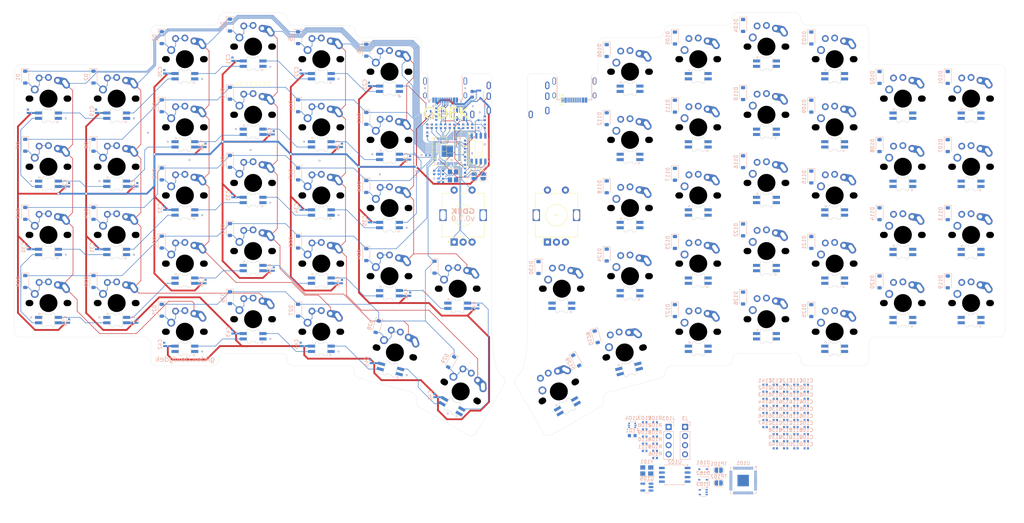
<source format=kicad_pcb>
(kicad_pcb (version 20241229) (generator "pcbnew") (generator_version "9.0")
  (title_block (title "GDEK") (date "2025-02-10") (rev "0.1.0") (company "GilDev"))
  (layers (0 "F.Cu" signal) (2 "B.Cu" signal) (13 "F.Paste" user) (15 "B.Paste" user) (5 "F.SilkS" user "F.Silkscreen") (7 "B.SilkS" user "B.Silkscreen") (1 "F.Mask" user) (3 "B.Mask" user) (25 "Edge.Cuts" user))
  (net 0 "")
  (net 1 "GND")
  (net 2 "+5V")
  (net 3 "+3V3")
  (net 4 "Net-(U1-XIN)")
  (net 5 "Net-(C4-Pad2)")
  (net 6 "+1V1")
  (net 7 "Net-(D1-A)")
  (net 8 "/ROW0")
  (net 9 "Net-(D2-A)")
  (net 10 "Net-(D3-A)")
  (net 11 "Net-(D4-A)")
  (net 12 "Net-(D5-A)")
  (net 13 "Net-(D6-A)")
  (net 14 "Net-(D7-A)")
  (net 15 "/ROW1")
  (net 16 "Net-(D8-A)")
  (net 17 "Net-(D9-A)")
  (net 18 "Net-(D10-A)")
  (net 19 "Net-(D11-A)")
  (net 20 "Net-(D12-A)")
  (net 21 "/ROW2")
  (net 22 "Net-(D13-A)")
  (net 23 "Net-(D14-A)")
  (net 24 "Net-(D15-A)")
  (net 25 "Net-(D16-A)")
  (net 26 "Net-(D17-A)")
  (net 27 "Net-(D18-A)")
  (net 28 "Net-(D19-A)")
  (net 29 "/ROW3")
  (net 30 "Net-(D20-A)")
  (net 31 "Net-(D21-A)")
  (net 32 "Net-(D22-A)")
  (net 33 "Net-(D23-A)")
  (net 34 "Net-(D24-A)")
  (net 35 "/ROW4")
  (net 36 "Net-(D25-A)")
  (net 37 "Net-(D26-A)")
  (net 38 "Net-(D27-A)")
  (net 39 "Net-(D28-A)")
  (net 40 "Net-(D29-A)")
  (net 41 "Net-(D30-A)")
  (net 42 "VBUS")
  (net 43 "/SERIAL")
  (net 44 "Net-(F1-Pad1)")
  (net 45 "/D-")
  (net 46 "Net-(J1-CC2)")
  (net 47 "/D+")
  (net 49 "Net-(J1-CC1)")
  (net 51 "Net-(J2-PadR1)")
  (net 53 "Net-(J3-Pin_2)")
  (net 54 "Net-(J3-Pin_3)")
  (net 55 "Net-(U1-XOUT)")
  (net 56 "Net-(U1-GPIO12)")
  (net 57 "Net-(R3-Pad1)")
  (net 58 "/QSPI_~{CS}")
  (net 59 "Net-(U1-USB_DM)")
  (net 60 "Net-(U1-USB_DP)")
  (net 61 "/VBUS_PRESENCE")
  (net 62 "/COL0")
  (net 63 "/COL1")
  (net 64 "/COL2")
  (net 65 "/COL3")
  (net 66 "/COL4")
  (net 67 "/COL5")
  (net 68 "/ENC_B")
  (net 69 "/ENC_A")
  (net 70 "/ENC_SW")
  (net 71 "Net-(U1-RUN)")
  (net 73 "/QSPI_D0")
  (net 76 "/LED")
  (net 80 "/QSPI_D1")
  (net 81 "/QSPI_CLK")
  (net 84 "/QSPI_D3")
  (net 89 "/QSPI_D2")
  (net 91 "Net-(LD1-DIN)")
  (net 92 "Net-(LD1-DOUT)")
  (net 93 "Net-(LD2-DIN)")
  (net 94 "Net-(LD3-DIN)")
  (net 95 "Net-(LD4-DIN)")
  (net 96 "Net-(LD5-DIN)")
  (net 97 "Net-(LD6-DIN)")
  (net 98 "Net-(LD7-DOUT)")
  (net 99 "Net-(LD8-DOUT)")
  (net 100 "Net-(LD10-DIN)")
  (net 101 "Net-(LD10-DOUT)")
  (net 102 "Net-(LD11-DOUT)")
  (net 103 "Net-(LD12-DOUT)")
  (net 104 "Net-(LD13-DIN)")
  (net 105 "Net-(LD13-DOUT)")
  (net 106 "Net-(LD14-DIN)")
  (net 107 "Net-(LD15-DIN)")
  (net 108 "Net-(LD16-DIN)")
  (net 109 "Net-(LD17-DIN)")
  (net 110 "Net-(LD19-DOUT)")
  (net 111 "Net-(LD20-DOUT)")
  (net 112 "Net-(LD21-DOUT)")
  (net 113 "Net-(LD22-DOUT)")
  (net 114 "Net-(LD23-DOUT)")
  (net 115 "Net-(LD24-DOUT)")
  (net 116 "Net-(LD25-DOUT)")
  (net 118 "Net-(LD26-DIN)")
  (net 119 "Net-(LD27-DIN)")
  (net 120 "Net-(LD28-DIN)")
  (net 121 "Net-(LD29-DIN)")
  (net 122 "+5V_R")
  (net 123 "GND_R")
  (net 124 "+3V3_R")
  (net 125 "Net-(U101-XIN)")
  (net 126 "Net-(C104-Pad2)")
  (net 127 "+1V1_R")
  (net 128 "/ROW0_R")
  (net 129 "Net-(D101-A)")
  (net 130 "Net-(D102-A)")
  (net 131 "Net-(D103-A)")
  (net 132 "Net-(D104-A)")
  (net 133 "Net-(D105-A)")
  (net 134 "Net-(D106-A)")
  (net 135 "/ROW1_R")
  (net 136 "Net-(D107-A)")
  (net 137 "Net-(D108-A)")
  (net 138 "Net-(D109-A)")
  (net 139 "Net-(D110-A)")
  (net 140 "Net-(D111-A)")
  (net 141 "Net-(D112-A)")
  (net 142 "/ROW2_R")
  (net 143 "Net-(D113-A)")
  (net 144 "Net-(D114-A)")
  (net 145 "Net-(D115-A)")
  (net 146 "Net-(D116-A)")
  (net 147 "Net-(D117-A)")
  (net 148 "Net-(D118-A)")
  (net 149 "/ROW3_R")
  (net 150 "Net-(D119-A)")
  (net 151 "Net-(D120-A)")
  (net 152 "Net-(D121-A)")
  (net 153 "Net-(D122-A)")
  (net 154 "Net-(D123-A)")
  (net 155 "Net-(D124-A)")
  (net 156 "Net-(D125-A)")
  (net 157 "/ROW4_R")
  (net 158 "Net-(D126-A)")
  (net 159 "Net-(D127-A)")
  (net 160 "Net-(D128-A)")
  (net 161 "Net-(D129-A)")
  (net 162 "Net-(D130-A)")
  (net 163 "VBUS_R")
  (net 164 "/SERIAL_R")
  (net 165 "Net-(F101-Pad1)")
  (net 167 "/D-_R")
  (net 169 "Net-(J101-CC2)")
  (net 170 "/D+_R")
  (net 171 "Net-(J101-CC1)")
  (net 172 "Net-(J102-PadR1)")
  (net 174 "Net-(J103-Pin_3)")
  (net 175 "Net-(J103-Pin_2)")
  (net 176 "Net-(LD101-DOUT)")
  (net 177 "Net-(LD101-DIN)")
  (net 178 "Net-(LD102-DIN)")
  (net 179 "Net-(LD103-DIN)")
  (net 180 "Net-(LD104-DIN)")
  (net 181 "Net-(LD105-DIN)")
  (net 182 "Net-(LD106-DIN)")
  (net 183 "Net-(LD107-DOUT)")
  (net 184 "Net-(LD108-DOUT)")
  (net 185 "Net-(LD109-DOUT)")
  (net 186 "Net-(LD110-DOUT)")
  (net 187 "Net-(LD111-DOUT)")
  (net 188 "Net-(LD112-DOUT)")
  (net 189 "Net-(LD113-DOUT)")
  (net 190 "Net-(LD113-DIN)")
  (net 191 "Net-(LD114-DIN)")
  (net 192 "Net-(LD115-DIN)")
  (net 193 "Net-(LD116-DIN)")
  (net 194 "Net-(LD117-DIN)")
  (net 195 "Net-(LD119-DOUT)")
  (net 196 "Net-(LD120-DOUT)")
  (net 197 "Net-(LD121-DOUT)")
  (net 198 "Net-(LD122-DOUT)")
  (net 199 "Net-(LD123-DOUT)")
  (net 200 "Net-(LD124-DOUT)")
  (net 202 "Net-(LD125-DIN)")
  (net 203 "Net-(LD126-DIN)")
  (net 204 "Net-(LD127-DIN)")
  (net 205 "Net-(LD128-DIN)")
  (net 206 "Net-(LD129-DIN)")
  (net 207 "Net-(U101-XOUT)")
  (net 208 "Net-(U101-GPIO29_ADC3)")
  (net 209 "/QSPI_~{CS}_R")
  (net 210 "Net-(R103-Pad1)")
  (net 211 "Net-(U101-USB_DM)")
  (net 212 "Net-(U101-USB_DP)")
  (net 213 "/VBUS_PRESENCE_R")
  (net 214 "/COL0_R")
  (net 215 "/COL1_R")
  (net 216 "/COL2_R")
  (net 217 "/COL3_R")
  (net 218 "/COL4_R")
  (net 219 "/COL5_R")
  (net 220 "/ENC_A_R")
  (net 221 "/ENC_SW_R")
  (net 222 "/ENC_B_R")
  (net 223 "Net-(U101-RUN)")
  (net 228 "/QSPI_D0_R")
  (net 230 "/QSPI_CLK_R")
  (net 231 "/LED_R")
  (net 234 "/QSPI_D1_R")
  (net 237 "/QSPI_D2_R")
  (net 241 "/QSPI_D3_R")
  (footprint "GDEK:MX+KailhChoc+GateronKS_Tight" (layer "F.Cu") (at 229.5 62.5)
    (property "Reference" "SW116" (hide yes))
    (property "Value" "SW_Push_45deg" (hide yes))
  )
  (footprint "GDEK:MX+KailhChoc+GateronKS_Tight" (layer "F.Cu") (at 48.5 77)
    (property "Reference" "SW14" (hide yes))
    (property "Value" "SW_Push_45deg" (hide yes))
  )
  (footprint "GDEK:MX+KailhChoc+GateronKS_Tight" (layer "F.Cu") (at 29.5 96)
    (property "Reference" "SW19" (hide yes))
    (property "Value" "SW_Push_45deg" (hide yes))
  )
  (footprint "GDEK:MX+KailhChoc+GateronKS_Tight" (layer "F.Cu") (at 86.5 100.5)
    (property "Reference" "SW26" (hide yes))
    (property "Value" "SW_Push_45deg" (hide yes))
  )
  (footprint "GDEK:MX+KailhChoc+GateronKS_Tight" (layer "F.Cu") (at 210.5 47)
    (property "Reference" "SW111" (hide yes))
    (property "Value" "SW_Push_45deg" (hide yes))
  )
  (footprint "GDEK:MX+KailhChoc+GateronKS_Tight" (layer "F.Cu") (at 29.5 39)
    (property "Reference" "SW1" (hide yes))
    (property "Value" "SW_Push_45deg" (hide yes))
  )
  (footprint "GDEK:MX+KailhChoc+GateronKS_Tight" (layer "F.Cu") (at 48.5 58)
    (property "Reference" "SW8" (hide yes))
    (property "Value" "SW_Push_45deg" (hide yes))
  )
  (footprint "GDEK:MX+KailhChoc+GateronKS_Tight" (layer "F.Cu") (at 248.5 104)
    (property "Reference" "SW125" (hide yes))
    (property "Value" "SW_Push_45deg" (hide yes))
  )
  (footprint "GDEK:MX+KailhChoc+GateronKS_Tight" (layer "F.Cu") (at 229.5 100.5)
    (property "Reference" "SW126" (hide yes))
    (property "Value" "SW_Push_45deg" (hide yes))
  )
  (footprint "GDEK:MX+KailhChoc+GateronKS_Tight" (layer "F.Cu") (at 248.5 85)
    (property "Reference" "SW121" (hide yes))
    (property "Value" "SW_Push_45deg" (hide yes))
  )
  (footprint "GDEK:MX+KailhChoc+GateronKS_Tight" (layer "F.Cu") (at 267.5 77)
    (property "Reference" "SW114" (hide yes))
    (property "Value" "SW_Push_45deg" (hide yes))
  )
  (footprint "GDEK:MX+KailhChoc+GateronKS_Tight" (layer "F.Cu") (at 67.5 66)
    (property "Reference" "SW15" (hide yes))
    (property "Value" "SW_Push_45deg" (hide yes))
  )
  (footprint "GDEK:MX+KailhChoc+GateronKS_Tight" (layer "F.Cu") (at 229.5 24.5)
    (property "Reference" "SW104" (hide yes))
    (property "Value" "SW_Push_45deg" (hide yes))
  )
  (footprint "GDEK:MX+KailhChoc+GateronKS_Tight" (layer "F.Cu") (at 86.5 43.5)
    (property "Reference" "SW10" (hide yes))
    (property "Value" "SW_Push_45deg" (hide yes))
  )
  (footprint "GDEK:MX+KailhChoc+GateronKS_Tight" (layer "F.Cu") (at 124.5 88.5)
    (property "Reference" "SW24" (hide yes))
    (property "Value" "SW_Push_45deg" (hide yes))
  )
  (footprint "GDEK:MX+KailhChoc+GateronKS_Tight" (layer "F.Cu") (at 67.5 28)
    (property "Reference" "SW3" (hide yes))
    (property "Value" "SW_Push_45deg" (hide yes))
  )
  (footprint "GDEK:MX+KailhChoc+GateronKS_Tight" (layer "F.Cu") (at 67.5 104)
    (property "Reference" "SW25" (hide yes))
    (property "Value" "SW_Push_45deg" (hide yes))
  )
  (footprint "GDEK:MX+KailhChoc+GateronKS_Tight" (layer "F.Cu") (at 86.5 81.5)
    (property "Reference" "SW22" (hide yes))
    (property "Value" "SW_Push_45deg" (hide yes))
  )
  (footprint "GDEK:MX+KailhChoc+GateronKS_Tight" (layer "F.Cu") (at 105.5 28)
    (property "Reference" "SW5" (hide yes))
    (property "Value" "SW_Push_45deg" (hide yes))
  )
  (footprint "GDEK:MX+KailhChoc+GateronKS_Tight" (layer "F.Cu") (at 267.5 39)
    (property "Reference" "SW102" (hide yes))
    (property "Value" "SW_Push_45deg" (hide yes))
  )
  (footprint "GDEK:MX+KailhChoc+GateronKS_Tight" (layer "F.Cu") (at 105.5 104)
    (property "Reference" "SW27" (hide yes))
    (property "Value" "SW_Push_45deg" (hide yes))
  )
  (footprint "GDEK:MX+KailhChoc+GateronKS_Tight" (layer "F.Cu") (at 105.5 66)
    (property "Reference" "SW17" (hide yes))
    (property "Value" "SW_Push_45deg" (hide yes))
  )
  (footprint "GDEK:MX+KailhChoc+GateronKS_Tight" (layer "F.Cu") (at 191.5 50.5)
    (property "Reference" "SW112" (hide yes))
    (property "Value" "SW_Push_45deg" (hide yes))
  )
  (footprint "GDEK:MX+KailhChoc+GateronKS_Tight" (layer "F.Cu") (at 144.331274 120.645 -30)
    (property "Reference" "SW29" (hide yes))
    (property "Value" "SW_Push_45deg" (hide yes))
  )
  (footprint "GDEK:MX+KailhChoc+GateronKS_Tight" (layer "F.Cu") (at 171.668674 120.645 30)
    (property "Reference" "SW129" (hide yes))
    (property "Value" "SW_Push_45deg" (hide yes))
  )
  (footprint "GDEK:MX+KailhChoc+GateronKS_Tight" (layer "F.Cu") (at 248.5 28)
    (property "Reference" "SW103" (hide yes))
    (property "Value" "SW_Push_45deg" (hide yes))
  )
  (footprint "GDEK:MX+KailhChoc+GateronKS_Tight" (layer "F.Cu") (at 286.5 77)
    (property "Reference" "SW113" (hide yes))
    (property "Value" "SW_Push_45deg" (hide yes))
  )
  (footprint "GDEK:MX+KailhChoc+GateronKS_Tight" (layer "F.Cu") (at 105.5 85)
    (property "Reference" "SW23" (hide yes))
    (property "Value" "SW_Push_45deg" (hide yes))
  )
  (footprint "GDEK:MX+KailhChoc+GateronKS_Tight" (layer "F.Cu") (at 67.5 47)
    (property "Reference" "SW9" (hide yes))
    (property "Value" "SW_Push_45deg" (hide yes))
  )
  (footprint "GDEK:MX+KailhChoc+GateronKS_Tight" (layer "F.Cu") (at 191.5 88.5)
    (property "Reference" "SW124" (hide yes))
    (property "Value" "SW_Push_45deg" (hide yes))
  )
  (footprint "GDEK:MX+KailhChoc+GateronKS_Tight" (layer "F.Cu") (at 124.5 69.5)
    (property "Reference" "SW18" (hide yes))
    (property "Value" "SW_Push_45deg" (hide yes))
  )
  (footprint "GDEK:MX+KailhChoc+GateronKS_Tight" (layer "F.Cu") (at 210.5 28)
    (property "Reference" "SW105" (hide yes))
    (property "Value" "SW_Push_45deg" (hide yes))
  )
  (footprint "GDEK:MX+KailhChoc+GateronKS_Tight" (layer "F.Cu") (at 267.5 96)
    (property "Reference" "SW120" (hide yes))
    (property "Value" "SW_Push_45deg" (hide yes))
  )
  (footprint "GDEK:MX+KailhChoc+GateronKS_Tight" (layer "F.Cu") (at 29.5 58)
    (property "Reference" "SW7" (hide yes))
    (property "Value" "SW_Push_45deg" (hide yes))
  )
  (footprint "GDEK:MX+KailhChoc+GateronKS_Tight" (layer "F.Cu") (at 248.5 66)
    (property "Reference" "SW115" (hide yes))
    (property "Value" "SW_Push_45deg" (hide yes))
  )
  (footprint "GDEK:MX+KailhChoc+GateronKS_Tight" (layer "F.Cu") (at 126 109.775 -15)
    (property "Reference" "SW28" (hide yes))
    (property "Value" "SW_Push_45deg" (hide yes))
  )
  (footprint "GDEK:MX+KailhChoc+GateronKS_Tight" (layer "F.Cu") (at 210.5 66)
    (property "Reference" "SW117" (hide yes))
    (property "Value" "SW_Push_45deg" (hide yes))
  )
  (footprint "GDEK:MX+KailhChoc+GateronKS_Tight" (layer "F.Cu") (at 143.5 92)
    (property "Reference" "SW30" (hide yes))
    (property "Value" "SW_Push_45deg" (hide yes))
  )
  (footprint "Rotary_Encoder:RotaryEncoder_Alps_EC11E-Switch_Vertical_H20mm" (layer "F.Cu") (at 168.5 79 90)
    (property "Reference" "SW131" (hide yes))
    (property "Value" "RotaryEncoder_Switch")
  )
  (footprint "GDEK:MX+KailhChoc+GateronKS_Tight" (layer "F.Cu") (at 48.5 39)
    (property "Reference" "SW2" (hide yes))
    (property "Value" "SW_Push_45deg" (hide yes))
  )
  (footprint "GDEK:MX+KailhChoc+GateronKS_Tight" (layer "F.Cu") (at 210.5 85)
    (property "Reference" "SW123" (hide yes))
    (property "Value" "SW_Push_45deg" (hide yes))
  )
  (footprint "GDEK:MX+KailhChoc+GateronKS_Tight" (layer "F.Cu") (at 286.5 96)
    (property "Reference" "SW119" (hide yes))
    (property "Value" "SW_Push_45deg" (hide yes))
  )
  (footprint "GDEK:MX+KailhChoc+GateronKS_Tight" (layer "F.Cu") (at 67.5 85)
    (property "Reference" "SW21" (hide yes))
    (property "Value" "SW_Push_45deg" (hide yes))
  )
  (footprint "GDEK:MX+KailhChoc+GateronKS_Tight" (layer "F.Cu") (at 48.5 96)
    (property "Reference" "SW20" (hide yes))
    (property "Value" "SW_Push_45deg" (hide yes))
  )
  (footprint "GDEK:MX+KailhChoc+GateronKS_Tight" (layer "F.Cu") (at 124.5 31.5)
    (property "Reference" "SW6" (hide yes))
    (property "Value" "SW_Push_45deg" (hide yes))
  )
  (footprint "GDEK:MX+KailhChoc+GateronKS_Tight" (layer "F.Cu") (at 190 109.775 15)
    (property "Reference" "SW128" (hide yes))
    (property "Value" "SW_Push_45deg" (hide yes))
  )
  (footprint "GDEK:MX+KailhChoc+GateronKS_Tight" (layer "F.Cu") (at 229.5 43.5)
    (property "Reference" "SW110" (hide yes))
    (property "Value" "SW_Push_45deg" (hide yes))
  )
  (footprint "GDEK:MX+KailhChoc+GateronKS_Tight" (layer "F.Cu") (at 191.5 69.5)
    (property "Reference" "SW118" (hide yes))
    (property "Value" "SW_Push_45deg" (hide yes))
  )
  (footprint "GDEK:MX+KailhChoc+GateronKS_Tight" (layer "F.Cu") (at 29.5 77)
    (property "Reference" "SW13" (hide yes))
    (property "Value" "SW_Push_45deg" (hide yes))
  )
  (footprint "GDEK:MX+KailhChoc+GateronKS_Tight" (layer "F.Cu") (at 248.5 47)
    (property "Reference" "SW109" (hide yes))
    (property "Value" "SW_Push_45deg" (hide yes))
  )
  (footprint "GDEK:MX+KailhChoc+GateronKS_Tight" (layer "F.Cu") (at 210.5 104)
    (property "Reference" "SW127" (hide yes))
    (property "Value" "SW_Push_45deg" (hide yes))
  )
  (footprint "GDEK:MX+KailhChoc+GateronKS_Tight" (layer "F.Cu") (at 105.5 47)
    (property "Reference" "SW11" (hide yes))
    (property "Value" "SW_Push_45deg" (hide yes))
  )
  (footprint "GDEK:MX+KailhChoc+GateronKS_Tight" (layer "F.Cu") (at 86.5 24.5)
    (property "Reference" "SW4" (hide yes))
    (property "Value" "SW_Push_45deg" (hide yes))
  )
  (footprint "GDEK:MX+KailhChoc+GateronKS_Tight" (layer "F.Cu") (at 172.5 92)
    (property "Reference" "SW130" (hide yes))
    (property "Value" "SW_Push_45deg" (hide yes))
  )
  (footprint "GDEK:MX+KailhChoc+GateronKS_Tight" (layer "F.Cu") (at 286.5 39)
    (property "Reference" "SW101" (hide yes))
    (property "Value" "SW_Push_45deg" (hide yes))
  )
  (footprint "GDEK:AUDIO-TH_PJ-320A-4P-DIP" (layer "F.Cu") (at 166.15 39.36 -90)
    (property "Reference" "J102")
    (property "Value" "AudioJack4")
  )
  (footprint "GDEK:MX+KailhChoc+GateronKS_Tight" (layer "F.Cu") (at 286.5 58)
    (property "Reference" "SW107" (hide yes))
    (property "Value" "SW_Push_45deg" (hide yes))
  )
  (footprint "GDEK:MX+KailhChoc+GateronKS_Tight" (layer "F.Cu") (at 229.5 81.5)
    (property "Reference" "SW122" (hide yes))
    (property "Value" "SW_Push_45deg" (hide yes))
  )
  (footprint "Rotary_Encoder:RotaryEncoder_Alps_EC11E-Switch_Vertical_H20mm" (layer "F.Cu") (at 142.5 79 90)
    (property "Reference" "SW31" (hide yes))
    (property "Value" "RotaryEncoder_Switch")
  )
  (footprint "GDEK:MX+KailhChoc+GateronKS_Tight" (layer "F.Cu") (at 267.5 58)
    (property "Reference" "SW108" (hide yes))
    (property "Value" "SW_Push_45deg" (hide yes))
  )
  (footprint "GDEK:MX+KailhChoc+GateronKS_Tight" (layer "F.Cu") (at 124.5 50.5)
    (property "Reference" "SW12" (hide yes))
    (property "Value" "SW_Push_45deg" (hide yes))
  )
  (footprint "GDEK:AUDIO-TH_PJ-320A-4P-DIP" (layer "F.Cu") (at 149.85 39.36 -90)
    (property "Reference" "J2" (hide yes))
    (property "Value" "AudioJack4")
  )
  (footprint "GDEK:MX+KailhChoc+GateronKS_Tight" (layer "F.Cu") (at 86.5 62.5)
    (property "Reference" "SW16" (hide yes))
    (property "Value" "SW_Push_45deg" (hide yes))
  )
  (footprint "GDEK:MX+KailhChoc+GateronKS_Tight" (layer "F.Cu") (at 191.5 31.5)
    (property "Reference" "SW106" (hide yes))
    (property "Value" "SW_Push_45deg" (hide yes))
  )
  (footprint "Capacitor_SMD:C_0402_1005Metric" (layer "B.Cu") (at 80.75 28.02 -90)
    (property "Reference" "C21")
    (property "Value" "100nF")
  )
  (footprint "Jumper:SolderJumper-2_P1.3mm_Open_RoundedPad1.0x1.5mm" (layer "B.Cu") (at 148.1 60.65 90)
    (property "Reference" "TP1")
    (property "Value" "Reset pads")
  )
  (footprint "Diode_SMD:D_SOD-123" (layer "B.Cu") (at 99.04 60 -90)
    (property "Reference" "D17")
    (property "Value" "D_Small")
  )
  (footprint "Diode_SMD:D_SOD-123" (layer "B.Cu") (at 80.04 75.5 -90)
    (property "Reference" "D22")
    (property "Value" "D_Small")
  )
  (footprint "Diode_SMD:D_SOD-123" (layer "B.Cu") (at 61.04 60 -90)
    (property "Reference" "D15")
    (property "Value" "D_Small")
  )
  (footprint "Capacitor_SMD:C_0402_1005Metric" (layer "B.Cu") (at 61.75 107.52 -90)
    (property "Reference" "C42")
    (property "Value" "100nF")
  )
  (footprint "Jumper:SolderJumper-2_P1.3mm_Open_RoundedPad1.0x1.5mm" (layer "B.Cu") (at 216.19 142.61 180)
    (property "Reference" "TP101")
    (property "Value" "Reset pads")
  )
  (footprint "Diode_SMD:D_SOD-123" (layer "B.Cu") (at 80.04 18.5 -90)
    (property "Reference" "D4")
    (property "Value" "D_Small")
  )
  (footprint "GDEK:SK6812MINIE" (layer "B.Cu") (at 86.5 29.25 180)
    (property "Reference" "LD4" (hide yes))
    (property "Value" "SK6812")
    (fp_line (start 1.7 -1.5) (end 1.7 1.5) (stroke (width 0.1)) (layer "Edge.Cuts"))
    (fp_line (start -0.7 1.5) (end 0.7 1.5) (stroke (width 0.1)) (layer "Edge.Cuts"))
    (fp_line (start -0.7 -1.5) (end 0.7 -1.5) (stroke (width 0.1)) (layer "Edge.Cuts"))
    (fp_line (start -1.7 1.5) (end -1.7 -1.5) (stroke (width 0.1)) (layer "Edge.Cuts"))
    (fp_arc (start 1.7 1.5) (mid 1.2 2) (end 0.7 1.5) (stroke (width 0.1)) (layer "Edge.Cuts"))
    (fp_arc (start 0.7 -1.5) (mid 1.2 -2) (end 1.7 -1.5) (stroke (width 0.1)) (layer "Edge.Cuts"))
    (fp_arc (start -0.7 1.5) (mid -1.2 2) (end -1.7 1.5) (stroke (width 0.1)) (layer "Edge.Cuts"))
    (fp_arc (start -1.7 -1.5) (mid -1.2 -2) (end -0.7 -1.5) (stroke (width 0.1)) (layer "Edge.Cuts"))
  )
  (footprint "Capacitor_SMD:C_0402_1005Metric" (layer "B.Cu") (at 54.25 63.02 -90)
    (property "Reference" "C25")
    (property "Value" "100nF")
  )
  (footprint "Capacitor_SMD:C_0402_1005Metric" (layer "B.Cu") (at 92.25 86.52 -90)
    (property "Reference" "C39")
    (property "Value" "100nF")
  )
  (footprint "Capacitor_SMD:C_0402_1005Metric" (layer "B.Cu") (at 237.72 134.53 180)
    (property "Reference" "C119")
    (property "Value" "100nF")
  )
  (footprint "Diode_SMD:D_SOD-123" (layer "B.Cu") (at 223 37.6 -90)
    (property "Reference" "D110")
    (property "Value" "D_Small")
  )
  (footprint "Diode_SMD:D_SOD-123" (layer "B.Cu") (at 80.04 37.5 -90)
    (property "Reference" "D10")
    (property "Value" "D_Small")
  )
  (footprint "Resistor_SMD:R_0402_1005Metric" (layer "B.Cu") (at 138.154264 61.79 90)
    (property "Reference" "R1" (hide yes))
    (property "Value" "1k")
  )
  (footprint "Capacitor_SMD:C_0402_1005Metric" (layer "B.Cu") (at 240.59 130.59 180)
    (property "Reference" "C107")
    (property "Value" "100nF")
  )
  (footprint "Diode_SMD:D_SOD-123" (layer "B.Cu") (at 204 60.1 -90)
    (property "Reference" "D117")
    (property "Value" "D_Small")
  )
  (footprint "Diode_SMD:D_SOD-323" (layer "B.Cu") (at 211.845 142.31 180)
    (property "Reference" "D161")
    (property "Value" "B5817")
  )
  (footprint "Capacitor_SMD:C_0402_1005Metric" (layer "B.Cu") (at 240.59 124.68 180)
    (property "Reference" "C104")
    (property "Value" "15pF")
  )
  (footprint "Diode_SMD:D_SOD-123" (layer "B.Cu") (at 223 56.6 -90)
    (property "Reference" "D116")
    (property "Value" "D_Small")
  )
  (footprint "Capacitor_SMD:C_0402_1005Metric" (layer "B.Cu") (at 138.19 59.5875 -90)
    (property "Reference" "C9" (hide yes))
    (property "Value" "100nF")
  )
  (footprint "Capacitor_SMD:C_0402_1005Metric" (layer "B.Cu") (at 118.75 73.02 -90)
    (property "Reference" "C35")
    (property "Value" "100nF")
  )
  (footprint "Diode_SMD:D_SOD-123" (layer "B.Cu") (at 223 75.6 -90)
    (property "Reference" "D122")
    (property "Value" "D_Small")
  )
  (footprint "GDEK:SK6812MINIE" (layer "B.Cu") (at 86.5 86.25)
    (property "Reference" "LD22" (hide yes))
    (property "Value" "SK6812")
    (fp_line (start -1.7 1.5) (end -1.7 -1.5) (stroke (width 0.1)) (layer "Edge.Cuts"))
    (fp_line (start -0.7 -1.5) (end 0.7 -1.5) (stroke (width 0.1)) (layer "Edge.Cuts"))
    (fp_line (start -0.7 1.5) (end 0.7 1.5) (stroke (width 0.1)) (layer "Edge.Cuts"))
    (fp_line (start 1.7 -1.5) (end 1.7 1.5) (stroke (width 0.1)) (layer "Edge.Cuts"))
    (fp_arc (start -1.7 -1.5) (mid -1.2 -2) (end -0.7 -1.5) (stroke (width 0.1)) (layer "Edge.Cuts"))
    (fp_arc (start -0.7 1.5) (mid -1.2 2) (end -1.7 1.5) (stroke (width 0.1)) (layer "Edge.Cuts"))
    (fp_arc (start 0.7 -1.5) (mid 1.2 -2) (end 1.7 -1.5) (stroke (width 0.1)) (layer "Edge.Cuts"))
    (fp_arc (start 1.7 1.5) (mid 1.2 2) (end 0.7 1.5) (stroke (width 0.1)) (layer "Edge.Cuts"))
  )
  (footprint "Diode_SMD:D_SOD-123" (layer "B.Cu") (at 185 63.6 -90)
    (property "Reference" "D118")
    (property "Value" "D_Small")
  )
  (footprint "Resistor_SMD:R_0402_1005Metric" (layer "B.Cu") (at 198.49 139.2 180)
    (property "Reference" "R106")
    (property "Value" "27")
  )
  (footprint "GDEK:SK6812MINIE" (layer "B.Cu") (at 210.5 89.75 180)
    (property "Reference" "LD123" (hide yes))
    (property "Value" "SK6812")
    (fp_line (start 1.7 -1.5) (end 1.7 1.5) (stroke (width 0.1)) (layer "Edge.Cuts"))
    (fp_line (start -0.7 1.5) (end 0.7 1.5) (stroke (width 0.1)) (layer "Edge.Cuts"))
    (fp_line (start -0.7 -1.5) (end 0.7 -1.5) (stroke (width 0.1)) (layer "Edge.Cuts"))
    (fp_line (start -1.7 1.5) (end -1.7 -1.5) (stroke (width 0.1)) (layer "Edge.Cuts"))
    (fp_arc (start 1.7 1.5) (mid 1.2 2) (end 0.7 1.5) (stroke (width 0.1)) (layer "Edge.Cuts"))
    (fp_arc (start 0.7 -1.5) (mid 1.2 -2) (end 1.7 -1.5) (stroke (width 0.1)) (layer "Edge.Cuts"))
    (fp_arc (start -0.7 1.5) (mid -1.2 2) (end -1.7 1.5) (stroke (width 0.1)) (layer "Edge.Cuts"))
    (fp_arc (start -1.7 -1.5) (mid -1.2 -2) (end -0.7 -1.5) (stroke (width 0.1)) (layer "Edge.Cuts"))
  )
  (footprint "Diode_SMD:D_SOD-323" (layer "B.Cu") (at 211.845 145.26 180)
    (property "Reference" "D162")
    (property "Value" "PESD3V3L1BA")
  )
  (footprint "Capacitor_SMD:C_0402_1005Metric" (layer "B.Cu") (at 240.59 126.65 180)
    (property "Reference" "C105")
    (property "Value" "1µF")
  )
  (footprint "Capacitor_SMD:C_0402_1005Metric" (layer "B.Cu") (at 149.25 97.02 -90)
    (property "Reference" "C47")
    (property "Value" "100nF")
  )
  (footprint "Jumper:SolderJumper-2_P1.3mm_Open_RoundedPad1.0x1.5mm" (layer "B.Cu") (at 150.6 60.65 90)
    (property "Reference" "TP2")
    (property "Value" "Boot pads")
  )
  (footprint "GDEK:USB_C_Receptacle_HRO_TYPE-C-31-M-13B" (layer "B.Cu") (at 140 32)
    (property "Reference" "J1" (hide yes))
    (property "Value" "TYPE-C-31-M-13C")
  )
  (footprint "Capacitor_SMD:C_0402_1005Metric" (layer "B.Cu") (at 234.85 132.56 180)
    (property "Reference" "C128")
    (property "Value" "100nF")
  )
  (footprint "Diode_SMD:D_SOD-123" (layer "B.Cu") (at 99.04 98 -90)
    (property "Reference" "D27")
    (property "Value" "D_Small")
  )
  (footprint "Diode_SMD:D_SOD-123" (layer "B.Cu") (at 99.04 22 -90)
    (property "Reference" "D5")
    (property "Value" "D_Small")
  )
  (footprint "Capacitor_SMD:C_0402_1005Metric" (layer "B.Cu") (at 237.72 120.74 180)
    (property "Reference" "C112")
    (property "Value" "100nF")
  )
  (footprint "Package_TO_SOT_SMD:SOT-666" (layer "B.Cu") (at 139.54 43.35 -90)
    (property "Reference" "U4" (hide yes))
    (property "Value" "USBLC6-2P6")
  )
  (footprint "Diode_SMD:D_SOD-323" (layer "B.Cu") (at 149.29 46.05 90)
    (property "Reference" "D62" (hide yes))
    (property "Value" "PESD3V3L1BA")
  )
  (footprint "Diode_SMD:D_SOD-123" (layer "B.Cu") (at 242 41.1 -90)
    (property "Reference" "D109")
    (property "Value" "D_Small")
  )
  (footprint "Capacitor_SMD:C_0402_1005Metric" (layer "B.Cu") (at 231.98 122.71 180)
    (property "Reference" "C133")
    (property "Value" "100nF")
  )
  (footprint "Capacitor_SMD:C_0402_1005Metric" (layer "B.Cu") (at 234.85 130.59 180)
    (property "Reference" "C127")
    (property "Value" "100nF")
  )
  (footprint "Diode_SMD:D_SOD-123" (layer "B.Cu") (at 166 86.1 -90)
    (property "Reference" "D130")
    (property "Value" "D_Small")
  )
  (footprint "Capacitor_SMD:C_0402_1005Metric" (layer "B.Cu") (at 42.75 80.52 -90)
    (property "Reference" "C31")
    (property "Value" "100nF")
  )
  (footprint "Resistor_SMD:R_0402_1005Metric" (layer "B.Cu") (at 198.49 131.24 180)
    (property "Reference" "R102")
    (property "Value" "5.1k")
  )
  (footprint "Diode_SMD:D_SOD-123" (layer "B.Cu") (at 242 22.1 -90)
    (property "Reference" "D103")
    (property "Value" "D_Small")
  )
  (footprint "Capacitor_SMD:C_0402_1005Metric" (layer "B.Cu") (at 80.75 66.02 -90)
    (property "Reference" "C33")
    (property "Value" "100nF")
  )
  (footprint "GDEK:SK6812MINIE" (layer "B.Cu") (at 267.5 81.75)
    (property "Reference" "LD114" (hide yes))
    (property "Value" "SK6812")
    (fp_line (start -1.7 1.5) (end -1.7 -1.5) (stroke (width 0.1)) (layer "Edge.Cuts"))
    (fp_line (start -0.7 -1.5) (end 0.7 -1.5) (stroke (width 0.1)) (layer "Edge.Cuts"))
    (fp_line (start -0.7 1.5) (end 0.7 1.5) (stroke (width 0.1)) (layer "Edge.Cuts"))
    (fp_line (start 1.7 -1.5) (end 1.7 1.5) (stroke (width 0.1)) (layer "Edge.Cuts"))
    (fp_arc (start -1.7 -1.5) (mid -1.2 -2) (end -0.7 -1.5) (stroke (width 0.1)) (layer "Edge.Cuts"))
    (fp_arc (start -0.7 1.5) (mid -1.2 2) (end -1.7 1.5) (stroke (width 0.1)) (layer "Edge.Cuts"))
    (fp_arc (start 0.7 -1.5) (mid 1.2 -2) (end 1.7 -1.5) (stroke (width 0.1)) (layer "Edge.Cuts"))
    (fp_arc (start 1.7 1.5) (mid 1.2 2) (end 0.7 1.5) (stroke (width 0.1)) (layer "Edge.Cuts"))
  )
  (footprint "Diode_SMD:D_SOD-123" (layer "B.Cu") (at 204 22.1 -90)
    (property "Reference" "D105")
    (property "Value" "D_Small")
  )
  (footprint "GDEK:SK6812MINIE" (layer "B.Cu") (at 67.5 108.75 180)
    (property "Reference" "LD26" (hide yes))
    (property "Value" "SK6812")
    (fp_line (start 1.7 -1.5) (end 1.7 1.5) (stroke (width 0.1)) (layer "Edge.Cuts"))
    (fp_line (start -0.7 1.5) (end 0.7 1.5) (stroke (width 0.1)) (layer "Edge.Cuts"))
    (fp_line (start -0.7 -1.5) (end 0.7 -1.5) (stroke (width 0.1)) (layer "Edge.Cuts"))
    (fp_line (start -1.7 1.5) (end -1.7 -1.5) (stroke (width 0.1)) (layer "Edge.Cuts"))
    (fp_arc (start 1.7 1.5) (mid 1.2 2) (end 0.7 1.5) (stroke (width 0.1)) (layer "Edge.Cuts"))
    (fp_arc (start 0.7 -1.5) (mid 1.2 -2) (end 1.7 -1.5) (stroke (width 0.1)) (layer "Edge.Cuts"))
    (fp_arc (start -0.7 1.5) (mid -1.2 2) (end -1.7 1.5) (stroke (width 0.1)) (layer "Edge.Cuts"))
    (fp_arc (start -1.7 -1.5) (mid -1.2 -2) (end -0.7 -1.5) (stroke (width 0.1)) (layer "Edge.Cuts"))
  )
  (footprint "Diode_SMD:D_SOD-123" (layer "B.Cu") (at 176.5 112 -60)
    (property "Reference" "D129")
    (property "Value" "D_Small")
  )
  (footprint "Capacitor_SMD:C_0402_1005Metric" (layer "B.Cu") (at 234.85 122.71 180)
    (property "Reference" "C123")
    (property "Value" "100nF")
  )
  (footprint "Diode_SMD:D_SOD-123" (layer "B.Cu") (at 242 60.85 -90)
    (property "Reference" "D115")
    (property "Value" "D_Small")
  )
  (footprint "Capacitor_SMD:C_0402_1005Metric" (layer "B.Cu") (at 229.11 122.71 180)
    (property "Reference" "C143")
    (property "Value" "100nF")
  )
  (footprint "Capacitor_SMD:C_0402_1005Metric" (layer "B.Cu") (at 135.04 48.93 90)
    (property "Reference" "C14" (hide yes))
    (property "Value" "100nF")
  )
  (footprint "GDEK:SK6812MINIE" (layer "B.Cu") (at 143.5 96.75)
    (property "Reference" "LD25" (hide yes))
    (property "Value" "SK6812")
    (fp_line (start -1.7 1.5) (end -1.7 -1.5) (stroke (width 0.1)) (layer "Edge.Cuts"))
    (fp_line (start -0.7 -1.5) (end 0.7 -1.5) (stroke (width 0.1)) (layer "Edge.Cuts"))
    (fp_line (start -0.7 1.5) (end 0.7 1.5) (stroke (width 0.1)) (layer "Edge.Cuts"))
    (fp_line (start 1.7 -1.5) (end 1.7 1.5) (stroke (width 0.1)) (layer "Edge.Cuts"))
    (fp_arc (start -1.7 -1.5) (mid -1.2 -2) (end -0.7 -1.5) (stroke (width 0.1)) (layer "Edge.Cuts"))
    (fp_arc (start -0.7 1.5) (mid -1.2 2) (end -1.7 1.5) (stroke (width 0.1)) (layer "Edge.Cuts"))
    (fp_arc (start 0.7 -1.5) (mid 1.2 -2) (end 1.7 -1.5) (stroke (width 0.1)) (layer "Edge.Cuts"))
    (fp_arc (start 1.7 1.5) (mid 1.2 2) (end 0.7 1.5) (stroke (width 0.1)) (layer "Edge.Cuts"))
  )
  (footprint "GDEK:SK6812MINIE" (layer "B.Cu") (at 105.5 51.75)
    (property "Reference" "LD11" (hide yes))
    (property "Value" "SK6812")
    (fp_line (start -1.7 1.5) (end -1.7 -1.5) (stroke (width 0.1)) (layer "Edge.Cuts"))
    (fp_line (start -0.7 -1.5) (end 0.7 -1.5) (stroke (width 0.1)) (layer "Edge.Cuts"))
    (fp_line (start -0.7 1.5) (end 0.7 1.5) (stroke (width 0.1)) (layer "Edge.Cuts"))
    (fp_line (start 1.7 -1.5) (end 1.7 1.5) (stroke (width 0.1)) (layer "Edge.Cuts"))
    (fp_arc (start -1.7 -1.5) (mid -1.2 -2) (end -0.7 -1.5) (stroke (width 0.1)) (layer "Edge.Cuts"))
    (fp_arc (start -0.7 1.5) (mid -1.2 2) (end -1.7 1.5) (stroke (width 0.1)) (layer "Edge.Cuts"))
    (fp_arc (start 0.7 -1.5) (mid 1.2 -2) (end 1.7 -1.5) (stroke (width 0.1)) (layer "Edge.Cuts"))
    (fp_arc (start 1.7 1.5) (mid 1.2 2) (end 0.7 1.5) (stroke (width 0.1)) (layer "Edge.Cuts"))
  )
  (footprint "Capacitor_SMD:C_0402_1005Metric" (layer "B.Cu") (at 237.72 128.62 180)
    (property "Reference" "C116")
    (property "Value" "100nF")
  )
  (footprint "Package_SO:SOIC-8_5.3x5.3mm_P1.27mm" (layer "B.Cu") (at 203.95 143.89 180)
    (property "Reference" "U102")
    (property "Value" "W25Q128JVS")
  )
  (footprint "Resistor_SMD:R_0402_1005Metric" (layer "B.Cu") (at 198.49 137.21 180)
    (property "Reference" "R105")
    (property "Value" "470")
  )
  (footprint "Capacitor_SMD:C_0402_1005Metric" (layer "B.Cu") (at 237.72 136.5 180)
    (property "Reference" "C120")
    (property "Value" "100nF")
  )
  (footprint "Capacitor_SMD:C_0402_1005Metric" (layer "B.Cu") (at 139.44 61.8 90)
    (property "Reference" "C4" (hide yes))
    (property "Value" "15pF")
  )
  (footprint "GDEK:SK6812MINIE" (layer "B.Cu") (at 248.5 51.75 180)
    (property "Reference" "LD109" (hide yes))
    (property "Value" "SK6812")
    (fp_line (start 1.7 -1.5) (end 1.7 1.5) (stroke (width 0.1)) (layer "Edge.Cuts"))
    (fp_line (start -0.7 1.5) (end 0.7 1.5) (stroke (width 0.1)) (layer "Edge.Cuts"))
    (fp_line (start -0.7 -1.5) (end 0.7 -1.5) (stroke (width 0.1)) (layer "Edge.Cuts"))
    (fp_line (start -1.7 1.5) (end -1.7 -1.5) (stroke (width 0.1)) (layer "Edge.Cuts"))
    (fp_arc (start 1.7 1.5) (mid 1.2 2) (end 0.7 1.5) (stroke (width 0.1)) (layer "Edge.Cuts"))
    (fp_arc (start 0.7 -1.5) (mid 1.2 -2) (end 1.7 -1.5) (stroke (width 0.1)) (layer "Edge.Cuts"))
    (fp_arc (start -0.7 1.5) (mid -1.2 2) (end -1.7 1.5) (stroke (width 0.1)) (layer "Edge.Cuts"))
    (fp_arc (start -1.7 -1.5) (mid -1.2 -2) (end -0.7 -1.5) (stroke (width 0.1)) (layer "Edge.Cuts"))
  )
  (footprint "Resistor_SMD:R_0402_1005Metric" (layer "B.Cu") (at 145.04 46.71 90)
    (property "Reference" "R10" (hide yes))
    (property "Value" "1k")
  )
  (footprint "Diode_SMD:D_SOD-123" (layer "B.Cu") (at 242 98.1 -90)
    (property "Reference" "D125")
    (property "Value" "D_Small")
  )
  (footprint "Diode_SMD:D_SOD-123" (layer "B.Cu") (at 42.04 90 -90)
    (property "Reference" "D20")
    (property "Value" "D_Small")
  )
  (footprint "Capacitor_SMD:C_0402_1005Metric" (layer "B.Cu") (at 139.404264 59.5875 90)
    (property "Reference" "C3" (hide yes))
    (property "Value" "15pF")
  )
  (footprint "GDEK:SK6812MINIE" (layer "B.Cu") (at 191.5 36.25)
    (property "Reference" "LD106" (hide yes))
    (property "Value" "SK6812")
    (fp_line (start -1.7 1.5) (end -1.7 -1.5) (stroke (width 0.1)) (layer "Edge.Cuts"))
    (fp_line (start -0.7 -1.5) (end 0.7 -1.5) (stroke (width 0.1)) (layer "Edge.Cuts"))
    (fp_line (start -0.7 1.5) (end 0.7 1.5) (stroke (width 0.1)) (layer "Edge.Cuts"))
    (fp_line (start 1.7 -1.5) (end 1.7 1.5) (stroke (width 0.1)) (layer "Edge.Cuts"))
    (fp_arc (start -1.7 -1.5) (mid -1.2 -2) (end -0.7 -1.5) (stroke (width 0.1)) (layer "Edge.Cuts"))
    (fp_arc (start -0.7 1.5) (mid -1.199999 2.000001) (end -1.7 1.5) (stroke (width 0.1)) (layer "Edge.Cuts"))
    (fp_arc (start 0.7 -1.5) (mid 1.199999 -2.000001) (end 1.7 -1.5) (stroke (width 0.1)) (layer "Edge.Cuts"))
    (fp_arc (start 1.7 1.5) (mid 1.2 2) (end 0.7 1.5) (stroke (width 0.1)) (layer "Edge.Cuts"))
  )
  (footprint "Diode_SMD:D_SOD-123" (layer "B.Cu") (at 204 79.1 -90)
    (property "Reference" "D123")
    (property "Value" "D_Small")
  )
  (footprint "Capacitor_SMD:C_0402_1005Metric" (layer "B.Cu") (at 237.72 124.68 180)
    (property "Reference" "C114")
    (property "Value" "100nF")
  )
  (footprint "Capacitor_SMD:C_0402_1005Metric" (layer "B.Cu") (at 231.98 136.5 180)
    (property "Reference" "C140")
    (property "Value" "100nF")
  )
  (footprint "Capacitor_SMD:C_0402_1005Metric" (layer "B.Cu") (at 137.54 46.7 -90)
    (property "Reference" "C5" (hide yes))
    (property "Value" "1µF")
  )
  (footprint "GDEK:SK6812MINIE" (layer "B.Cu") (at 286.5 81.75)
    (property "Reference" "LD113" (hide yes))
    (property "Value" "SK6812")
    (fp_line (start -1.7 1.5) (end -1.7 -1.5) (stroke (width 0.1)) (layer "Edge.Cuts"))
    (fp_line (start -0.7 -1.5) (end 0.7 -1.5) (stroke (width 0.1)) (layer "Edge.Cuts"))
    (fp_line (start -0.7 1.5) (end 0.7 1.5) (stroke (width 0.1)) (layer "Edge.Cuts"))
    (fp_line (start 1.7 -1.5) (end 1.7 1.5) (stroke (width 0.1)) (layer "Edge.Cuts"))
    (fp_arc (start -1.7 -1.5) (mid -1.2 -2) (end -0.7 -1.5) (stroke (width 0.1)) (layer "Edge.Cuts"))
    (fp_arc (start -0.7 1.5) (mid -1.2 2) (end -1.7 1.5) (stroke (width 0.1)) (layer "Edge.Cuts"))
    (fp_arc (start 0.7 -1.5) (mid 1.2 -2) (end 1.7 -1.5) (stroke (width 0.1)) (layer "Edge.Cuts"))
    (fp_arc (start 1.7 1.5) (mid 1.2 2) (end 0.7 1.5) (stroke (width 0.1)) (layer "Edge.Cuts"))
  )
  (footprint "Diode_SMD:D_SOD-123" (layer "B.Cu") (at 42.04 52 -90)
    (property "Reference" "D8")
    (property "Value" "D_Small")
  )
  (footprint "Diode_SMD:D_SOD-123" (layer "B.Cu") (at 280 71.1 -90)
    (property "Reference" "D113")
    (property "Value" "D_Small")
  )
  (footprint "Capacitor_SMD:C_0402_1005Metric" (layer "B.Cu") (at 234.85 136.5 180)
    (property "Reference" "C130")
    (property "Value" "100nF")
  )
  (footprint "Diode_SMD:D_SOD-123" (layer "B.Cu") (at 261 33.1 -90)
    (property "Reference" "D102")
    (property "Value" "D_Small")
  )
  (footprint "Package_TO_SOT_SMD:SOT-353_SC-70-5" (layer "B.Cu") (at 135.29 43.45 90)
    (property "Reference" "U3" (hide yes))
    (property "Value" "74AHCT1G125")
  )
  (footprint "Diode_SMD:D_SOD-123" (layer "B.Cu") (at 42.04 33 -90)
    (property "Reference" "D2")
    (property "Value" "D_Small")
  )
  (footprint "Diode_SMD:D_SOD-123" (layer "B.Cu") (at 280 90.1 -90)
    (property "Reference" "D119")
    (property "Value" "D_Small")
  )
  (footprint "Capacitor_SMD:C_0402_1005Metric" (layer "B.Cu") (at 240.59 118.77 180)
    (property "Reference" "C101")
    (property "Value" "10µF")
  )
  (footprint "Capacitor_SMD:C_0402_1005Metric" (layer "B.Cu") (at 99.75 69.52 -90)
    (property "Reference" "C34")
    (property "Value" "100nF")
  )
  (footprint "GDEK:SK6812MINIE" (layer "B.Cu") (at 124.5 55.25)
    (property "Reference" "LD12" (hide yes))
    (property "Value" "SK6812")
    (fp_line (start -1.7 1.5) (end -1.7 -1.5) (stroke (width 0.1)) (layer "Edge.Cuts"))
    (fp_line (start -0.7 -1.5) (end 0.7 -1.5) (stroke (width 0.1)) (layer "Edge.Cuts"))
    (fp_line (start -0.7 1.5) (end 0.7 1.5) (stroke (width 0.1)) (layer "Edge.Cuts"))
    (fp_line (start 1.7 -1.5) (end 1.7 1.5) (stroke (width 0.1)) (layer "Edge.Cuts"))
    (fp_arc (start -1.7 -1.5) (mid -1.2 -2) (end -0.7 -1.5) (stroke (width 0.1)) (layer "Edge.Cuts"))
    (fp_arc (start -0.7 1.5) (mid -1.2 2) (end -1.7 1.5) (stroke (width 0.1)) (layer "Edge.Cuts"))
    (fp_arc (start 0.7 -1.5) (mid 1.2 -2) (end 1.7 -1.5) (stroke (width 0.1)) (layer "Edge.Cuts"))
    (fp_arc (start 1.7 1.5) (mid 1.2 2) (end 0.7 1.5) (stroke (width 0.1)) (layer "Edge.Cuts"))
  )
  (footprint "GDEK:SK6812MINIE" (layer "B.Cu") (at 124.5 36.25 180)
    (property "Reference" "LD6" (hide yes))
    (property "Value" "SK6812")
    (fp_line (start 1.7 -1.5) (end 1.7 1.5) (stroke (width 0.1)) (layer "Edge.Cuts"))
    (fp_line (start -0.7 1.5) (end 0.7 1.5) (stroke (width 0.1)) (layer "Edge.Cuts"))
    (fp_line (start -0.7 -1.5) (end 0.7 -1.5) (stroke (width 0.1)) (layer "Edge.Cuts"))
    (fp_line (start -1.7 1.5) (end -1.7 -1.5) (stroke (width 0.1)) (layer "Edge.Cuts"))
    (fp_arc (start 1.7 1.5) (mid 1.2 2) (end 0.7 1.5) (stroke (width 0.1)) (layer "Edge.Cuts"))
    (fp_arc (start 0.7 -1.5) (mid 1.2 -2) (end 1.7 -1.5) (stroke (width 0.1)) (layer "Edge.Cuts"))
    (fp_arc (start -0.7 1.5) (mid -1.2 2) (end -1.7 1.5) (stroke (width 0.1)) (layer "Edge.Cuts"))
    (fp_arc (start -1.7 -1.5) (mid -1.2 -2) (end -0.7 -1.5) (stroke (width 0.1)) (layer "Edge.Cuts"))
  )
  (footprint "GDEK:SK6812MINIE" (layer "B.Cu") (at 124.75 114.4 165)
    (property "Reference" "LD29" (hide yes))
    (property "Value" "SK6812")
    (fp_line (start 1.7 -1.5) (end 1.7 1.5) (stroke (width 0.1)) (layer "Edge.Cuts"))
    (fp_line (start -0.7 -1.5) (end 0.7 -1.5) (stroke (width 0.1)) (layer "Edge.Cuts"))
    (fp_line (start -0.7 1.5) (end 0.7 1.5) (stroke (width 0.1)) (layer "Edge.Cuts"))
    (fp_line (start -1.7 1.5) (end -1.7 -1.5) (stroke (width 0.1)) (layer "Edge.Cuts"))
    (fp_arc (start 1.7 1.5) (mid 1.199999 2.000001) (end 0.7 1.5) (stroke (width 0.1)) (layer "Edge.Cuts"))
    (fp_arc (start 0.7 -1.5) (mid 1.200001 -2) (end 1.7 -1.5) (stroke (width 0.1)) (layer "Edge.Cuts"))
    (fp_arc (start -0.7 1.5) (mid -1.200001 2) (end -1.7 1.5) (stroke (width 0.1)) (layer "Edge.Cuts"))
    (fp_arc (start -1.7 -1.5) (mid -1.199999 -2.000001) (end -0.7 -1.5) (stroke (width 0.1)) (layer "Edge.Cuts"))
  )
  (footprint "Diode_SMD:D_SOD-123" (layer "B.Cu") (at 118.04 82.5 -90)
    (property "Reference" "D24")
    (property "Value" "D_Small")
  )
  (footprint "Capacitor_SMD:C_0402_1005Metric" (layer "B.Cu") (at 237.72 130.59 180)
    (property "Reference" "C117")
    (property "Value" "100nF")
  )
  (footprint "Capacitor_SMD:C_0402_1005Metric" (layer "B.Cu") (at 118.75 35.02 -90)
    (property "Reference" "C23")
    (property "Value" "100nF")
  )
  (footprint "Capacitor_SMD:C_0402_1005Metric" (layer "B.Cu") (at 151.04 46.68 90)
    (property "Reference" "C16" (hide yes))
    (property "Value" "100nF")
  )
  (footprint "Resistor_SMD:R_0402_1005Metric" (layer "B.Cu") (at 151.04 44.49 -90)
    (property "Reference" "R5" (hide yes))
    (property "Value" "470")
  )
  (footprint "GDEK:SK6812MINIE" (layer "B.Cu") (at 191.5 93.25 180)
    (property "Reference" "LD124" (hide yes))
    (property "Value" "SK6812")
    (fp_line (start 1.7 -1.5) (end 1.7 1.5) (stroke (width 0.1)) (layer "Edge.Cuts"))
    (fp_line (start -0.7 1.5) (end 0.7 1.5) (stroke (width 0.1)) (layer "Edge.Cuts"))
    (fp_line (start -0.7 -1.5) (end 0.7 -1.5) (stroke (width 0.1)) (layer "Edge.Cuts"))
    (fp_line (start -1.7 1.5) (end -1.7 -1.5) (stroke (width 0.1)) (layer "Edge.Cuts"))
    (fp_arc (start 1.7 1.5) (mid 1.2 2) (end 0.7 1.5) (stroke (width 0.1)) (layer "Edge.Cuts"))
    (fp_arc (start 0.7 -1.5) (mid 1.2 -2) (end 1.7 -1.5) (stroke (width 0.1)) (layer "Edge.Cuts"))
    (fp_arc (start -0.7 1.5) (mid -1.2 2) (end -1.7 1.5) (stroke (width 0.1)) (layer "Edge.Cuts"))
    (fp_arc (start -1.7 -1.5) (mid -1.2 -2) (end -0.7 -1.5) (stroke (width 0.1)) (layer "Edge.Cuts"))
  )
  (footprint "Diode_SMD:D_SOD-323" (layer "B.Cu") (at 149.79 37.8 90)
    (property "Reference" "D61" (hide yes))
    (property "Value" "B5817")
  )
  (footprint "Diode_SMD:D_SOD-123" (layer "B.Cu") (at 99.04 79 -90)
    (property "Reference" "D23")
    (property "Value" "D_Small")
  )
  (footprint "GDEK:SK6812MINIE" (layer "B.Cu") (at 229.5 48.25 180)
    (property "Reference" "LD110" (hide yes))
    (property "Value" "SK6812")
    (fp_line (start 1.7 -1.5) (end 1.7 1.5) (stroke (width 0.1)) (layer "Edge.Cuts"))
    (fp_line (start -0.7 1.5) (end 0.7 1.5) (stroke (width 0.1)) (layer "Edge.Cuts"))
    (fp_line (start -0.7 -1.5) (end 0.7 -1.5) (stroke (width 0.1)) (layer "Edge.Cuts"))
    (fp_line (start -1.7 1.5) (end -1.7 -1.5) (stroke (width 0.1)) (layer "Edge.Cuts"))
    (fp_arc (start 1.7 1.5) (mid 1.2 2) (end 0.7 1.5) (stroke (width 0.1)) (layer "Edge.Cuts"))
    (fp_arc (start 0.7 -1.5) (mid 1.2 -2) (end 1.7 -1.5) (stroke (width 0.1)) (layer "Edge.Cuts"))
    (fp_arc (start -0.7 1.5) (mid -1.2 2) (end -1.7 1.5) (stroke (width 0.1)) (layer "Edge.Cuts"))
    (fp_arc (start -1.7 -1.5) (mid -1.2 -2) (end -0.7 -1.5) (stroke (width 0.1)) (layer "Edge.Cuts"))
  )
  (footprint "Diode_SMD:D_SOD-123" (layer "B.Cu") (at 61.04 22 -90)
    (property "Reference" "D3")
    (property "Value" "D_Small")
  )
  (footprint "Diode_SMD:D_SOD-123" (layer "B.Cu") (at 121.072948 102.593777 -105)
    (property "Reference" "D28")
    (property "Value" "D_Small")
  )
  (footprint "Capacitor_SMD:C_0402_1005Metric" (layer "B.Cu") (at 135.04 46.68 90)
    (property "Reference" "C11" (hide yes))
    (property "Value" "100nF")
  )
  (footprint "GDEK:SK6812MINIE" (layer "B.Cu") (at 229.5 29.25)
    (property "Reference" "LD104" (hide yes))
    (property "Value" "SK6812")
    (fp_line (start -1.7 1.5) (end -1.7 -1.5) (stroke (width 0.1)) (layer "Edge.Cuts"))
    (fp_line (start -0.7 -1.5) (end 0.7 -1.5) (stroke (width 0.1)) (layer "Edge.Cuts"))
    (fp_line (start -0.7 1.5) (end 0.7 1.5) (stroke (width 0.1)) (layer "Edge.Cuts"))
    (fp_line (start 1.7 -1.5) (end 1.7 1.5) (stroke (width 0.1)) (layer "Edge.Cuts"))
    (fp_arc (start -1.7 -1.5) (mid -1.2 -2) (end -0.7 -1.5) (stroke (width 0.1)) (layer "Edge.Cuts"))
    (fp_arc (start -0.7 1.5) (mid -1.2 2) (end -1.7 1.5) (stroke (width 0.1)) (layer "Edge.Cuts"))
    (fp_arc (start 0.7 -1.5) (mid 1.2 -2) (end 1.7 -1.5) (stroke (width 0.1)) (layer "Edge.Cuts"))
    (fp_arc (start 1.7 1.5) (mid 1.2 2) (end 0.7 1.5) (stroke (width 0.1)) (layer "Edge.Cuts"))
  )
  (footprint "Capacitor_SMD:C_0402_1005Metric" (layer "B.Cu") (at 240.59 136.5 180)
    (property "Reference" "C110")
    (property "Value" "100nF")
  )
  (footprint "GDEK:SK6812MINIE" (layer "B.Cu") (at 191.23 114.36 15)
    (property "Reference" "LD128" (hide yes))
    (property "Value" "SK6812")
    (fp_line (start -1.7 1.5) (end -1.7 -1.5) (stroke (width 0.1)) (layer "Edge.Cuts"))
    (fp_line (start -0.7 -1.5) (end 0.7 -1.5) (stroke (width 0.1)) (layer "Edge.Cuts"))
    (fp_line (start -0.7 1.5) (end 0.7 1.5) (stroke (width 0.1)) (layer "Edge.Cuts"))
    (fp_line (start 1.7 -1.5) (end 1.7 1.5) (stroke (width 0.1)) (layer "Edge.Cuts"))
    (fp_arc (start -1.7 -1.5) (mid -1.2 -2) (end -0.7 -1.5) (stroke (width 0.1)) (layer "Edge.Cuts"))
    (fp_arc (start -0.7 1.5) (mid -1.2 2) (end -1.7 1.5) (stroke (width 0.1)) (layer "Edge.Cuts"))
    (fp_arc (start 0.7 -1.5) (mid 1.2 -2) (end 1.7 -1.5) (stroke (width 0.1)) (layer "Edge.Cuts"))
    (fp_arc (start 1.7 1.5) (mid 1.2 2) (end 0.7 1.5) (stroke (width 0.1)) (layer "Edge.Cuts"))
  )
  (footprint "Capacitor_SMD:C_0402_1005Metric" (layer "B.Cu") (at 54.25 101.02 -90)
    (property "Reference" "C37")
    (property "Value" "100nF")
  )
  (footprint "Diode_SMD:D_SOD-123" (layer "B.Cu") (at 223 94.6 -90)
    (property "Reference" "D126")
    (property "Value" "D_Small")
  )
  (footprint "Resistor_SMD:R_0402_1005Metric" (layer "B.Cu") (at 195.58 135.22 180)
    (property "Reference" "R110")
    (property "Value" "1k")
  )
  (footprint "Capacitor_SMD:C_0402_1005Metric" (layer "B.Cu") (at 137 121.77 -90)
    (property "Reference" "C46")
    (property "Value" "100nF")
  )
  (footprint "GDEK:SK6812MINIE" (layer "B.Cu") (at 210.5 32.75)
    (property "Reference" "LD105" (hide yes))
    (property "Value" "SK6812")
    (fp_line (start -1.7 1.5) (end -1.7 -1.5) (stroke (width 0.1)) (layer "Edge.Cuts"))
    (fp_line (start -0.7 -1.5) (end 0.7 -1.5) (stroke (width 0.1)) (layer "Edge.Cuts"))
    (fp_line (start -0.7 1.5) (end 0.7 1.5) (stroke (width 0.1)) (layer "Edge.Cuts"))
    (fp_line (start 1.7 -1.5) (end 1.7 1.5) (stroke (width 0.1)) (layer "Edge.Cuts"))
    (fp_arc (start -1.7 -1.5) (mid -1.2 -2) (end -0.7 -1.5) (stroke (width 0.1)) (layer "Edge.Cuts"))
    (fp_arc (start -0.7 1.5) (mid -1.2 2) (end -1.7 1.5) (stroke (width 0.1)) (layer "Edge.Cuts"))
    (fp_arc (start 0.7 -1.5) (mid 1.2 -2) (end 1.7 -1.5) (stroke (width 0.1)) (layer "Edge.Cuts"))
    (fp_arc (start 1.7 1.5) (mid 1.2 2) (end 0.7 1.5) (stroke (width 0.1)) (layer "Edge.Cuts"))
  )
  (footprint "GDEK:SK6812MINIE" (layer "B.Cu") (at 48.5 81.75 180)
    (property "Reference" "LD14" (hide yes))
    (property "Value" "SK6812")
    (fp_line (start 1.7 -1.5) (end 1.7 1.5) (stroke (width 0.1)) (layer "Edge.Cuts"))
    (fp_line (start -0.7 1.5) (end 0.7 1.5) (stroke (width 0.1)) (layer "Edge.Cuts"))
    (fp_line (start -0.7 -1.5) (end 0.7 -1.5) (stroke (width 0.1)) (layer "Edge.Cuts"))
    (fp_line (start -1.7 1.5) (end -1.7 -1.5) (stroke (width 0.1)) (layer "Edge.Cuts"))
    (fp_arc (start 1.7 1.5) (mid 1.2 2) (end 0.7 1.5) (stroke (width 0.1)) (layer "Edge.Cuts"))
    (fp_arc (start 0.7 -1.5) (mid 1.2 -2) (end 1.7 -1.5) (stroke (width 0.1)) (layer "Edge.Cuts"))
    (fp_arc (start -0.7 1.5) (mid -1.2 2) (end -1.7 1.5) (stroke (width 0.1)) (layer "Edge.Cuts"))
    (fp_arc (start -1.7 -1.5) (mid -1.2 -2) (end -0.7 -1.5) (stroke (width 0.1)) (layer "Edge.Cuts"))
  )
  (footprint "Capacitor_SMD:C_0402_1005Metric" (layer "B.Cu") (at 73.25 90.02 -90)
    (property "Reference" "C38")
    (property "Value" "100nF")
  )
  (footprint "Fuse:Fuse_0603_1608Metric" (layer "B.Cu") (at 192.12 132.96 180)
    (property "Reference" "F101")
    (property "Value" "Polyfuse")
  )
  (footprint "Capacitor_SMD:C_0402_1005Metric" (layer "B.Cu") (at 237.72 132.56 180)
    (property "Reference" "C118")
    (property "Value" "100nF")
  )
  (footprint "GDEK:SK6812MINIE" (layer "B.Cu") (at 286.5 43.75)
    (property "Reference" "LD101" (hide yes))
    (property "Value" "SK6812")
    (fp_line (start -1.7 1.5) (end -1.7 -1.5) (stroke (width 0.1)) (layer "Edge.Cuts"))
    (fp_line (start -0.7 -1.5) (end 0.7 -1.5) (stroke (width 0.1)) (layer "Edge.Cuts"))
    (fp_line (start -0.7 1.5) (end 0.7 1.5) (stroke (width 0.1)) (layer "Edge.Cuts"))
    (fp_line (start 1.7 -1.5) (end 1.7 1.5) (stroke (width 0.1)) (layer "Edge.Cuts"))
    (fp_arc (start -1.7 -1.5) (mid -1.2 -2) (end -0.7 -1.5) (stroke (width 0.1)) (layer "Edge.Cuts"))
    (fp_arc (start -0.7 1.5) (mid -1.2 2) (end -1.7 1.5) (stroke (width 0.1)) (layer "Edge.Cuts"))
    (fp_arc (start 0.7 -1.5) (mid 1.2 -2) (end 1.7 -1.5) (stroke (width 0.1)) (layer "Edge.Cuts"))
    (fp_arc (start 1.7 1.5) (mid 1.2 2) (end 0.7 1.5) (stroke (width 0.1)) (layer "Edge.Cuts"))
  )
  (footprint "GDEK:SK6812MINIE" (layer "B.Cu") (at 248.5 70.75)
    (property "Reference" "LD115" (hide yes))
    (property "Value" "SK6812")
    (fp_line (start -1.7 1.5) (end -1.7 -1.5) (stroke (width 0.1)) (layer "Edge.Cuts"))
    (fp_line (start -0.7 -1.5) (end 0.7 -1.5) (stroke (width 0.1)) (layer "Edge.Cuts"))
    (fp_line (start -0.7 1.5) (end 0.7 1.5) (stroke (width 0.1)) (layer "Edge.Cuts"))
    (fp_line (start 1.7 -1.5) (end 1.7 1.5) (stroke (width 0.1)) (layer "Edge.Cuts"))
    (fp_arc (start -1.7 -1.5) (mid -1.2 -2) (end -0.7 -1.5) (stroke (width 0.1)) (layer "Edge.Cuts"))
    (fp_arc (start -0.7 1.5) (mid -1.2 2) (end -1.7 1.5) (stroke (width 0.1)) (layer "Edge.Cuts"))
    (fp_arc (start 0.7 -1.5) (mid 1.2 -2) (end 1.7 -1.5) (stroke (width 0.1)) (layer "Edge.Cuts"))
    (fp_arc (start 1.7 1.5) (mid 1.2 2) (end 0.7 1.5) (stroke (width 0.1)) (layer "Edge.Cuts"))
  )
  (footprint "Capacitor_SMD:C_0402_1005Metric" (layer "B.Cu") (at 237.72 118.77 180)
    (property "Reference" "C111")
    (property "Value" "100nF")
  )
  (footprint "GDEK:SK6812MINIE" (layer "B.Cu") (at 48.5 43.75 180)
    (property "Reference" "LD2" (hide yes))
    (property "Value" "SK6812")
    (fp_line (start 1.7 -1.5) (end 1.7 1.5) (stroke (width 0.1)) (layer "Edge.Cuts"))
    (fp_line (start -0.7 1.5) (end 0.7 1.5) (stroke (width 0.1)) (layer "Edge.Cuts"))
    (fp_line (start -0.7 -1.5) (end 0.7 -1.5) (stroke (width 0.1)) (layer "Edge.Cuts"))
    (fp_line (start -1.7 1.5) (end -1.7 -1.5) (stroke (width 0.1)) (layer "Edge.Cuts"))
    (fp_arc (start 1.7 1.5) (mid 1.2 2) (end 0.7 1.5) (stroke (width 0.1)) (layer "Edge.Cuts"))
    (fp_arc (start 0.7 -1.5) (mid 1.2 -2) (end 1.7 -1.5) (stroke (width 0.1)) (layer "Edge.Cuts"))
    (fp_arc (start -0.7 1.5) (mid -1.2 2) (end -1.7 1.5) (stroke (width 0.1)) (layer "Edge.Cuts"))
    (fp_arc (start -1.7 -1.5) (mid -1.2 -2) (end -0.7 -1.5) (stroke (width 0.1)) (layer "Edge.Cuts"))
  )
  (footprint "Capacitor_SMD:C_0402_1005Metric" (layer "B.Cu") (at 99.75 107.52 -90)
    (property "Reference" "C44")
    (property "Value" "100nF")
  )
  (footprint "GDEK:SK6812MINIE" (layer "B.Cu") (at 210.5 70.75)
    (property "Reference" "LD117" (hide yes))
    (property "Value" "SK6812")
    (fp_line (start -1.7 1.5) (end -1.7 -1.5) (stroke (width 0.1)) (layer "Edge.Cuts"))
    (fp_line (start -0.7 -1.5) (end 0.7 -1.5) (stroke (width 0.1)) (layer "Edge.Cuts"))
    (fp_line (start -0.7 1.5) (end 0.7 1.5) (stroke (width 0.1)) (layer "Edge.Cuts"))
    (fp_line (start 1.7 -1.5) (end 1.7 1.5) (stroke (width 0.1)) (layer "Edge.Cuts"))
    (fp_arc (start -1.7 -1.5) (mid -1.2 -2) (end -0.7 -1.5) (stroke (width 0.1)) (layer "Edge.Cuts"))
    (fp_arc (start -0.7 1.5) (mid -1.2 2) (end -1.7 1.5) (stroke (width 0.1)) (layer "Edge.Cuts"))
    (fp_arc (start 0.7 -1.5) (mid 1.2 -2) (end 1.7 -1.5) (stroke (width 0.1)) (layer "Edge.Cuts"))
    (fp_arc (start 1.7 1.5) (mid 1.2 2) (end 0.7 1.5) (stroke (width 0.1)) (layer "Edge.Cuts"))
  )
  (footprint "Resistor_SMD:R_0402_1005Metric" (layer "B.Cu") (at 198.49 129.25 180)
    (property "Reference" "R101")
    (property "Value" "1k")
  )
  (footprint "Connector_PinHeader_2.54mm:PinHeader_1x04_P2.54mm_Vertical" (layer "B.Cu") (at 206.83 130.55 180)
    (property "Reference" "J3")
    (property "Value" "Debug pads")
  )
  (footprint "Capacitor_SMD:C_0402_1005Metric" (layer "B.Cu") (at 234.85 118.77 180)
    (property "Reference" "C121")
    (property "Value" "100nF")
  )
  (footprint "Capacitor_SMD:C_0402_1005Metric" (layer "B.Cu") (at 80.75 104.02 -90)
    (property "Reference" "C43")
    (property "Value" "100nF")
  )
  (footprint "Capacitor_SMD:C_0402_1005Metric" (layer "B.Cu") (at 231.98 126.65 180)
    (property "Reference" "C135")
    (property "Value" "100nF")
  )
  (footprint "GDEK:SK6812MINIE" (layer "B.Cu") (at 105.5 89.75)
    (property "Reference" "LD23" (hide yes))
    (property "Value" "SK6812")
    (fp_line (start -1.7 1.5) (end -1.7 -1.5) (stroke (width 0.1)) (layer "Edge.Cuts"))
    (fp_line (start -0.7 -1.5) (end 0.7 -1.5) (stroke (width 0.1)) (layer "Edge.Cuts"))
    (fp_line (start -0.7 1.5) (end 0.7 1.5) (stroke (width 0.1)) (layer "Edge.Cuts"))
    (fp_line (start 1.7 -1.5) (end 1.7 1.5) (stroke (width 0.1)) (layer "Edge.Cuts"))
    (fp_arc (start -1.7 -1.5) (mid -1.2 -2) (end -0.7 -1.5) (stroke (width 0.1)) (layer "Edge.Cuts"))
    (fp_arc (start -0.7 1.5) (mid -1.2 2) (end -1.7 1.5) (stroke (width 0.1)) (layer "Edge.Cuts"))
    (fp_arc (start 0.7 -1.5) (mid 1.2 -2) (end 1.7 -1.5) (stroke (width 0.1)) (layer "Edge.Cuts"))
    (fp_arc (start 1.7 1.5) (mid 1.2 2) (end 0.7 1.5) (stroke (width 0.1)) (layer "Edge.Cuts"))
  )
  (footprint "GDEK:SK6812MINIE" (layer "B.Cu") (at 67.5 89.75)
    (property "Reference" "LD21" (hide yes))
    (property "Value" "SK6812")
    (fp_line (start -1.7 1.5) (end -1.7 -1.5) (stroke (width 0.1)) (layer "Edge.Cuts"))
    (fp_line (start -0.7 -1.5) (end 0.7 -1.5) (stroke (width 0.1)) (layer "Edge.Cuts"))
    (fp_line (start -0.7 1.5) (end 0.7 1.5) (stroke (width 0.1)) (layer "Edge.Cuts"))
    (fp_line (start 1.7 -1.5) (end 1.7 1.5) (stroke (width 0.1)) (layer "Edge.Cuts"))
    (fp_arc (start -1.7 -1.5) (mid -1.2 -2) (end -0.7 -1.5) (stroke (width 0.1)) (layer "Edge.Cuts"))
    (fp_arc (start -0.7 1.5) (mid -1.2 2) (end -1.7 1.5) (stroke (width 0.1)) (layer "Edge.Cuts"))
    (fp_arc (start 0.7 -1.5) (mid 1.2 -2) (end 1.7 -1.5) (stroke (width 0.1)) (layer "Edge.Cuts"))
    (fp_arc (start 1.7 1.5) (mid 1.2 2) (end 0.7 1.5) (stroke (width 0.1)) (layer "Edge.Cuts"))
  )
  (footprint "Diode_SMD:D_SOD-123" (layer "B.Cu") (at 23.04 52 -90)
    (property "Reference" "D7")
    (property "Value" "D_Small")
  )
  (footprint "Diode_SMD:D_SOD-123" (layer "B.Cu") (at 80.04 94.5 -90)
    (property "Reference" "D26")
    (property "Value" "D_Small")
  )
  (footprint "Diode_SMD:D_SOD-123" (layer "B.Cu") (at 23.04 33 -90)
    (property "Reference" "D1")
    (property "Value" "D_Small")
  )
  (footprint "Capacitor_SMD:C_0402_1005Metric" (layer "B.Cu") (at 42.75 42.52 -90)
    (property "Reference" "C19")
    (property "Value" "100nF")
  )
  (footprint "Capacitor_SMD:C_0402_1005Metric" (layer "B.Cu") (at 73.25 52.02 -90)
    (property "Reference" "C26")
    (property "Value" "100nF")
  )
  (footprint "Capacitor_SMD:C_0402_1005Metric" (layer "B.Cu") (at 234.85 126.65 180)
    (property "Reference" "C125")
    (property "Value" "100nF")
  )
  (footprint "GDEK:SK6812MINIE" (layer "B.Cu") (at 229.5 86.25 180)
    (property "Reference" "LD122" (hide yes))
    (property "Value" "SK6812")
    (fp_line (start 1.7 -1.5) (end 1.7 1.5) (stroke (width 0.1)) (layer "Edge.Cuts"))
    (fp_line (start -0.7 1.5) (end 0.7 1.5) (stroke (width 0.1)) (layer "Edge.Cuts"))
    (fp_line (start -0.7 -1.5) (end 0.7 -1.5) (stroke (width 0.1)) (layer "Edge.Cuts"))
    (fp_line (start -1.7 1.5) (end -1.7 -1.5) (stroke (width 0.1)) (layer "Edge.Cuts"))
    (fp_arc (start 1.7 1.5) (mid 1.2 2) (end 0.7 1.5) (stroke (width 0.1)) (layer "Edge.Cuts"))
    (fp_arc (start 0.7 -1.5) (mid 1.2 -2) (end 1.7 -1.5) (stroke (width 0.1)) (layer "Edge.Cuts"))
    (fp_arc (start -0.7 1.5) (mid -1.2 2) (end -1.7 1.5) (stroke (width 0.1)) (layer "Edge.Cuts"))
    (fp_arc (start -1.7 -1.5) (mid -1.2 -2) (end -0.7 -1.5) (stroke (width 0.1)) (layer "Edge.Cuts"))
  )
  (footprint "Capacitor_SMD:C_0402_1005Metric" (layer "B.Cu") (at 237.72 126.65 180)
    (property "Reference" "C115")
    (property "Value" "100nF")
  )
  (footprint "Capacitor_SMD:C_0402_1005Metric" (layer "B.Cu") (at 231.98 132.56 180)
    (property "Reference" "C138")
    (property "Value" "100nF")
  )
  (footprint "Package_SO:SOIC-8_5.3x5.3mm_P1.27mm" (layer "B.Cu") (at 149.29 52.95 90)
    (property "Reference" "U2" (hide yes))
    (property "Value" "W25Q128JVS")
  )
  (footprint "Capacitor_SMD:C_0402_1005Metric" (layer "B.Cu") (at 130.25 55.52 -90)
    (property "Reference" "C29")
    (property "Value" "100nF")
  )
  (footprint "GDEK:SK6812MINIE" (layer "B.Cu") (at 29.5 81.75 180)
    (property "Reference" "LD13" (hide yes))
    (property "Value" "SK6812")
    (fp_line (start 1.7 -1.5) (end 1.7 1.5) (stroke (width 0.1)) (layer "Edge.Cuts"))
    (fp_line (start -0.7 1.5) (end 0.7 1.5) (stroke (width 0.1)) (layer "Edge.Cuts"))
    (fp_line (start -0.7 -1.5) (end 0.7 -1.5) (stroke (width 0.1)) (layer "Edge.Cuts"))
    (fp_line (start -1.7 1.5) (end -1.7 -1.5) (stroke (width 0.1)) (layer "Edge.Cuts"))
    (fp_arc (start 1.7 1.5) (mid 1.2 2) (end 0.7 1.5) (stroke (width 0.1)) (layer "Edge.Cuts"))
    (fp_arc (start 0.7 -1.5) (mid 1.2 -2) (end 1.7 -1.5) (stroke (width 0.1)) (layer "Edge.Cuts"))
    (fp_arc (start -0.7 1.5) (mid -1.2 2) (end -1.7 1.5) (stroke (width 0.1)) (layer "Edge.Cuts"))
    (fp_arc (start -1.7 -1.5) (mid -1.2 -2) (end -0.7 -1.5) (stroke (width 0.1)) (layer "Edge.Cuts"))
  )
  (footprint "Diode_SMD:D_SOD-123" (layer "B.Cu") (at 23.04 71 -90)
    (property "Reference" "D13")
    (property "Value" "D_Small")
  )
  (footprint "GDEK:SK6812MINIE" (layer "B.Cu") (at 86.5 48.25)
    (property "Reference" "LD10" (hide yes))
    (property "Value" "SK6812")
    (fp_line (start -1.7 1.5) (end -1.7 -1.5) (stroke (width 0.1)) (layer "Edge.Cuts"))
    (fp_line (start -0.7 -1.5) (end 0.7 -1.5) (stroke (width 0.1)) (layer "Edge.Cuts"))
    (fp_line (start -0.7 1.5) (end 0.7 1.5) (stroke (width 0.1)) (layer "Edge.Cuts"))
    (fp_line (start 1.7 -1.5) (end 1.7 1.5) (stroke (width 0.1)) (layer "Edge.Cuts"))
    (fp_arc (start -1.7 -1.5) (mid -1.2 -2) (end -0.7 -1.5) (stroke (width 0.1)) (layer "Edge.Cuts"))
    (fp_arc (start -0.7 1.5) (mid -1.2 2) (end -1.7 1.5) (stroke (width 0.1)) (layer "Edge.Cuts"))
    (fp_arc (start 0.7 -1.5) (mid 1.2 -2) (end 1.7 -1.5) (stroke (width 0.1)) (layer "Edge.Cuts"))
    (fp_arc (start 1.7 1.5) (mid 1.2 2) (end 0.7 1.5) (stroke (width 0.1)) (layer "Edge.Cuts"))
  )
  (footprint "Capacitor_SMD:C_0402_1005Metric" (layer "B.Cu") (at 141.29 46.68 90)
    (property "Reference" "C10" (hide yes))
    (property "Value" "100nF")
  )
  (footprint "GDEK:SK6812MINIE" (layer "B.Cu") (at 191.5 74.25)
    (property "Reference" "LD118" (hide yes))
    (property "Value" "SK6812")
    (fp_line (start -1.7 1.5) (end -1.7 -1.5) (stroke (width 0.1)) (layer "Edge.Cuts"))
    (fp_line (start -0.7 -1.5) (end 0.7 -1.5) (stroke (width 0.1)) (layer "Edge.Cuts"))
    (fp_line (start -0.7 1.5) (end 0.7 1.5) (stroke (width 0.1)) (layer "Edge.Cuts"))
    (fp_line (start 1.7 -1.5) (end 1.7 1.5) (stroke (width 0.1)) (layer "Edge.Cuts"))
    (fp_arc (start -1.7 -1.5) (mid -1.2 -2) (end -0.7 -1.5) (stroke (width 0.1)) (layer "Edge.Cuts"))
    (fp_arc (start -0.7 1.5) (mid -1.2 2) (end -1.7 1.5) (stroke (width 0.1)) (layer "Edge.Cuts"))
    (fp_arc (start 0.7 -1.5) (mid 1.2 -2) (end 1.7 -1.5) (stroke (width 0.1)) (layer "Edge.Cuts"))
    (fp_arc (start 1.7 1.5) (mid 1.2 2) (end 0.7 1.5) (stroke (width 0.1)) (layer "Edge.Cuts"))
  )
  (footprint "Diode_SMD:D_SOD-123" (layer "B.Cu") (at 80.04 56.5 -90)
    (property "Reference" "D16")
    (property "Value" "D_Small")
  )
  (footprint "Capacitor_SMD:C_0402_1005Metric" (layer "B.Cu") (at 234.85 128.62 180)
    (property "Reference" "C126")
    (property "Value" "100nF")
  )
  (footprint "Package_DFN_QFN:QFN-56-1EP_7x7mm_P0.4mm_EP3.2x3.2mm" (layer "B.Cu") (at 140.604264 53.6375 180)
    (property "Reference" "U1" (hide yes))
    (property "Value" "RP2040")
  )
  (footprint "Capacitor_SMD:C_0402_1005Metric" (layer "B.Cu") (at 136.29 46.7 90)
    (property "Reference" "C8" (hide yes))
    (property "Value" "1µF")
  )
  (footprint "Capacitor_SMD:C_0402_1005Metric" (layer "B.Cu") (at 61.75 69.52 -90)
    (property "Reference" "C32")
    (property "Value" "100nF")
  )
  (footprint "Diode_SMD:D_SOD-123" (layer "B.Cu") (at 204 98.1 -90)
    (property "Reference" "D127")
    (property "Value" "D_Small")
  )
  (footprint "Resistor_SMD:R_0402_1005Metric" (layer "B.Cu") (at 138.82 46.7 -90)
    (property "Reference" "R6" (hide yes))
    (property "Value" "27")
  )
  (footprint "GDEK:SK6812MINIE" (layer "B.Cu") (at 48.5 62.75)
    (property "Reference" "LD8" (hide yes))
    (property "Value" "SK6812")
    (fp_line (start -1.7 1.5) (end -1.7 -1.5) (stroke (width 0.1)) (layer "Edge.Cuts"))
    (fp_line (start -0.7 -1.5) (end 0.7 -1.5) (stroke (width 0.1)) (layer "Edge.Cuts"))
    (fp_line (start -0.7 1.5) (end 0.7 1.5) (stroke (width 0.1)) (layer "Edge.Cuts"))
    (fp_line (start 1.7 -1.5) (end 1.7 1.5) (stroke (width 0.1)) (layer "Edge.Cuts"))
    (fp_arc (start -1.7 -1.5) (mid -1.2 -2) (end -0.7 -1.5) (stroke (width 0.1)) (layer "Edge.Cuts"))
    (fp_arc (start -0.7 1.5) (mid -1.2 2) (end -1.7 1.5) (stroke (width 0.1)) (layer "Edge.Cuts"))
    (fp_arc (start 0.7 -1.5) (mid 1.2 -2) (end 1.7 -1.5) (stroke (width 0.1)) (layer "Edge.Cuts"))
    (fp_arc (start 1.7 1.5) (mid 1.2 2) (end 0.7 1.5) (stroke (width 0.1)) (layer "Edge.Cuts"))
  )
  (footprint "Capacitor_SMD:C_0402_1005Metric" (layer "B.Cu") (at 231.98 130.59 180)
    (property "Reference" "C137")
    (property "Value" "100nF")
  )
  (footprint "Capacitor_SMD:C_0402_1005Metric" (layer "B.Cu") (at 237.72 122.71 180)
    (property "Reference" "C113")
    (property "Value" "100nF")
  )
  (footprint "GDEK:SK6812MINIE" (layer "B.Cu") (at 29.5 43.75 180)
    (property "Reference" "LD1" (hide yes))
    (property "Value" "SK6812")
    (fp_line (start 1.7 -1.5) (end 1.7 1.5) (stroke (width 0.1)) (layer "Edge.Cuts"))
    (fp_line (start -0.7 1.5) (end 0.7 1.5) (stroke (width 0.1)) (layer "Edge.Cuts"))
    (fp_line (start -0.7 -1.5) (end 0.7 -1.5) (stroke (width 0.1)) (layer "Edge.Cuts"))
    (fp_line (start -1.7 1.5) (end -1.7 -1.5) (stroke (width 0.1)) (layer "Edge.Cuts"))
    (fp_arc (start 1.7 1.5) (mid 1.2 2) (end 0.7 1.5) (stroke (width 0.1)) (layer "Edge.Cuts"))
    (fp_arc (start 0.7 -1.5) (mid 1.2 -2) (end 1.7 -1.5) (stroke (width 0.1)) (layer "Edge.Cuts"))
    (fp_arc (start -0.7 1.5) (mid -1.2 2) (end -1.7 1.5) (stroke (width 0.1)) (layer "Edge.Cuts"))
    (fp_arc (start -1.7 -1.5) (mid -1.2 -2) (end -0.7 -1.5) (stroke (width 0.1)) (layer "Edge.Cuts"))
  )
  (footprint "Capacitor_SMD:C_0402_1005Metric" (layer "B.Cu") (at 35.25 63.02 -90)
    (property "Reference" "C24")
    (property "Value" "100nF")
  )
  (footprint "Diode_SMD:D_SOD-123" (layer "B.Cu") (at 185 25.6 -90)
    (property "Reference" "D106")
    (property "Value" "D_Small")
  )
  (footprint "Resistor_SMD:R_0402_1005Metric" (layer "B.Cu") (at 198.49 135.22 180)
    (property "Reference" "R104")
    (property "Value" "10kΩ")
  )
  (footprint "Capacitor_SMD:C_0402_1005Metric" (layer "B.Cu") (at 231.98 134.53 180)
    (property "Reference" "C139")
    (property "Value" "100nF")
  )
  (footprint "Resistor_SMD:R_0402_1005Metric" (layer "B.Cu") (at 143.79 46.7 -90)
    (property "Reference" "R11" (hide yes))
    (property "Value" "470")
  )
  (footprint "Diode_SMD:D_SOD-123" (layer "B.Cu") (at 185 44.6 -90)
    (property "Reference" "D112")
    (property "Value" "D_Small")
  )
  (footprint "Diode_SMD:D_SOD-123" (layer "B.Cu") (at 118.04 44.5 -90)
    (property "Reference" "D12")
    (property "Value" "D_Small")
  )
  (footprint "Diode_SMD:D_SOD-123" (layer "B.Cu") (at 261 52.1 -90)
    (property "Reference" "D108")
    (property "Value" "D_Small")
  )
  (footprint "Diode_SMD:D_SOD-123" (layer "B.Cu") (at 118.04 63.5 -90)
    (property "Reference" "D18")
    (property "Value" "D_Small")
  )
  (footprint "GDEK:SK6812MINIE" (layer "B.Cu") (at 67.5 70.75 180)
    (property "Reference" "LD15" (hide yes))
    (property "Value" "SK6812")
    (fp_line (start 1.7 -1.5) (end 1.7 1.5) (stroke (width 0.1)) (layer "Edge.Cuts"))
    (fp_line (start -0.7 1.5) (end 0.7 1.5) (stroke (width 0.1)) (layer "Edge.Cuts"))
    (fp_line (start -0.7 -1.5) (end 0.7 -1.5) (stroke (width 0.1)) (layer "Edge.Cuts"))
    (fp_line (start -1.7 1.5) (end -1.7 -1.5) (stroke (width 0.1)) (layer "Edge.Cuts"))
    (fp_arc (start 1.7 1.5) (mid 1.2 2) (end 0.7 1.5) (stroke (width 0.1)) (layer "Edge.Cuts"))
    (fp_arc (start 0.7 -1.5) (mid 1.2 -2) (end 1.7 -1.5) (stroke (width 0.1)) (layer "Edge.Cuts"))
    (fp_arc (start -0.7 1.5) (mid -1.2 2) (end -1.7 1.5) (stroke (width 0.1)) (layer "Edge.Cuts"))
    (fp_arc (start -1.7 -1.5) (mid -1.2 -2) (end -0.7 -1.5) (stroke (width 0.1)) (layer "Edge.Cuts"))
  )
  (footprint "Package_TO_SOT_SMD:SOT-666" (layer "B.Cu") (at 192.1 130.085 180)
    (property "Reference" "U104")
    (property "Value" "USBLC6-2P6")
  )
  (footprint "Package_DFN_QFN:QFN-56-1EP_7x7mm_P0.4mm_EP3.2x3.2mm" (layer "B.Cu") (at 223.02 145.49 180)
    (property "Reference" "U101")
    (property "Value" "RP2040")
  )
  (footprint "GDEK:SK6812MINIE" (layer "B.Cu") (at 172.5 96.75 180)
    (property "Reference" "LD130" (hide yes))
    (property "Value" "SK6812")
    (fp_line (start 1.7 -1.5) (end 1.7 1.5) (stroke (width 0.1)) (layer "Edge.Cuts"))
    (fp_line (start -0.7 1.5) (end 0.7 1.5) (stroke (width 0.1)) (layer "Edge.Cuts"))
    (fp_line (start -0.7 -1.5) (end 0.7 -1.5) (stroke (width 0.1)) (layer "Edge.Cuts"))
    (fp_line (start -1.7 1.5) (end -1.7 -1.5) (stroke (width 0.1)) (layer "Edge.Cuts"))
    (fp_arc (start 1.7 1.5) (mid 1.2 2) (end 0.7 1.5) (stroke (width 0.1)) (layer "Edge.Cuts"))
    (fp_arc (start 0.7 -1.5) (mid 1.2 -2) (end 1.7 -1.5) (stroke (width 0.1)) (layer "Edge.Cuts"))
    (fp_arc (start -0.7 1.5) (mid -1.2 2) (end -1.7 1.5) (stroke (width 0.1)) (layer "Edge.Cuts"))
    (fp_arc (start -1.7 -1.5) (mid -1.2 -2) (end -0.7 -1.5) (stroke (width 0.1)) (layer "Edge.Cuts"))
  )
  (footprint "Diode_SMD:D_SOD-123" (layer "B.Cu") (at 61.04 79 -90)
    (property "Reference" "D21")
    (property "Value" "D_Small")
  )
  (footprint "Capacitor_SMD:C_0402_1005Metric" (layer "B.Cu") (at 229.11 124.68 180)
    (property "Reference" "C144")
    (property "Value" "100nF")
  )
  (footprint "GDEK:SK6812MINIE" (layer "B.Cu") (at 67.5 32.75 180)
    (property "Reference" "LD3" (hide yes))
    (property "Value" "SK6812")
    (fp_line (start 1.7 -1.5) (end 1.7 1.5) (stroke (width 0.1)) (layer "Edge.Cuts"))
    (fp_line (start -0.7 1.5) (end 0.7 1.5) (stroke (width 0.1)) (layer "Edge.Cuts"))
    (fp_line (start -0.7 -1.5) (end 0.7 -1.5) (stroke (width 0.1)) (layer "Edge.Cuts"))
    (fp_line (start -1.7 1.5) (end -1.7 -1.5) (stroke (width 0.1)) (layer "Edge.Cuts"))
    (fp_arc (start 1.7 1.5) (mid 1.2 2) (end 0.7 1.5) (stroke (width 0.1)) (layer "Edge.Cuts"))
    (fp_arc (start 0.7 -1.5) (mid 1.2 -2) (end 1.7 -1.5) (stroke (width 0.1)) (layer "Edge.Cuts"))
    (fp_arc (start -0.7 1.5) (mid -1.2 2) (end -1.7 1.5) (stroke (width 0.1)) (layer "Edge.Cuts"))
    (fp_arc (start -1.7 -1.5) (mid -1.2 -2) (end -0.7 -1.5) (stroke (width 0.1)) (layer "Edge.Cuts"))
  )
  (footprint "Package_TO_SOT_SMD:SOT-23-5" (layer "B.Cu") (at 144.25 43.45 -90)
    (property "Reference" "U5" (hide yes))
    (property "Value" "XC6210B332MR")
  )
  (footprint "Capacitor_SMD:C_0402_1005Metric" (layer "B.Cu") (at 136.94 59.5875 -90)
    (property "Reference" "C6" (hide yes))
    (property "Value" "100nF")
  )
  (footprint "Jumper:SolderJumper-2_P1.3mm_Open_RoundedPad1.0x1.5mm" (layer "B.Cu") (at 216.19 146.16 180)
    (property "Reference" "TP102")
    (property "Value" "Boot pads")
  )
  (footprint "Capacitor_SMD:C_0402_1005Metric" (layer "B.Cu") (at 240.59 120.74 180)
    (property "Reference" "C102")
    (property "Value" "10µF")
  )
  (footprint "Capacitor_SMD:C_0402_1005Metric" (layer "B.Cu") (at 135.2 54.8 180)
    (property "Reference" "C13" (hide yes))
    (property "Value" "100nF")
  )
  (footprint "Resistor_SMD:R_0402_1005Metric" (layer "B.Cu") (at 145.54 57.96 -90)
    (property "Reference" "R2" (hide yes))
    (property "Value" "5.1k")
  )
  (footprint "Diode_SMD:D_SOD-123" (layer "B.Cu") (at 61.04 41 -90)
    (property "Reference" "D9")
    (property "Value" "D_Small")
  )
  (footprint "Capacitor_SMD:C_0402_1005Metric" (layer "B.Cu") (at 229.11 128.62 180)
    (property "Reference" "C146")
    (property "Value" "100nF")
  )
  (footprint "Capacitor_SMD:C_0402_1005Metric" (layer "B.Cu") (at 229.11 126.65 180)
    (property "Reference" "C145")
    (property "Value" "100nF")
  )
  (footprint "GDEK:SK6812MINIE" (layer "B.Cu") (at 267.5 100.75 180)
    (property "Reference" "LD120" (hide yes))
    (property "Value" "SK6812")
    (fp_line (start 1.7 -1.5) (end 1.7 1.5) (stroke (width 0.1)) (layer "Edge.Cuts"))
    (fp_line (start -0.7 1.5) (end 0.7 1.5) (stroke (width 0.1)) (layer "Edge.Cuts"))
    (fp_line (start -0.7 -1.5) (end 0.7 -1.5) (stroke (width 0.1)) (layer "Edge.Cuts"))
    (fp_line (start -1.7 1.5) (end -1.7 -1.5) (stroke (width 0.1)) (layer "Edge.Cuts"))
    (fp_arc (start 1.7 1.5) (mid 1.2 2) (end 0.7 1.5) (stroke (width 0.1)) (layer "Edge.Cuts"))
    (fp_arc (start 0.7 -1.5) (mid 1.2 -2) (end 1.7 -1.5) (stroke (width 0.1)) (layer "Edge.Cuts"))
    (fp_arc (start -0.7 1.5) (mid -1.2 2) (end -1.7 1.5) (stroke (width 0.1)) (layer "Edge.Cuts"))
    (fp_arc (start -1.7 -1.5) (mid -1.2 -2) (end -0.7 -1.5) (stroke (width 0.1)) (layer "Edge.Cuts"))
  )
  (footprint "Resistor_SMD:R_0402_1005Metric" (layer "B.Cu") (at 195.58 137.21 180)
    (property "Reference" "R111")
    (property "Value" "470")
  )
  (footprint "Connector_PinHeader_2.54mm:PinHeader_1x04_P2.54mm_Vertical" (layer "B.Cu") (at 202.24 130.55 180)
    (property "Reference" "J103")
    (property "Value" "Debug pads")
  )
  (footprint "Capacitor_SMD:C_0402_1005Metric" (layer "B.Cu") (at 234.85 134.53 180)
    (property "Reference" "C129")
    (property "Value" "100nF")
  )
  (footprint "GDEK:SK6812MINIE" (layer "B.Cu") (at 67.5 51.75)
    (property "Reference" "LD9" (hide yes))
    (property "Value" "SK6812")
    (fp_line (start -1.7 1.5) (end -1.7 -1.5) (stroke (width 0.1)) (layer "Edge.Cuts"))
    (fp_line (start -0.7 -1.5) (end 0.7 -1.5) (stroke (width 0.1)) (layer "Edge.Cuts"))
    (fp_line (start -0.7 1.5) (end 0.7 1.5) (stroke (width 0.1)) (layer "Edge.Cuts"))
    (fp_line (start 1.7 -1.5) (end 1.7 1.5) (stroke (width 0.1)) (layer "Edge.Cuts"))
    (fp_arc (start -1.7 -1.5) (mid -1.2 -2) (end -0.7 -1.5) (stroke (width 0.1)) (layer "Edge.Cuts"))
    (fp_arc (start -0.7 1.5) (mid -1.2 2) (end -1.7 1.5) (stroke (width 0.1)) (layer "Edge.Cuts"))
    (fp_arc (start 0.7 -1.5) (mid 1.2 -2) (end 1.7 -1.5) (stroke (width 0.1)) (layer "Edge.Cuts"))
    (fp_arc (start 1.7 1.5) (mid 1.2 2) (end 0.7 1.5) (stroke (width 0.1)) (layer "Edge.Cuts"))
  )
  (footprint "Resistor_SMD:R_0402_1005Metric" (layer "B.Cu") (at 145.54 53.46 -90)
    (property "Reference" "R4" (hide yes))
    (property "Value" "10kΩ")
  )
  (footprint "Diode_SMD:D_SOD-123" (layer "B.Cu") (at 61.04 98 -90)
    (property "Reference" "D25")
    (property "Value" "D_Small")
  )
  (footprint "Diode_SMD:D_SOD-123" (layer "B.Cu") (at 242 79.1 -90)
    (property "Reference" "D121")
    (property "Value" "D_Small")
  )
  (footprint "GDEK:SK6812MINIE" (layer "B.Cu") (at 86.5 105.25 180)
    (property "Reference" "LD27" (hide yes))
    (property "Value" "SK6812")
    (fp_line (start 1.7 -1.5) (end 1.7 1.5) (stroke (width 0.1)) (layer "Edge.Cuts"))
    (fp_line (start -0.7 1.5) (end 0.7 1.5) (stroke (width 0.1)) (layer "Edge.Cuts"))
    (fp_line (start -0.7 -1.5) (end 0.7 -1.5) (stroke (width 0.1)) (layer "Edge.Cuts"))
    (fp_line (start -1.7 1.5) (end -1.7 -1.5) (stroke (width 0.1)) (layer "Edge.Cuts"))
    (fp_arc (start 1.7 1.5) (mid 1.2 2) (end 0.7 1.5) (stroke (width 0.1)) (layer "Edge.Cuts"))
    (fp_arc (start 0.7 -1.5) (mid 1.2 -2) (end 1.7 -1.5) (stroke (width 0.1)) (layer "Edge.Cuts"))
    (fp_arc (start -0.7 1.5) (mid -1.2 2) (end -1.7 1.5) (stroke (width 0.1)) (layer "Edge.Cuts"))
    (fp_arc (start -1.7 -1.5) (mid -1.2 -2) (end -0.7 -1.5) (stroke (width 0.1)) (layer "Edge.Cuts"))
  )
  (footprint "GDEK:SK6812MINIE" (layer "B.Cu") (at 210.5 51.75 180)
    (property "Reference" "LD111" (hide yes))
    (property "Value" "SK6812")
    (fp_line (start 1.7 -1.5) (end 1.7 1.5) (stroke (width 0.1)) (layer "Edge.Cuts"))
    (fp_line (start -0.7 1.5) (end 0.7 1.5) (stroke (width 0.1)) (layer "Edge.Cuts"))
    (fp_line (start -0.7 -1.5) (end 0.7 -1.5) (stroke (width 0.1)) (layer "Edge.Cuts"))
    (fp_line (start -1.7 1.5) (end -1.7 -1.5) (stroke (width 0.1)) (layer "Edge.Cuts"))
    (fp_arc (start 1.7 1.5) (mid 1.2 2) (end 0.7 1.5) (stroke (width 0.1)) (layer "Edge.Cuts"))
    (fp_arc (start 0.7 -1.5) (mid 1.2 -2) (end 1.7 -1.5) (stroke (width 0.1)) (layer "Edge.Cuts"))
    (fp_arc (start -0.7 1.5) (mid -1.2 2) (end -1.7 1.5) (stroke (width 0.1)) (layer "Edge.Cuts"))
    (fp_arc (start -1.7 -1.5) (mid -1.2 -2) (end -0.7 -1.5) (stroke (width 0.1)) (layer "Edge.Cuts"))
  )
  (footprint "GDEK:SK6812MINIE" (layer "B.Cu") (at 29.5 100.75)
    (property "Reference" "LD19" (hide yes))
    (property "Value" "SK6812")
    (fp_line (start -1.7 1.5) (end -1.7 -1.5) (stroke (width 0.1)) (layer "Edge.Cuts"))
    (fp_line (start -0.7 -1.5) (end 0.7 -1.5) (stroke (width 0.1)) (layer "Edge.Cuts"))
    (fp_line (start -0.7 1.5) (end 0.7 1.5) (stroke (width 0.1)) (layer "Edge.Cuts"))
    (fp_line (start 1.7 -1.5) (end 1.7 1.5) (stroke (width 0.1)) (layer "Edge.Cuts"))
    (fp_arc (start -1.7 -1.5) (mid -1.2 -2) (end -0.7 -1.5) (stroke (width 0.1)) (layer "Edge.Cuts"))
    (fp_arc (start -0.7 1.5) (mid -1.2 2) (end -1.7 1.5) (stroke (width 0.1)) (layer "Edge.Cuts"))
    (fp_arc (start 0.7 -1.5) (mid 1.2 -2) (end 1.7 -1.5) (stroke (width 0.1)) (layer "Edge.Cuts"))
    (fp_arc (start 1.7 1.5) (mid 1.2 2) (end 0.7 1.5) (stroke (width 0.1)) (layer "Edge.Cuts"))
  )
  (footprint "Diode_SMD:D_SOD-123" (layer "B.Cu") (at 261 71.1 -90)
    (property "Reference" "D114")
    (property "Value" "D_Small")
  )
  (footprint "Package_TO_SOT_SMD:SOT-353_SC-70-5" (layer "B.Cu") (at 211.89 148.735 180)
    (property "Reference" "U103")
    (property "Value" "74AHCT1G125")
  )
  (footprint "Capacitor_SMD:C_0402_1005Metric" (layer "B.Cu") (at 130.25 93.52 -90)
    (property "Reference" "C41")
    (property "Value" "100nF")
  )
  (footprint "Diode_SMD:D_SOD-123" (layer "B.Cu") (at 280 52.1 -90)
    (property "Reference" "D107")
    (property "Value" "D_Small")
  )
  (footprint "GDEK:SK6812MINIE" (layer "B.Cu") (at 229.5 105.25)
    (property "Reference" "LD126" (hide yes))
    (property "Value" "SK6812")
    (fp_line (start -1.7 1.5) (end -1.7 -1.5) (stroke (width 0.1)) (layer "Edge.Cuts"))
    (fp_line (start -0.7 -1.5) (end 0.7 -1.5) (stroke (width 0.1)) (layer "Edge.Cuts"))
    (fp_line (start -0.7 1.5) (end 0.7 1.5) (stroke (width 0.1)) (layer "Edge.Cuts"))
    (fp_line (start 1.7 -1.5) (end 1.7 1.5) (stroke (width 0.1)) (layer "Edge.Cuts"))
    (fp_arc (start -1.7 -1.5) (mid -1.2 -2) (end -0.7 -1.5) (stroke (width 0.1)) (layer "Edge.Cuts"))
    (fp_arc (start -0.7 1.5) (mid -1.2 2) (end -1.7 1.5) (stroke (width 0.1)) (layer "Edge.Cuts"))
    (fp_arc (start 0.7 -1.5) (mid 1.2 -2) (end 1.7 -1.5) (stroke (width 0.1)) (layer "Edge.Cuts"))
    (fp_arc (start 1.7 1.5) (mid 1.2 2) (end 0.7 1.5) (stroke (width 0.1)) (layer "Edge.Cuts"))
  )
  (footprint "Capacitor_SMD:C_0402_1005Metric" (layer "B.Cu") (at 229.11 120.74 180)
    (property "Reference" "C142")
    (property "Value" "100nF")
  )
  (footprint "Capacitor_SMD:C_0402_1005Metric" (layer "B.Cu") (at 111.25 52.02 -90)
    (property "Reference" "C28")
    (property "Value" "100nF")
  )
  (footprint "Capacitor_SMD:C_0402_1005Metric" (layer "B.Cu") (at 240.59 128.62 180)
    (property "Reference" "C106")
    (property "Value" "100nF")
  )
  (footprint "Diode_SMD:D_SOD-123" (layer "B.Cu") (at 23.04 90 -90)
    (property "Reference" "D19")
    (property "Value" "D_Small")
  )
  (footprint "GDEK:SK6812MINIE" (layer "B.Cu") (at 105.5 108.75 180)
    (property "Reference" "LD28" (hide yes))
    (property "Value" "SK6812")
    (fp_line (start 1.7 -1.5) (end 1.7 1.5) (stroke (width 0.1)) (layer "Edge.Cuts"))
    (fp_line (start -0.7 1.5) (end 0.7 1.5) (stroke (width 0.1)) (layer "Edge.Cuts"))
    (fp_line (start -0.7 -1.5) (end 0.7 -1.5) (stroke (width 0.1)) (layer "Edge.Cuts"))
    (fp_line (start -1.7 1.5) (end -1.7 -1.5) (stroke (width 0.1)) (layer "Edge.Cuts"))
    (fp_arc (start 1.7 1.5) (mid 1.2 2) (end 0.7 1.5) (stroke (width 0.1)) (layer "Edge.Cuts"))
    (fp_arc (start 0.7 -1.5) (mid 1.2 -2) (end 1.7 -1.5) (stroke (width 0.1)) (layer "Edge.Cuts"))
    (fp_arc (start -0.7 1.5) (mid -1.2 2) (end -1.7 1.5) (stroke (width 0.1)) (layer "Edge.Cuts"))
    (fp_arc (start -1.7 -1.5) (mid -1.2 -2) (end -0.7 -1.5) (stroke (width 0.1)) (layer "Edge.Cuts"))
  )
  (footprint "Crystal:Crystal_SMD_3225-4Pin_3.2x2.5mm" (layer "B.Cu") (at 142.19 60.55 -90)
    (property "Reference" "Y1" (hide yes))
    (property "Value" "ABM8-272-T3")
  )
  (footprint "Capacitor_SMD:C_0402_1005Metric" (layer "B.Cu") (at 61.75 31.52 -90)
    (property "Reference" "C20")
    (property "Value" "100nF")
  )
  (footprint "Diode_SMD:D_SOD-123" (layer "B.Cu") (at 137.04 86 -90)
    (property "Reference" "D30" (hide yes))
    (property "Value" "D_Small")
  )
  (footprint "Diode_SMD:D_SOD-123" (layer "B.Cu") (at 261 90.1 -90)
    (property "Reference" "D120")
    (property "Value" "D_Small")
  )
  (footprint "Capacitor_SMD:C_0402_1005Metric" (layer "B.Cu") (at 229.11 118.77 180)
    (property "Reference" "C141")
    (property "Value" "100nF")
  )
  (footprint "GDEK:SK6812MINIE" (layer "B.Cu") (at 29.5 62.75)
    (property "Reference" "LD7" (hide yes))
    (property "Value" "SK6812")
    (fp_line (start -1.7 1.5) (end -1.7 -1.5) (stroke (width 0.1)) (layer "Edge.Cuts"))
    (fp_line (start -0.7 -1.5) (end 0.7 -1.5) (stroke (width 0.1)) (layer "Edge.Cuts"))
    (fp_line (start -0.7 1.5) (end 0.7 1.5) (stroke (width 0.1)) (layer "Edge.Cuts"))
    (fp_line (start 1.7 -1.5) (end 1.7 1.5) (stroke (width 0.1)) (layer "Edge.Cuts"))
    (fp_arc (start -1.7 -1.5) (mid -1.2 -2) (end -0.7 -1.5) (stroke (width 0.1)) (layer "Edge.Cuts"))
    (fp_arc (start -0.7 1.5) (mid -1.2 2) (end -1.7 1.5) (stroke (width 0.1)) (layer "Edge.Cuts"))
    (fp_arc (start 0.7 -1.5) (mid 1.2 -2) (end 1.7 -1.5) (stroke (width 0.1)) (layer "Edge.Cuts"))
    (fp_arc (start 1.7 1.5) (mid 1.2 2) (end 0.7 1.5) (stroke (width 0.1)) (layer "Edge.Cuts"))
  )
  (footprint "GDEK:SK6812MINIE" (layer "B.Cu") (at 286.5 100.75 180)
    (property "Reference" "LD119" (hide yes))
    (property "Value" "SK6812")
    (fp_line (start 1.7 -1.5) (end 1.7 1.5) (stroke (width 0.1)) (layer "Edge.Cuts"))
    (fp_line (start -0.7 1.5) (end 0.7 1.5) (stroke (width 0.1)) (layer "Edge.Cuts"))
    (fp_line (start -0.7 -1.5) (end 0.7 -1.5) (stroke (width 0.1)) (layer "Edge.Cuts"))
    (fp_line (start -1.7 1.5) (end -1.7 -1.5) (stroke (width 0.1)) (layer "Edge.Cuts"))
    (fp_arc (start 1.7 1.5) (mid 1.2 2) (end 0.7 1.5) (stroke (width 0.1)) (layer "Edge.Cuts"))
    (fp_arc (start 0.7 -1.5) (mid 1.2 -2) (end 1.7 -1.5) (stroke (width 0.1)) (layer "Edge.Cuts"))
    (fp_arc (start -0.7 1.5) (mid -1.2 2) (end -1.7 1.5) (stroke (width 0.1)) (layer "Edge.Cuts"))
    (fp_arc (start -1.7 -1.5) (mid -1.2 -2) (end -0.7 -1.5) (stroke (width 0.1)) (layer "Edge.Cuts"))
  )
  (footprint "GDEK:SK6812MINIE" (layer "B.Cu") (at 248.5 108.75)
    (property "Reference" "LD125" (hide yes))
    (property "Value" "SK6812")
    (fp_line (start -1.7 1.5) (end -1.7 -1.5) (stroke (width 0.1)) (layer "Edge.Cuts"))
    (fp_line (start -0.7 -1.5) (end 0.7 -1.5) (stroke (width 0.1)) (layer "Edge.Cuts"))
    (fp_line (start -0.7 1.5) (end 0.7 1.5) (stroke (width 0.1)) (layer "Edge.Cuts"))
    (fp_line (start 1.7 -1.5) (end 1.7 1.5) (stroke (width 0.1)) (layer "Edge.Cuts"))
    (fp_arc (start -1.7 -1.5) (mid -1.2 -2) (end -0.7 -1.5) (stroke (width 0.1)) (layer "Edge.Cuts"))
    (fp_arc (start -0.7 1.5) (mid -1.2 2) (end -1.7 1.5) (stroke (width 0.1)) (layer "Edge.Cuts"))
    (fp_arc (start 0.7 -1.5) (mid 1.2 -2) (end 1.7 -1.5) (stroke (width 0.1)) (layer "Edge.Cuts"))
    (fp_arc (start 1.7 1.5) (mid 1.2 2) (end 0.7 1.5) (stroke (width 0.1)) (layer "Edge.Cuts"))
  )
  (footprint "GDEK:USB_C_Receptacle_HRO_TYPE-C-31-M-13B" (layer "B.Cu") (at 176 32)
    (property "Reference" "J101" (hide yes))
    (property "Value" "TYPE-C-31-M-13C")
  )
  (footprint "Capacitor_SMD:C_0402_1005Metric" (layer "B.Cu") (at 234.85 120.74 180)
    (property "Reference" "C122")
    (property "Value" "100nF")
  )
  (footprint "GDEK:SK6812MINIE" (layer "B.Cu") (at 210.5 108.75)
    (property "Reference" "LD127" (hide yes))
    (property "Value" "SK6812")
    (fp_line (start -1.7 1.5) (end -1.7 -1.5) (stroke (width 0.1)) (layer "Edge.Cuts"))
    (fp_line (start -0.7 -1.5) (end 0.7 -1.5) (stroke (width 0.1)) (layer "Edge.Cuts"))
    (fp_line (start -0.7 1.5) (end 0.7 1.5) (stroke (width 0.1)) (layer "Edge.Cuts"))
    (fp_line (start 1.7 -1.5) (end 1.7 1.5) (stroke (width 0.1)) (layer "Edge.Cuts"))
    (fp_arc (start -1.7 -1.5) (mid -1.2 -2) (end -0.7 -1.5) (stroke (width 0.1)) (layer "Edge.Cuts"))
    (fp_arc (start -0.7 1.5) (mid -1.2 2) (end -1.7 1.5) (stroke (width 0.1)) (layer "Edge.Cuts"))
    (fp_arc (start 0.7 -1.5) (mid 1.2 -2) (end 1.7 -1.5) (stroke (width 0.1)) (layer "Edge.Cuts"))
    (fp_arc (start 1.7 1.5) (mid 1.2 2) (end 0.7 1.5) (stroke (width 0.1)) (layer "Edge.Cuts"))
  )
  (footprint "Capacitor_SMD:C_0402_1005Metric" (layer "B.Cu") (at 142.54 46.7 90)
    (property "Reference" "C7" (hide yes))
    (property "Value" "100nF")
  )
  (footprint "Diode_SMD:D_SOD-123" (layer "B.Cu") (at 204 41.1 -90)
    (property "Reference" "D111")
    (property "Value" "D_Small")
  )
  (footprint "GDEK:SK6812MINIE" (layer "B.Cu") (at 267.5 43.75)
    (property "Reference" "LD102" (hide yes))
    (property "Value" "SK6812")
    (fp_line (start -1.7 1.5) (end -1.7 -1.5) (stroke (width 0.1)) (layer "Edge.Cuts"))
    (fp_line (start -0.7 -1.5) (end 0.7 -1.5) (stroke (width 0.1)) (layer "Edge.Cuts"))
    (fp_line (start -0.7 1.5) (end 0.7 1.5) (stroke (width 0.1)) (layer "Edge.Cuts"))
    (fp_line (start 1.7 -1.5) (end 1.7 1.5) (stroke (width 0.1)) (layer "Edge.Cuts"))
    (fp_arc (start -1.7 -1.5) (mid -1.2 -2) (end -0.7 -1.5) (stroke (width 0.1)) (layer "Edge.Cuts"))
    (fp_arc (start -0.7 1.5) (mid -1.2 2) (end -1.7 1.5) (stroke (width 0.1)) (layer "Edge.Cuts"))
    (fp_arc (start 0.7 -1.5) (mid 1.2 -2) (end 1.7 -1.5) (stroke (width 0.1)) (layer "Edge.Cuts"))
    (fp_arc (start 1.7 1.5) (mid 1.2 2) (end 0.7 1.5) (stroke (width 0.1)) (layer "Edge.Cuts"))
  )
  (footprint "Package_TO_SOT_SMD:SOT-23-5" (layer "B.Cu") (at 196.2 147.315 180)
    (property "Reference" "U105")
    (property "Value" "XC6210B332MR")
  )
  (footprint "GDEK:SK6812MINIE" (layer "B.Cu") (at 124.5 74.25 180)
    (property "Reference" "LD18" (hide yes))
    (property "Value" "SK6812")
    (fp_line (start 1.7 -1.5) (end 1.7 1.5) (stroke (width 0.1)) (layer "Edge.Cuts"))
    (fp_line (start -0.7 1.5) (end 0.7 1.5) (stroke (width 0.1)) (layer "Edge.Cuts"))
    (fp_line (start -0.7 -1.5) (end 0.7 -1.5) (stroke (width 0.1)) (layer "Edge.Cuts"))
    (fp_line (start -1.7 1.5) (end -1.7 -1.5) (stroke (width 0.1)) (layer "Edge.Cuts"))
    (fp_arc (start 1.7 1.5) (mid 1.2 2) (end 0.7 1.5) (stroke (width 0.1)) (layer "Edge.Cuts"))
    (fp_arc (start 0.7 -1.5) (mid 1.2 -2) (end 1.7 -1.5) (stroke (width 0.1)) (layer "Edge.Cuts"))
    (fp_arc (start -0.7 1.5) (mid -1.2 2) (end -1.7 1.5) (stroke (width 0.1)) (layer "Edge.Cuts"))
    (fp_arc (start -1.7 -1.5) (mid -1.2 -2) (end -0.7 -1.5) (stroke (width 0.1)) (layer "Edge.Cuts"))
  )
  (footprint "Capacitor_SMD:C_0402_1005Metric" (layer "B.Cu") (at 234.85 124.68 180)
    (property "Reference" "C124")
    (property "Value" "100nF")
  )
  (footprint "Capacitor_SMD:C_0402_1005Metric" (layer "B.Cu") (at 119.25 112.27 -90)
    (property "Reference" "C45")
    (property "Value" "100nF")
  )
  (footprint "Capacitor_SMD:C_0402_1005Metric" (layer "B.Cu") (at 23.75 42.52 -90)
    (property "Reference" "C18" (hide yes))
    (property "Value" "100nF")
  )
  (footprint "Diode_SMD:D_SOD-123" (layer "B.Cu") (at 99.04 41 -90)
    (property "Reference" "D11")
    (property "Value" "D_Small")
  )
  (footprint "Capacitor_SMD:C_0402_1005Metric" (layer "B.Cu") (at 231.98 120.74 180)
    (property "Reference" "C132")
    (property "Value" "100nF")
  )
  (footprint "GDEK:SK6812MINIE" (layer "B.Cu") (at 48.5 100.75)
    (property "Reference" "LD20" (hide yes))
    (property "Value" "SK6812")
    (fp_line (start -1.7 1.5) (end -1.7 -1.5) (stroke (width 0.1)) (layer "Edge.Cuts"))
    (fp_line (start -0.7 -1.5) (end 0.7 -1.5) (stroke (width 0.1)) (layer "Edge.Cuts"))
    (fp_line (start -0.7 1.5) (end 0.7 1.5) (stroke (width 0.1)) (layer "Edge.Cuts"))
    (fp_line (start 1.7 -1.5) (end 1.7 1.5) (stroke (width 0.1)) (layer "Edge.Cuts"))
    (fp_arc (start -1.7 -1.5) (mid -1.2 -2) (end -0.7 -1.5) (stroke (width 0.1)) (layer "Edge.Cuts"))
    (fp_arc (start -0.7 1.5) (mid -1.2 2) (end -1.7 1.5) (stroke (width 0.1)) (layer "Edge.Cuts"))
    (fp_arc (start 0.7 -1.5) (mid 1.2 -2) (end 1.7 -1.5) (stroke (width 0.1)) (layer "Edge.Cuts"))
    (fp_arc (start 1.7 1.5) (mid 1.2 2) (end 0.7 1.5) (stroke (width 0.1)) (layer "Edge.Cuts"))
  )
  (footprint "Capacitor_SMD:C_0402_1005Metric" (layer "B.Cu") (at 35.25 101.02 -90)
    (property "Reference" "C36")
    (property "Value" "100nF")
  )
  (footprint "GDEK:SK6812MINIE" (layer "B.Cu") (at 286.5 62.75 180)
    (property "Reference" "LD107" (hide yes))
    (property "Value" "SK6812")
    (fp_line (start 1.7 -1.5) (end 1.7 1.5) (stroke (width 0.1)) (layer "Edge.Cuts"))
    (fp_line (start -0.7 1.5) (end 0.7 1.5) (stroke (width 0.1)) (layer "Edge.Cuts"))
    (fp_line (start -0.7 -1.5) (end 0.7 -1.5) (stroke (width 0.1)) (layer "Edge.Cuts"))
    (fp_line (start -1.7 1.5) (end -1.7 -1.5) (stroke (width 0.1)) (layer "Edge.Cuts"))
    (fp_arc (start 1.7 1.5) (mid 1.2 2) (end 0.7 1.5) (stroke (width 0.1)) (layer "Edge.Cuts"))
    (fp_arc (start 0.7 -1.5) (mid 1.2 -2) (end 1.7 -1.5) (stroke (width 0.1)) (layer "Edge.Cuts"))
    (fp_arc (start -0.7 1.5) (mid -1.2 2) (end -1.7 1.5) (stroke (width 0.1)) (layer "Edge.Cuts"))
    (fp_arc (start -1.7 -1.5) (mid -1.2 -2) (end -0.7 -1.5) (stroke (width 0.1)) (layer "Edge.Cuts"))
  )
  (footprint "Capacitor_SMD:C_0402_1005Metric" (layer "B.Cu") (at 146.29 46.7 -90)
    (property "Reference" "C1" (hide yes))
    (property "Value" "10µF")
  )
  (footprint "Resistor_SMD:R_0402_1005Metric" (layer "B.Cu") (at 195.58 131.24 180)
    (property "Reference" "R108")
    (property "Value" "5.1k")
  )
  (footprint "GDEK:SK6812MINIE" (layer "B.Cu") (at 141.9 124.8 150)
    (property "Reference" "LD30" (hide yes))
    (property "Value" "SK6812")
    (fp_line (start 1.7 -1.5) (end 1.7 1.5) (stroke (width 0.1)) (layer "Edge.Cuts"))
    (fp_line (start -0.7 -1.5) (end 0.7 -1.5) (stroke (width 0.1)) (layer "Edge.Cuts"))
    (fp_line (start -0.7 1.5) (end 0.7 1.5) (stroke (width 0.1)) (layer "Edge.Cuts"))
    (fp_line (start -1.7 1.5) (end -1.7 -1.5) (stroke (width 0.1)) (layer "Edge.Cuts"))
    (fp_arc (start 0.7 -1.5) (mid 1.2 -1.999999) (end 1.7 -1.5) (stroke (width 0.1)) (layer "Edge.Cuts"))
    (fp_arc (start 1.7 1.5) (mid 1.2 2) (end 0.7 1.5) (stroke (width 0.1)) (layer "Edge.Cuts"))
    (fp_arc (start -1.7 -1.5) (mid -1.2 -2) (end -0.7 -1.5) (stroke (width 0.1)) (layer "Edge.Cuts"))
    (fp_arc (start -0.7 1.5) (mid -1.2 1.999999) (end -1.7 1.5) (stroke (width 0.1)) (layer "Edge.Cuts"))
  )
  (footprint "Diode_SMD:D_SOD-123" (layer "B.Cu") (at 185 82.6 -90)
    (property "Reference" "D124")
    (property "Value" "D_Small")
  )
  (footprint "GDEK:SK6812MINIE" (layer "B.Cu") (at 248.5 32.75)
    (property "Reference" "LD103" (hide yes))
    (property "Value" "SK6812")
    (fp_line (start -1.7 1.5) (end -1.7 -1.5) (stroke (width 0.1)) (layer "Edge.Cuts"))
    (fp_line (start -0.7 -1.5) (end 0.7 -1.5) (stroke (width 0.1)) (layer "Edge.Cuts"))
    (fp_line (start -0.7 1.5) (end 0.7 1.5) (stroke (width 0.1)) (layer "Edge.Cuts"))
    (fp_line (start 1.7 -1.5) (end 1.7 1.5) (stroke (width 0.1)) (layer "Edge.Cuts"))
    (fp_arc (start -1.7 -1.5) (mid -1.2 -2) (end -0.7 -1.5) (stroke (width 0.1)) (layer "Edge.Cuts"))
    (fp_arc (start -0.7 1.5) (mid -1.2 2) (end -1.7 1.5) (stroke (width 0.1)) (layer "Edge.Cuts"))
    (fp_arc (start 0.7 -1.5) (mid 1.2 -2) (end 1.7 -1.5) (stroke (width 0.1)) (layer "Edge.Cuts"))
    (fp_arc (start 1.7 1.5) (mid 1.2 2) (end 0.7 1.5) (stroke (width 0.1)) (layer "Edge.Cuts"))
  )
  (footprint "Diode_SMD:D_SOD-123" (layer "B.Cu") (at 141.675 112.428941 -120)
    (property "Reference" "D29")
    (property "Value" "D_Small")
  )
  (footprint "Capacitor_SMD:C_0402_1005Metric" (layer "B.Cu") (at 231.98 128.62 180)
    (property "Reference" "C136")
    (property "Value" "100nF")
  )
  (footprint "Capacitor_SMD:C_0402_1005Metric" (layer "B.Cu") (at 240.59 122.71 180)
    (property "Reference" "C103")
    (property "Value" "15pF")
  )
  (footprint "GDEK:SK6812MINIE" (layer "B.Cu") (at 105.5 70.75 180)
    (property "Reference" "LD17" (hide yes))
    (property "Value" "SK6812")
    (fp_line (start 1.7 -1.5) (end 1.7 1.5) (stroke (width 0.1)) (layer "Edge.Cuts"))
    (fp_line (start -0.7 1.5) (end 0.7 1.5) (stroke (width 0.1)) (layer "Edge.Cuts"))
    (fp_line (start -0.7 -1.5) (end 0.7 -1.5) (stroke (width 0.1)) (layer "Edge.Cuts"))
    (fp_line (start -1.7 1.5) (end -1.7 -1.5) (stroke (width 0.1)) (layer "Edge.Cuts"))
    (fp_arc (start 1.7 1.5) (mid 1.2 2) (end 0.7 1.5) (stroke (width 0.1)) (layer "Edge.Cuts"))
    (fp_arc (start 0.7 -1.5) (mid 1.2 -2) (end 1.7 -1.5) (stroke (width 0.1)) (layer "Edge.Cuts"))
    (fp_arc (start -0.7 1.5) (mid -1.2 2) (end -1.7 1.5) (stroke (width 0.1)) (layer "Edge.Cuts"))
    (fp_arc (start -1.7 -1.5) (mid -1.2 -2) (end -0.7 -1.5) (stroke (width 0.1)) (layer "Edge.Cuts"))
  )
  (footprint "Resistor_SMD:R_0402_1005Metric" (layer "B.Cu") (at 137.54 42.21 -90)
    (property "Reference" "R8" (hide yes))
    (property "Value" "5.1k")
  )
  (footprint "Capacitor_SMD:C_0402_1005Metric" (layer "B.Cu") (at 99.75 31.52 -90)
    (property "Reference" "C22")
    (property "Value" "100nF")
  )
  (footprint "GDEK:SK6812MINIE" (layer "B.Cu") (at 105.5 32.75 180)
    (property "Reference" "LD5" (hide yes))
    (property "Value" "SK6812")
    (fp_line (start 1.7 -1.5) (end 1.7 1.5) (stroke (width 0.1)) (layer "Edge.Cuts"))
    (fp_line (start -0.7 1.5) (end 0.7 1.5) (stroke (width 0.1)) (layer "Edge.Cuts"))
    (fp_line (start -0.7 -1.5) (end 0.7 -1.5) (stroke (width 0.1)) (layer "Edge.Cuts"))
    (fp_line (start -1.7 1.5) (end -1.7 -1.5) (stroke (width 0.1)) (layer "Edge.Cuts"))
    (fp_arc (start 1.7 1.5) (mid 1.2 2) (end 0.7 1.5) (stroke (width 0.1)) (layer "Edge.Cuts"))
    (fp_arc (start 0.7 -1.5) (mid 1.2 -2) (end 1.7 -1.5) (stroke (width 0.1)) (layer "Edge.Cuts"))
    (fp_arc (start -0.7 1.5) (mid -1.2 2) (end -1.7 1.5) (stroke (width 0.1)) (layer "Edge.Cuts"))
    (fp_arc (start -1.7 -1.5) (mid -1.2 -2) (end -0.7 -1.5) (stroke (width 0.1)) (layer "Edge.Cuts"))
  )
  (footprint "Resistor_SMD:R_0402_1005Metric" (layer "B.Cu") (at 198.49 133.23 180)
    (property "Reference" "R103")
    (property "Value" "1k")
  )
  (footprint "Resistor_SMD:R_0402_1005Metric" (layer "B.Cu") (at 141.54 43.44 90)
    (property "Reference" "R9" (hide yes))
    (property "Value" "5.1k")
  )
  (footprint "Capacitor_SMD:C_0402_1005Metric" (layer "B.Cu") (at 231.98 124.68 180)
    (property "Reference" "C134")
    (property "Value" "100nF")
  )
  (footprint "GDEK:SK6812MINIE" (layer "B.Cu") (at 267.5 62.75 180)
    (property "Reference" "LD108" (hide yes))
    (property "Value" "SK6812")
    (fp_line (start 1.7 -1.5) (end 1.7 1.5) (stroke (width 0.1)) (layer "Edge.Cuts"))
    (fp_line (start -0.7 1.5) (end 0.7 1.5) (stroke (width 0.1)) (layer "Edge.Cuts"))
    (fp_line (start -0.7 -1.5) (end 0.7 -1.5) (stroke (width 0.1)) (layer "Edge.Cuts"))
    (fp_line (start -1.7 1.5) (end -1.7 -1.5) (stroke (width 0.1)) (layer "Edge.Cuts"))
    (fp_arc (start 1.7 1.5) (mid 1.2 2) (end 0.7 1.5) (stroke (width 0.1)) (layer "Edge.Cuts"))
    (fp_arc (start 0.7 -1.5) (mid 1.2 -2) (end 1.7 -1.5) (stroke (width 0.1)) (layer "Edge.Cuts"))
    (fp_arc (start -0.7 1.5) (mid -1.2 2) (end -1.7 1.5) (stroke (width 0.1)) (layer "Edge.Cuts"))
    (fp_arc (start -1.7 -1.5) (mid -1.2 -2) (end -0.7 -1.5) (stroke (width 0.1)) (layer "Edge.Cuts"))
  )
  (footprint "Diode_SMD:D_SOD-123" (layer "B.Cu") (at 223 18.6 -90)
    (property "Reference" "D104")
    (property "Value" "D_Small")
  )
  (footprint "Capacitor_SMD:C_0402_1005Metric" (layer "B.Cu") (at 145.54 51.18 90)
    (property "Reference" "C12" (hide yes))
    (property "Value" "100nF")
  )
  (footprint "Capacitor_SMD:C_0402_1005Metric" (layer "B.Cu") (at 111.25 90.02 -90)
    (property "Reference" "C40")
    (property "Value" "100nF")
  )
  (footprint "Capacitor_SMD:C_0402_1005Metric" (layer "B.Cu") (at 240.59 132.56 180)
    (property "Reference" "C108")
    (property "Value" "1µF")
  )
  (footprint "Capacitor_SMD:C_0402_1005Metric" (layer "B.Cu") (at 145.54 55.7 -90)
    (property "Reference" "C15" (hide yes))
    (property "Value" "100nF")
  )
  (footprint "Resistor_SMD:R_0402_1005Metric" (layer "B.Cu") (at 195.58 133.23 180)
    (property "Reference" "R109")
    (property "Value" "5.1k")
  )
  (footprint "Capacitor_SMD:C_0402_1005Metric" (layer "B.Cu") (at 231.98 118.77 180)
    (property "Reference" "C131")
    (property "Value" "100nF")
  )
  (footprint "GDEK:SK6812MINIE" (layer "B.Cu") (at 124.5 93.25)
    (property "Reference" "LD24" (hide yes))
    (property "Value" "SK6812")
    (fp_line (start -1.7 1.5) (end -1.7 -1.5) (stroke (width 0.1)) (layer "Edge.Cuts"))
    (fp_line (start -0.7 -1.5) (end 0.7 -1.5) (stroke (width 0.1)) (layer "Edge.Cuts"))
    (fp_line (start -0.7 1.5) (end 0.7 1.5) (stroke (width 0.1)) (layer "Edge.Cuts"))
    (fp_line (start 1.7 -1.5) (end 1.7 1.5) (stroke (width 0.1)) (layer "Edge.Cuts"))
    (fp_arc (start -1.7 -1.5) (mid -1.2 -2) (end -0.7 -1.5) (stroke (width 0.1)) (layer "Edge.Cuts"))
    (fp_arc (start -0.7 1.5) (mid -1.2 2) (end -1.7 1.5) (stroke (width 0.1)) (layer "Edge.Cuts"))
    (fp_arc (start 0.7 -1.5) (mid 1.2 -2) (end 1.7 -1.5) (stroke (width 0.1)) (layer "Edge.Cuts"))
    (fp_arc (start 1.7 1.5) (mid 1.2 2) (end 0.7 1.5) (stroke (width 0.1)) (layer "Edge.Cuts"))
  )
  (footprint "Resistor_SMD:R_0402_1005Metric" (layer "B.Cu") (at 195.58 129.25 180)
    (property "Reference" "R107")
    (property "Value" "27")
  )
  (footprint "Capacitor_SMD:C_0402_1005Metric" (layer "B.Cu") (at 240.59 134.53 180)
    (property "Reference" "C109")
    (property "Value" "100nF")
  )
  (footprint "Diode_SMD:D_SOD-123" (layer "B.Cu") (at 182.072949 105.406222 -75)
    (property "Reference" "D128")
    (property "Value" "D_Small")
  )
  (footprint "Capacitor_SMD:C_0402_1005Metric" (layer "B.Cu") (at 229.11 130.59 180)
    (property "Reference" "C147")
    (property "Value" "100nF")
  )
  (footprint "GDEK:SK6812MINIE" (layer "B.Cu") (at 248.5 89.75 180)
    (property "Reference" "LD121" (hide yes))
    (property "Value" "SK6812")
    (fp_line (start 1.7 -1.5) (end 1.7 1.5) (stroke (width 0.1)) (layer "Edge.Cuts"))
    (fp_line (start -0.7 1.5) (end 0.7 1.5) (stroke (width 0.1)) (layer "Edge.Cuts"))
    (fp_line (start -0.7 -1.5) (end 0.7 -1.5) (stroke (width 0.1)) (layer "Edge.Cuts"))
    (fp_line (start -1.7 1.5) (end -1.7 -1.5) (stroke (width 0.1)) (layer "Edge.Cuts"))
    (fp_arc (start 1.7 1.5) (mid 1.2 2) (end 0.7 1.5) (stroke (width 0.1)) (layer "Edge.Cuts"))
    (fp_arc (start 0.7 -1.5) (mid 1.2 -2) (end 1.7 -1.5) (stroke (width 0.1)) (layer "Edge.Cuts"))
    (fp_arc (start -0.7 1.5) (mid -1.2 2) (end -1.7 1.5) (stroke (width 0.1)) (layer "Edge.Cuts"))
    (fp_arc (start -1.7 -1.5) (mid -1.2 -2) (end -0.7 -1.5) (stroke (width 0.1)) (layer "Edge.Cuts"))
  )
  (footprint "Diode_SMD:D_SOD-123" (layer "B.Cu") (at 42.04 71 -90)
    (property "Reference" "D14")
    (property "Value" "D_Small")
  )
  (footprint "Capacitor_SMD:C_0402_1005Metric" (layer "B.Cu") (at 137.54 44.45 90)
    (property "Reference" "C17" (hide yes))
    (property "Value" "100nF")
  )
  (footprint "Capacitor_SMD:C_0402_1005Metric" (layer "B.Cu") (at 23.75 80.52 -90)
    (property "Reference" "C30")
    (property "Value" "100nF")
  )
  (footprint "Fuse:Fuse_0603_1608Metric" (layer "B.Cu") (at 147.54 37.7875 90)
    (property "Reference" "F1" (hide yes))
    (property "Value" "Polyfuse")
  )
  (footprint "Crystal:Crystal_SMD_3225-4Pin_3.2x2.5mm" (layer "B.Cu") (at 196.15 142.69 180)
    (property "Reference" "Y101")
    (property "Value" "ABM8-272-T3")
  )
  (footprint "Diode_SMD:D_SOD-123" (layer "B.Cu") (at 280 33.1 -90)
    (property "Reference" "D101")
    (property "Value" "D_Small")
  )
  (footprint "Capacitor_SMD:C_0402_1005Metric" (layer "B.Cu") (at 147.54 46.68 -90)
    (property "Reference" "C2" (hide yes))
    (property "Value" "10µF")
  )
  (footprint "GDEK:SK6812MINIE" (layer "B.Cu") (at 229.5 67.25)
    (property "Reference" "LD116" (hide yes))
    (property "Value" "SK6812")
    (fp_line (start -1.7 1.5) (end -1.7 -1.5) (stroke (width 0.1)) (layer "Edge.Cuts"))
    (fp_line (start -0.7 -1.5) (end 0.7 -1.5) (stroke (width 0.1)) (layer "Edge.Cuts"))
    (fp_line (start -0.7 1.5) (end 0.7 1.5) (stroke (width 0.1)) (layer "Edge.Cuts"))
    (fp_line (start 1.7 -1.5) (end 1.7 1.5) (stroke (width 0.1)) (layer "Edge.Cuts"))
    (fp_arc (start -1.7 -1.5) (mid -1.2 -2) (end -0.7 -1.5) (stroke (width 0.1)) (layer "Edge.Cuts"))
    (fp_arc (start -0.7 1.5) (mid -1.2 2) (end -1.7 1.5) (stroke (width 0.1)) (layer "Edge.Cuts"))
    (fp_arc (start 0.7 -1.5) (mid 1.2 -2) (end 1.7 -1.5) (stroke (width 0.1)) (layer "Edge.Cuts"))
    (fp_arc (start 1.7 1.5) (mid 1.2 2) (end 0.7 1.5) (stroke (width 0.1)) (layer "Edge.Cuts"))
  )
  (footprint "Resistor_SMD:R_0402_1005Metric" (layer "B.Cu") (at 140.04 46.7 -90)
    (property "Reference" "R7" (hide yes))
    (property "Value" "27")
  )
  (footprint "GDEK:SK6812MINIE" (layer "B.Cu") (at 86.5 67.25 180)
    (property "Reference" "LD16" (hide yes))
    (property "Value" "SK6812")
    (fp_line (start 1.7 -1.5) (end 1.7 1.5) (stroke (width 0.1)) (layer "Edge.Cuts"))
    (fp_line (start -0.7 1.5) (end 0.7 1.5) (stroke (width 0.1)) (layer "Edge.Cuts"))
    (fp_line (start -0.7 -1.5) (end 0.7 -1.5) (stroke (width 0.1)) (layer "Edge.Cuts"))
    (fp_line (start -1.7 1.5) (end -1.7 -1.5) (stroke (width 0.1)) (layer "Edge.Cuts"))
    (fp_arc (start 1.7 1.5) (mid 1.2 2) (end 0.7 1.5) (stroke (width 0.1)) (layer "Edge.Cuts"))
    (fp_arc (start 0.7 -1.5) (mid 1.2 -2) (end 1.7 -1.5) (stroke (width 0.1)) (layer "Edge.Cuts"))
    (fp_arc (start -0.7 1.5) (mid -1.2 2) (end -1.7 1.5) (stroke (width 0.1)) (layer "Edge.Cuts"))
    (fp_arc (start -1.7 -1.5) (mid -1.2 -2) (end -0.7 -1.5) (stroke (width 0.1)) (layer "Edge.Cuts"))
  )
  (footprint "Diode_SMD:D_SOD-123" (layer "B.Cu") (at 118.04 25.5 -90)
    (property "Reference" "D6")
    (property "Value" "D_Small")
  )
  (footprint "GDEK:SK6812MINIE" (layer "B.Cu") (at 191.5 55.25 180)
    (property "Reference" "LD112" (hide yes))
    (property "Value" "SK6812")
    (fp_line (start 1.7 -1.5) (end 1.7 1.5) (stroke (width 0.1)) (layer "Edge.Cuts"))
    (fp_line (start -0.7 1.5) (end 0.7 1.5) (stroke (width 0.1)) (layer "Edge.Cuts"))
    (fp_line (start -0.7 -1.5) (end 0.7 -1.5) (stroke (width 0.1)) (layer "Edge.Cuts"))
    (fp_line (start -1.7 1.5) (end -1.7 -1.5) (stroke (width 0.1)) (layer "Edge.Cuts"))
    (fp_arc (start 1.7 1.5) (mid 1.2 2) (end 0.7 1.5) (stroke (width 0.1)) (layer "Edge.Cuts"))
    (fp_arc (start 0.7 -1.5) (mid 1.2 -2) (end 1.7 -1.5) (stroke (width 0.1)) (layer "Edge.Cuts"))
    (fp_arc (start -0.7 1.5) (mid -1.2 2) (end -1.7 1.5) (stroke (width 0.1)) (layer "Edge.Cuts"))
    (fp_arc (start -1.7 -1.5) (mid -1.2 -2) (end -0.7 -1.5) (stroke (width 0.1)) (layer "Edge.Cuts"))
  )
  (footprint "GDEK:SK6812MINIE" (layer "B.Cu") (at 174.04 124.76 30)
    (property "Reference" "LD129" (hide yes))
    (property "Value" "SK6812")
    (fp_line (start -0.7 -1.5) (end 0.7 -1.5) (stroke (width 0.1)) (layer "Edge.Cuts"))
    (fp_line (start -1.7 1.5) (end -1.7 -1.5) (stroke (width 0.1)) (layer "Edge.Cuts"))
    (fp_line (start -0.7 1.5) (end 0.7 1.5) (stroke (width 0.1)) (layer "Edge.Cuts"))
    (fp_line (start 1.7 -1.5) (end 1.7 1.5) (stroke (width 0.1)) (layer "Edge.Cuts"))
    (fp_arc (start -1.7 -1.5) (mid -1.199999 -2.000001) (end -0.7 -1.5) (stroke (width 0.1)) (layer "Edge.Cuts"))
    (fp_arc (start 0.7 -1.5) (mid 1.2 -2) (end 1.7 -1.5) (stroke (width 0.1)) (layer "Edge.Cuts"))
    (fp_arc (start -0.7 1.5) (mid -1.2 2) (end -1.7 1.5) (stroke (width 0.1)) (layer "Edge.Cuts"))
    (fp_arc (start 1.7 1.5) (mid 1.199999 2.000001) (end 0.7 1.5) (stroke (width 0.1)) (layer "Edge.Cuts"))
  )
  (footprint "Resistor_SMD:R_0402_1005Metric" (layer "B.Cu") (at 145.54 60.2 90)
    (property "Reference" "R3" (hide yes))
    (property "Value" "1k")
  )
  (footprint "Capacitor_SMD:C_0402_1005Metric" (layer "B.Cu") (at 92.25 48.52 -90)
    (property "Reference" "C27")
    (property "Value" "100nF")
  )
  (gr_line (start 142.4 47.7) (end 142.4 58.2) (stroke (width 0.1)) (layer "F.SilkS"))
  (gr_line (start 142.4 53.7) (end 144.4 53.7) (stroke (width 0.1)) (layer "F.SilkS"))
  (gr_line (start 144.4 52.2) (end 146.4 52.2) (stroke (width 0.1)) (layer "F.SilkS"))
  (gr_line (start 140.4 50.2) (end 142.4 50.2) (stroke (width 0.1)) (layer "F.SilkS"))
  (gr_line (start 144.4 54.2) (end 146.4 54.2) (stroke (width 0.1)) (layer "F.SilkS"))
  (gr_line (start 140.4 48.2) (end 142.4 48.2) (stroke (width 0.1)) (layer "F.SilkS"))
  (gr_line (start 136.4 49.7) (end 140.4 49.7) (stroke (width 0.1)) (layer "F.SilkS"))
  (gr_line (start 144.4 58.2) (end 144.4 47.7) (stroke (width 0.1)) (layer "F.SilkS"))
  (gr_line (start 144.4 58.2) (end 146.4 58.2) (stroke (width 0.1)) (layer "F.SilkS"))
  (gr_line (start 144.4 50.2) (end 146.4 50.2) (stroke (width 0.1)) (layer "F.SilkS"))
  (gr_poly (pts (xy 149 57.967948) (xy 150.732052 58.967948) (xy 149.732052 60.7) (xy 148 59.7)) (stroke (width 0.1)) (fill no) (layer "F.SilkS"))
  (gr_line (start 148.4 48.7) (end 148.4 51.45) (stroke (width 0.1)) (layer "F.SilkS"))
  (gr_line (start 146.4 48.2) (end 146.4 58.2) (stroke (width 0.1)) (layer "F.SilkS"))
  (gr_line (start 148.4 57.45) (end 150.4 57.45) (stroke (width 0.1)) (layer "F.SilkS"))
  (gr_line (start 136.4 51.7) (end 140.4 51.7) (stroke (width 0.1)) (layer "F.SilkS"))
  (gr_line (start 142.4 51.7) (end 144.4 51.7) (stroke (width 0.1)) (layer "F.SilkS"))
  (gr_line (start 140.4 56.2) (end 142.4 56.2) (stroke (width 0.1)) (layer "F.SilkS"))
  (gr_line (start 146.4 54.95) (end 148.4 54.95) (stroke (width 0.1)) (layer "F.SilkS"))
  (gr_line (start 148.4 50.95) (end 150.4 50.95) (stroke (width 0.1)) (layer "F.SilkS"))
  (gr_line (start 140.4 54.2) (end 142.4 54.2) (stroke (width 0.1)) (layer "F.SilkS"))
  (gr_line (start 144.4 56.2) (end 146.4 56.2) (stroke (width 0.1)) (layer "F.SilkS"))
  (gr_line (start 136.4 49.7) (end 136.4 57.7) (stroke (width 0.1)) (layer "F.SilkS"))
  (gr_line (start 144.4 48.2) (end 146.4 48.2) (stroke (width 0.1)) (layer "F.SilkS"))
  (gr_line (start 150.4 57.45) (end 150.4 50.95) (stroke (width 0.1)) (layer "F.SilkS"))
  (gr_line (start 140.4 52.2) (end 142.4 52.2) (stroke (width 0.1)) (layer "F.SilkS"))
  (gr_line (start 142.4 55.7) (end 144.4 55.7) (stroke (width 0.1)) (layer "F.SilkS"))
  (gr_circle (center 149.4 54.45) (end 149.9 54.2) (stroke (width 0.1)) (fill no) (layer "F.SilkS"))
  (gr_line (start 140.4 58.2) (end 142.4 58.2) (stroke (width 0.1)) (layer "F.SilkS"))
  (gr_line (start 146.4 52.95) (end 148.4 52.95) (stroke (width 0.1)) (layer "F.SilkS"))
  (gr_line (start 140.4 58.2) (end 140.4 48.2) (stroke (width 0.1)) (layer "F.SilkS"))
  (gr_line (start 146.4 56.95) (end 148.4 56.95) (stroke (width 0.1)) (layer "F.SilkS"))
  (gr_line (start 136.4 53.7) (end 140.4 53.7) (stroke (width 0.1)) (layer "F.SilkS"))
  (gr_line (start 136.4 57.7) (end 140.4 57.7) (stroke (width 0.1)) (layer "F.SilkS"))
  (gr_line (start 148.4 55.45) (end 150.4 55.45) (stroke (width 0.1)) (layer "F.SilkS"))
  (gr_line (start 136.4 55.7) (end 140.4 55.7) (stroke (width 0.1)) (layer "F.SilkS"))
  (gr_line (start 148.4 51.45) (end 148.4 57.45) (stroke (width 0.1)) (layer "F.SilkS"))
  (gr_line (start 146.4 48.7) (end 148.4 48.7) (stroke (width 0.1)) (layer "F.SilkS"))
  (gr_line (start 142.4 57.7) (end 144.4 57.7) (stroke (width 0.1)) (layer "F.SilkS"))
  (gr_line (start 142.4 49.7) (end 144.4 49.7) (stroke (width 0.1)) (layer "F.SilkS"))
  (gr_line (start 146.4 50.7) (end 148.4 50.7) (stroke (width 0.1)) (layer "F.SilkS"))
  (gr_line (start 138.4 49.7) (end 138.4 57.7) (stroke (width 0.1)) (layer "F.SilkS"))
  (gr_line (start 142.4 47.7) (end 144.4 47.7) (stroke (width 0.1)) (layer "F.SilkS"))
  (gr_poly (pts (xy 146.717638 56.968148) (xy 148.64949 57.485786) (xy 148.131852 59.417638) (xy 146.2 58.9)) (stroke (width 0.1)) (fill no) (layer "F.SilkS"))
  (gr_arc (start 258 107.25) (mid 258.512563 106.012563) (end 259.75 105.5) (stroke (width 0.05)) (layer "Edge.Cuts"))
  (gr_line (start 237.25 15) (end 221.75 15) (stroke (width 0.05)) (layer "Edge.Cuts"))
  (gr_line (start 97.75 18.5) (end 113.25 18.5) (stroke (width 0.05)) (layer "Edge.Cuts"))
  (gr_line (start 170.375 32) (end 164 32) (stroke (width 0.05)) (layer "Edge.Cuts"))
  (gr_arc (start 182.625 30.99) (mid 182.332107 31.697107) (end 181.625 31.99) (stroke (width 0.05)) (layer "Edge.Cuts"))
  (gr_line (start 144.625 38.69) (end 144.625 33) (stroke (width 0.05)) (layer "Edge.Cuts"))
  (gr_arc (start 163 33) (mid 163.292893 32.292893) (end 164 32) (stroke (width 0.05)) (layer "Edge.Cuts"))
  (gr_arc (start 134.375 31.99) (mid 135.082107 32.282893) (end 135.375 32.99) (stroke (width 0.05)) (layer "Edge.Cuts"))
  (gr_arc (start 97.75 18.5) (mid 96.512563 17.987437) (end 96 16.75) (stroke (width 0.05)) (layer "Edge.Cuts"))
  (gr_line (start 256.25 18.5) (end 240.75 18.5) (stroke (width 0.05)) (layer "Edge.Cuts"))
  (gr_arc (start 180.625 32.99) (mid 180.917893 32.282893) (end 181.625 31.99) (stroke (width 0.05)) (layer "Edge.Cuts"))
  (gr_arc (start 115.989932 116.934004) (mid 115.058748 116.311242) (end 114.7 115.25) (stroke (width 0.05)) (layer "Edge.Cuts"))
  (gr_line (start 179.625 38.69) (end 172.375 38.69) (stroke (width 0.05)) (layer "Edge.Cuts"))
  (gr_line (start 58 111.75) (end 58 107.25) (stroke (width 0.05)) (layer "Edge.Cuts"))
  (gr_line (start 78.75 15) (end 94.25 15) (stroke (width 0.05)) (layer "Edge.Cuts"))
  (gr_arc (start 237.25 110) (mid 238.487437 110.512563) (end 239 111.75) (stroke (width 0.05)) (layer "Edge.Cuts"))
  (gr_arc (start 152 32) (mid 152.707107 32.292893) (end 153 33) (stroke (width 0.05)) (layer "Edge.Cuts"))
  (gr_arc (start 220 111.75) (mid 219.487437 112.987437) (end 218.25 113.5) (stroke (width 0.05)) (layer "Edge.Cuts"))
  (gr_line (start 116.75 22) (end 131.625 22) (stroke (width 0.05)) (layer "Edge.Cuts"))
  (gr_arc (start 294.25 29.5) (mid 295.487437 30.012563) (end 296 31.25) (stroke (width 0.05)) (layer "Edge.Cuts"))
  (gr_line (start 163 33) (end 163 101.5) (stroke (width 0.05)) (layer "Edge.Cuts"))
  (gr_arc (start 201.3 115.25) (mid 201.812563 114.012563) (end 203.05 113.5) (stroke (width 0.05)) (layer "Edge.Cuts"))
  (gr_line (start 115.989932 116.934003) (end 130.699999 120.9) (stroke (width 0.05)) (layer "Edge.Cuts"))
  (gr_arc (start 220 111.75) (mid 220.512563 110.512563) (end 221.75 110) (stroke (width 0.05)) (layer "Edge.Cuts"))
  (gr_arc (start 58 20.25) (mid 58.512563 19.012563) (end 59.75 18.5) (stroke (width 0.05)) (layer "Edge.Cuts"))
  (gr_line (start 258 27.75) (end 258 20.25) (stroke (width 0.05)) (layer "Edge.Cuts"))
  (gr_arc (start 113.25 18.5) (mid 114.487437 19.012563) (end 115 20.25) (stroke (width 0.05)) (layer "Edge.Cuts"))
  (gr_arc (start 132.758874 124.934628) (mid 132.036167 124.1246) (end 131.937437 123.043534) (stroke (width 0.05)) (layer "Edge.Cuts"))
  (gr_arc (start 116.75 22) (mid 115.512563 21.487437) (end 115 20.25) (stroke (width 0.05)) (layer "Edge.Cuts"))
  (gr_arc (start 155.8 116.3) (mid 156.61537 117.362611) (end 156.440544 118.690545) (stroke (width 0.05)) (layer "Edge.Cuts"))
  (gr_line (start 167.3 132.1) (end 159.559456 118.690545) (stroke (width 0.05)) (layer "Edge.Cuts"))
  (gr_arc (start 169.690544 132.740545) (mid 168.36259 132.9154) (end 167.3 132.1) (stroke (width 0.05)) (layer "Edge.Cuts"))
  (gr_arc (start 170.375 32) (mid 171.082107 32.292893) (end 171.375 33) (stroke (width 0.05)) (layer "Edge.Cuts"))
  (gr_arc (start 237.25 15) (mid 238.487437 15.512563) (end 239 16.75) (stroke (width 0.05)) (layer "Edge.Cuts"))
  (gr_line (start 221.75 110) (end 237.25 110) (stroke (width 0.05)) (layer "Edge.Cuts"))
  (gr_arc (start 94.25 15) (mid 95.487437 15.512563) (end 96 16.75) (stroke (width 0.05)) (layer "Edge.Cuts"))
  (gr_line (start 145.625 32) (end 152 32) (stroke (width 0.05)) (layer "Edge.Cuts"))
  (gr_arc (start 259.75 29.5) (mid 258.512563 28.987437) (end 258 27.75) (stroke (width 0.05)) (layer "Edge.Cuts"))
  (gr_arc (start 201.3 115.25) (mid 200.941241 116.311232) (end 200.010068 116.934004) (stroke (width 0.05)) (layer "Edge.Cuts"))
  (gr_arc (start 184.062563 123.043304) (mid 184.237405 121.715394) (end 185.3 120.9) (stroke (width 0.05)) (layer "Edge.Cuts"))
  (gr_line (start 56.25 105.5) (end 21.75 105.5) (stroke (width 0.05)) (layer "Edge.Cuts"))
  (gr_line (start 296 103.75) (end 296 31.25) (stroke (width 0.05)) (layer "Edge.Cuts"))
  (gr_arc (start 148.7 132.1) (mid 147.637389 132.91537) (end 146.309456 132.740545) (stroke (width 0.05)) (layer "Edge.Cuts"))
  (gr_arc (start 77 111.75) (mid 76.487437 112.987437) (end 75.25 113.5) (stroke (width 0.05)) (layer "Edge.Cuts"))
  (gr_arc (start 182.625 23.75) (mid 183.137563 22.512563) (end 184.375 22) (stroke (width 0.05)) (layer "Edge.Cuts"))
  (gr_line (start 112.95 113.5) (end 97.75 113.5) (stroke (width 0.05)) (layer "Edge.Cuts"))
  (gr_curve (pts (xy 160.200001 116.3) (xy 163.3 114.5) (xy 163 101.5) (xy 163 101.5)) (stroke (width 0.05)) (layer "Edge.Cuts"))
  (gr_arc (start 180.625 38.69) (mid 180.125 39.19) (end 179.625 38.69) (stroke (width 0.05)) (layer "Edge.Cuts"))
  (gr_curve (pts (xy 155.799999 116.3) (xy 152.7 114.5) (xy 153 101.5) (xy 153 101.5)) (stroke (width 0.05)) (layer "Edge.Cuts"))
  (gr_arc (start 184.062563 123.043534) (mid 183.963855 124.124618) (end 183.241126 124.934628) (stroke (width 0.05)) (layer "Edge.Cuts"))
  (gr_arc (start 172.375 38.69) (mid 171.875 39.19) (end 171.375 38.69) (stroke (width 0.05)) (layer "Edge.Cuts"))
  (gr_arc (start 59.75 113.5) (mid 58.512563 112.987437) (end 58 111.75) (stroke (width 0.05)) (layer "Edge.Cuts"))
  (gr_line (start 132.755011 124.934628) (end 146.309456 132.737351) (stroke (width 0.05)) (layer "Edge.Cuts"))
  (gr_line (start 136.375 38.69) (end 143.625 38.69) (stroke (width 0.05)) (layer "Edge.Cuts"))
  (gr_line (start 21.75 29.5) (end 56.25 29.5) (stroke (width 0.05)) (layer "Edge.Cuts"))
  (gr_arc (start 112.95 113.5) (mid 114.187437 114.012563) (end 114.7 115.25) (stroke (width 0.05)) (layer "Edge.Cuts"))
  (gr_arc (start 144.625 38.69) (mid 144.125 39.19) (end 143.625 38.69) (stroke (width 0.05)) (layer "Edge.Cuts"))
  (gr_arc (start 220 16.75) (mid 219.487437 17.987437) (end 218.25 18.5) (stroke (width 0.05)) (layer "Edge.Cuts"))
  (gr_line (start 171.375 38.69) (end 171.375 33) (stroke (width 0.05)) (layer "Edge.Cuts"))
  (gr_arc (start 136.375 38.69) (mid 135.875 39.19) (end 135.375 38.69) (stroke (width 0.05)) (layer "Edge.Cuts"))
  (gr_arc (start 296 103.75) (mid 295.487437 104.987437) (end 294.25 105.5) (stroke (width 0.05)) (layer "Edge.Cuts"))
  (gr_line (start 58 27.75) (end 58 20.25) (stroke (width 0.05)) (layer "Edge.Cuts"))
  (gr_line (start 183.244989 124.934628) (end 169.690544 132.737351) (stroke (width 0.05)) (layer "Edge.Cuts"))
  (gr_line (start 135.375 32.99) (end 135.375 38.69) (stroke (width 0.05)) (layer "Edge.Cuts"))
  (gr_arc (start 56.25 105.5) (mid 57.487437 106.012563) (end 58 107.25) (stroke (width 0.05)) (layer "Edge.Cuts"))
  (gr_arc (start 21.75 105.5) (mid 20.512563 104.987437) (end 20 103.75) (stroke (width 0.05)) (layer "Edge.Cuts"))
  (gr_line (start 200.010068 116.934003) (end 185.300001 120.9) (stroke (width 0.05)) (layer "Edge.Cuts"))
  (gr_line (start 258 111.75) (end 258 107.25) (stroke (width 0.05)) (layer "Edge.Cuts"))
  (gr_arc (start 77 111.75) (mid 77.512563 110.512563) (end 78.75 110) (stroke (width 0.05)) (layer "Edge.Cuts"))
  (gr_line (start 59.75 113.5) (end 75.25 113.5) (stroke (width 0.05)) (layer "Edge.Cuts"))
  (gr_arc (start 256.25 18.5) (mid 257.487437 19.012563) (end 258 20.25) (stroke (width 0.05)) (layer "Edge.Cuts"))
  (gr_line (start 199.25 22) (end 184.375 22) (stroke (width 0.05)) (layer "Edge.Cuts"))
  (gr_line (start 180.625 32.99) (end 180.625 38.69) (stroke (width 0.05)) (layer "Edge.Cuts"))
  (gr_arc (start 77 16.75) (mid 77.512563 15.512563) (end 78.75 15) (stroke (width 0.05)) (layer "Edge.Cuts"))
  (gr_line (start 59.75 18.5) (end 75.25 18.5) (stroke (width 0.05)) (layer "Edge.Cuts"))
  (gr_arc (start 134.375 31.99) (mid 133.667893 31.697107) (end 133.375 30.99) (stroke (width 0.05)) (layer "Edge.Cuts"))
  (gr_line (start 133.375 23.75) (end 133.375 30.99) (stroke (width 0.05)) (layer "Edge.Cuts"))
  (gr_arc (start 144.625 33) (mid 144.917893 32.292893) (end 145.625 32) (stroke (width 0.05)) (layer "Edge.Cuts"))
  (gr_line (start 259.75 105.5) (end 294.25 105.5) (stroke (width 0.05)) (layer "Edge.Cuts"))
  (gr_arc (start 201 20.25) (mid 200.487437 21.487437) (end 199.25 22) (stroke (width 0.05)) (layer "Edge.Cuts"))
  (gr_arc (start 240.75 113.5) (mid 239.512563 112.987437) (end 239 111.75) (stroke (width 0.05)) (layer "Edge.Cuts"))
  (gr_arc (start 97.75 113.5) (mid 96.512563 112.987437) (end 96 111.75) (stroke (width 0.05)) (layer "Edge.Cuts"))
  (gr_line (start 218.25 18.5) (end 202.75 18.5) (stroke (width 0.05)) (layer "Edge.Cuts"))
  (gr_arc (start 131.625 22) (mid 132.862437 22.512563) (end 133.375 23.75) (stroke (width 0.05)) (layer "Edge.Cuts"))
  (gr_arc (start 240.75 18.5) (mid 239.512563 17.987437) (end 239 16.75) (stroke (width 0.05)) (layer "Edge.Cuts"))
  (gr_line (start 182.625 23.75) (end 182.625 30.99) (stroke (width 0.05)) (layer "Edge.Cuts"))
  (gr_line (start 148.7 132.1) (end 156.440544 118.690545) (stroke (width 0.05)) (layer "Edge.Cuts"))
  (gr_arc (start 20 31.25) (mid 20.512563 30.012563) (end 21.75 29.5) (stroke (width 0.05)) (layer "Edge.Cuts"))
  (gr_line (start 203.05 113.5) (end 218.25 113.5) (stroke (width 0.05)) (layer "Edge.Cuts"))
  (gr_arc (start 159.559456 118.690545) (mid 159.384601 117.362591) (end 160.2 116.3) (stroke (width 0.05)) (layer "Edge.Cuts"))
  (gr_line (start 256.25 113.5) (end 240.75 113.5) (stroke (width 0.05)) (layer "Edge.Cuts"))
  (gr_arc (start 58 27.75) (mid 57.487437 28.987437) (end 56.25 29.5) (stroke (width 0.05)) (layer "Edge.Cuts"))
  (gr_arc (start 94.25 110) (mid 95.487437 110.512563) (end 96 111.75) (stroke (width 0.05)) (layer "Edge.Cuts"))
  (gr_arc (start 220 16.75) (mid 220.512563 15.512563) (end 221.75 15) (stroke (width 0.05)) (layer "Edge.Cuts"))
  (gr_arc (start 77 16.75) (mid 76.487437 17.987437) (end 75.25 18.5) (stroke (width 0.05)) (layer "Edge.Cuts"))
  (gr_arc (start 258 111.75) (mid 257.487437 112.987437) (end 256.25 113.5) (stroke (width 0.05)) (layer "Edge.Cuts"))
  (gr_line (start 294.25 29.5) (end 259.75 29.5) (stroke (width 0.05)) (layer "Edge.Cuts"))
  (gr_line (start 153 33) (end 153 101.5) (stroke (width 0.05)) (layer "Edge.Cuts"))
  (gr_line (start 94.25 110) (end 78.75 110) (stroke (width 0.05)) (layer "Edge.Cuts"))
  (gr_arc (start 201 20.25) (mid 201.512563 19.012563) (end 202.75 18.5) (stroke (width 0.05)) (layer "Edge.Cuts"))
  (gr_arc (start 130.7 120.9) (mid 131.76261 121.71537) (end 131.937437 123.043304) (stroke (width 0.05)) (layer "Edge.Cuts"))
  (gr_line (start 20 103.75) (end 20 31.25) (stroke (width 0.05)) (layer "Edge.Cuts"))
  (gr_text "JLCJLCJLCJLC" (at 86.5 35.5 0) (layer "F.SilkS") (effects (font (size 1 1) (thickness 0.1)) (justify bottom)))
  (gr_text "GDEK" (at 140.25 43.25 0) (layer "F.SilkS") (effects (font (size 3.2 3.2))))
  (gr_text "v0.1.0" (at 145 72.5 0) (layer "B.SilkS") (effects (font (size 1.5 1.5) (thickness 0.1)) (justify mirror)))
  (gr_text "gildev.dev/gdek" (at 67.54 111.75 0) (layer "B.SilkS") (effects (font (size 1.5 1.5) (thickness 0.1)) (justify mirror)))
  (gr_text "GDEK" (at 145 70.5 0) (layer "B.SilkS") (effects (font (size 1.5 1.5) (thickness 0.3) (bold yes)) (justify mirror)))
  (via (at 145.6 36.1) (size 0.45) (drill 0.3) (layers "F.Cu" "B.Cu") (net 1))
  (via (at 134.4 36.1) (size 0.45) (drill 0.3) (layers "F.Cu" "B.Cu") (net 1))
  (via (at 147.7 41.15) (size 0.45) (drill 0.3) (layers "F.Cu" "B.Cu") (net 1))
  (via (at 110.3 33.5) (size 0.45) (drill 0.3) (layers "F.Cu" "B.Cu") (net 1))
  (via (at 91.3 68) (size 0.45) (drill 0.3) (layers "F.Cu" "B.Cu") (net 1))
  (via (at 151 51.75) (size 0.45) (drill 0.3) (layers "F.Cu" "B.Cu") (net 1))
  (via (at 147.5 54.25) (size 0.45) (drill 0.3) (layers "F.Cu" "B.Cu") (net 1))
  (via (at 91.3 30.1) (size 0.45) (drill 0.3) (layers "F.Cu" "B.Cu") (net 1))
  (via (at 135.5 39.85) (size 0.45) (drill 0.3) (layers "F.Cu" "B.Cu") (net 1))
  (via (at 144.45 39.85) (size 0.45) (drill 0.3) (layers "F.Cu" "B.Cu") (net 1))
  (via (at 127.3 38.4) (size 0.45) (drill 0.3) (layers "F.Cu" "B.Cu") (net 1))
  (via (at 24.7 62) (size 0.45) (drill 0.3) (layers "F.Cu" "B.Cu") (net 1))
  (via (at 105 56.3) (size 0.45) (drill 0.3) (layers "F.Cu" "B.Cu") (net 1))
  (via (at 144.2 50.4) (size 0.45) (drill 0.3) (layers "F.Cu" "B.Cu") (net 1))
  (via (at 57.2 48.5) (size 0.45) (drill 0.3) (layers "F.Cu" "B.Cu") (net 1))
  (via (at 129.3 116.1) (size 0.45) (drill 0.3) (layers "F.Cu" "B.Cu") (net 1))
  (via (at 140.2 60.7) (size 0.45) (drill 0.3) (layers "F.Cu" "B.Cu") (net 1))
  (via (at 72.3 109.5) (size 0.45) (drill 0.3) (layers "F.Cu" "B.Cu") (net 1))
  (via (at 100.7 51) (size 0.45) (drill 0.3) (layers "F.Cu" "B.Cu") (net 1))
  (via (at 72.3 33.5) (size 0.45) (drill 0.3) (layers "F.Cu" "B.Cu") (net 1))
  (via (at 91.3 106) (size 0.45) (drill 0.3) (layers "F.Cu" "B.Cu") (net 1))
  (via (at 137 61.25) (size 0.45) (drill 0.3) (layers "F.Cu" "B.Cu") (net 1))
  (via (at 43.7 100) (size 0.45) (drill 0.3) (layers "F.Cu" "B.Cu") (net 1))
  (via (at 139.54 43.2) (size 0.45) (drill 0.3) (layers "F.Cu" "B.Cu") (net 1))
  (via (at 110.3 109.5) (size 0.45) (drill 0.3) (layers "F.Cu" "B.Cu") (net 1))
  (via (at 110.3 71.5) (size 0.45) (drill 0.3) (layers "F.Cu" "B.Cu") (net 1))
  (via (at 144.3 43.6) (size 0.45) (drill 0.3) (layers "F.Cu" "B.Cu") (net 1))
  (via (at 81.7 47.5) (size 0.45) (drill 0.3) (layers "F.Cu" "B.Cu") (net 1))
  (via (at 24.7 100) (size 0.45) (drill 0.3) (layers "F.Cu" "B.Cu") (net 1))
  (via (at 141.6 58.1) (size 0.45) (drill 0.3) (layers "F.Cu" "B.Cu") (net 1))
  (via (at 138.4 43.5) (size 0.45) (drill 0.3) (layers "F.Cu" "B.Cu") (net 1))
  (via (at 85.8 53.3) (size 0.45) (drill 0.3) (layers "F.Cu" "B.Cu") (net 1))
  (via (at 43.7 62) (size 0.45) (drill 0.3) (layers "F.Cu" "B.Cu") (net 1))
  (via (at 34.3 82.5) (size 0.45) (drill 0.3) (layers "F.Cu" "B.Cu") (net 1))
  (via (at 53.3 82.5) (size 0.45) (drill 0.3) (layers "F.Cu" "B.Cu") (net 1))
  (via (at 140.65 43.2) (size 0.45) (drill 0.3) (layers "F.Cu" "B.Cu") (net 1))
  (via (at 133.4 54.7) (size 0.45) (drill 0.3) (layers "F.Cu" "B.Cu") (net 1))
  (via (at 129.3 75) (size 0.45) (drill 0.3) (layers "F.Cu" "B.Cu") (net 1))
  (via (at 119.7 54.5) (size 0.45) (drill 0.3) (layers "F.Cu" "B.Cu") (net 1))
  (via (at 149.6 42.85) (size 0.45) (drill 0.3) (layers "F.Cu" "B.Cu") (net 1))
  (via (at 72.3 71.5) (size 0.45) (drill 0.3) (layers "F.Cu" "B.Cu") (net 1))
  (via (at 144.5 56.9) (size 0.45) (drill 0.3) (layers "F.Cu" "B.Cu") (net 1))
  (via (at 140.7 126.8) (size 0.45) (drill 0.3) (layers "F.Cu" "B.Cu") (net 1))
  (via (at 121.8 60.1) (size 0.45) (drill 0.3) (layers "F.Cu" "B.Cu") (net 1))
  (via (at 68.8 56.1) (size 0.45) (drill 0.3) (layers "F.Cu" "B.Cu") (net 1))
  (via (at 136.75 41.05) (size 0.45) (drill 0.3) (layers "F.Cu" "B.Cu") (net 1))
  (via (at 34.3 44.5) (size 0.45) (drill 0.3) (layers "F.Cu" "B.Cu") (net 1))
  (via (at 53.3 44.5) (size 0.45) (drill 0.3) (layers "F.Cu" "B.Cu") (net 1))
  (via (at 62.7 51) (size 0.45) (drill 0.3) (layers "F.Cu" "B.Cu") (net 1))
  (via (at 141.8 56.1) (size 0.45) (drill 0.3) (layers "F.Cu" "B.Cu") (net 1))
  (segment (start 135.06 46.18) (end 135.04 46.16) (width 0.15) (layer "B.Cu") (net 1))
  (segment (start 141.604264 54.6375) (end 140.604264 53.6375) (width 0.15) (layer "B.Cu") (net 1))
  (segment (start 133.25 117.5) (end 122.25 117.5) (width 0.5) (layer "F.Cu") (net 2))
  (segment (start 85.25 108) (end 83.4 108) (width 0.5) (layer "F.Cu") (net 2))
  (segment (start 51.25 65.5) (end 40 65.5) (width 0.5) (layer "F.Cu") (net 2))
  (segment (start 127.25 96) (end 129.25 94) (width 0.5) (layer "F.Cu") (net 2))
  (segment (start 97 54.5) (end 97 66.25) (width 0.5) (layer "F.Cu") (net 2))
  (segment (start 78 51) (end 78 62.75) (width 0.5) (layer "F.Cu") (net 2))
  (segment (start 63.75 92.5) (end 70.25 92.5) (width 0.5) (layer "F.Cu") (net 2))
  (segment (start 100.75 32) (end 97 35.75) (width 0.5) (layer "F.Cu") (net 2))
  (segment (start 21 46.75) (end 21 65.5) (width 0.5) (layer "F.Cu") (net 2))
  (segment (start 132 47.44) (end 132 58) (width 0.25) (layer "F.Cu") (net 2))
  (segment (start 70.25 92.5) (end 72.25 90.5) (width 0.5) (layer "F.Cu") (net 2))
  (segment (start 89.25 89) (end 91.25 87) (width 0.5) (layer "F.Cu") (net 2))
  (segment (start 40 77.25) (end 43.75 81) (width 0.5) (layer "F.Cu") (net 2))
  (segment (start 138 125.9) (end 140.5 128.4) (width 0.5) (layer "F.Cu") (net 2))
  (segment (start 43.75 43) (end 40 46.75) (width 0.5) (layer "F.Cu") (net 2))
  (segment (start 100.75 110.5) (end 100.75 108) (width 0.5) (layer "F.Cu") (net 2))
  (segment (start 82.75 89) (end 89.25 89) (width 0.5) (layer "F.Cu") (net 2))
  (segment (start 116 93.1) (end 118.9 96) (width 0.5) (layer "F.Cu") (net 2))
  (segment (start 44.75 103.5) (end 51.25 103.5) (width 0.5) (layer "F.Cu") (net 2))
  (segment (start 122.25 117.5) (end 120.25 115.5) (width 0.5) (layer "F.Cu") (net 2))
  (segment (start 136.713166 62.713166) (end 132 58) (width 0.5) (layer "F.Cu") (net 2))
  (segment (start 91.25 49) (end 89.25 51) (width 0.5) (layer "F.Cu") (net 2))
  (segment (start 108.25 54.5) (end 97 54.5) (width 0.5) (layer "F.Cu") (net 2))
  (segment (start 119 111.5) (end 101.75 111.5) (width 0.5) (layer "F.Cu") (net 2))
  (segment (start 81.75 106.35) (end 81.75 104.5) (width 0.5) (layer "F.Cu") (net 2))
  (segment (start 140.5 128.4) (end 144.6 128.4) (width 0.5) (layer "F.Cu") (net 2))
  (segment (start 40 46.75) (end 40 65.5) (width 0.5) (layer "F.Cu") (net 2))
  (segment (start 78 62.75) (end 78 84.25) (width 0.5) (layer "F.Cu") (net 2))
  (segment (start 120.25 112.75) (end 119 111.5) (width 0.5) (layer "F.Cu") (net 2))
  (segment (start 59 87.75) (end 63.75 92.5) (width 0.5) (layer "F.Cu") (net 2))
  (segment (start 62.75 110.5) (end 62.75 108) (width 0.5) (layer "F.Cu") (net 2))
  (segment (start 89.25 51) (end 78 51) (width 0.5) (layer "F.Cu") (net 2))
  (segment (start 100.75 108) (end 85.25 108) (width 0.5) (layer "F.Cu") (net 2))
  (segment (start 118.9 96) (end 127.25 96) (width 0.5) (layer "F.Cu") (net 2))
  (segment (start 78 84.25) (end 82.75 89) (width 0.5) (layer "F.Cu") (net 2))
  (segment (start 147 62.75) (end 136.713166 62.75) (width 0.5) (layer "F.Cu") (net 2))
  (segment (start 108.25 92.5) (end 110.25 90.5) (width 0.5) (layer "F.Cu") (net 2))
  (segment (start 135.94 43.5) (end 132 47.44) (width 0.25) (layer "F.Cu") (net 2))
  (segment (start 25.75 103.5) (end 32.25 103.5) (width 0.5) (layer "F.Cu") (net 2))
  (segment (start 147 126) (end 149.8 126) (width 0.5) (layer "F.Cu") (net 2))
  (segment (start 32.25 103.5) (end 34.25 101.5) (width 0.5) (layer "F.Cu") (net 2))
  (segment (start 21 98.75) (end 25.75 103.5) (width 0.5) (layer "F.Cu") (net 2))
  (segment (start 53.25 63.5) (end 51.25 65.5) (width 0.5) (layer "F.Cu") (net 2))
  (segment (start 21 65.5) (end 21 77.25) (width 0.5) (layer "F.Cu") (net 2))
  (segment (start 101.75 111.5) (end 100.75 110.5) (width 0.5) (layer "F.Cu") (net 2))
  (segment (start 138 122.25) (end 133.25 117.5) (width 0.5) (layer "F.Cu") (net 2))
  (segment (start 116 58) (end 116 69.75) (width 0.5) (layer "F.Cu") (net 2))
  (segment (start 51.25 103.5) (end 53.25 101.5) (width 0.5) (layer "F.Cu") (net 2))
  (segment (start 149.8 126) (end 152.25 123.55) (width 0.5) (layer "F.Cu") (net 2))
  (segment (start 81.75 28.5) (end 78 32.25) (width 0.5) (layer "F.Cu") (net 2))
  (segment (start 78 32.25) (end 78 51) (width 0.5) (layer "F.Cu") (net 2))
  (segment (start 59 66.25) (end 59 87.75) (width 0.5) (layer "F.Cu") (net 2))
  (segment (start 21 77.25) (end 24.75 81) (width 0.5) (layer "F.Cu") (net 2))
  (segment (start 138 122.25) (end 138 125.9) (width 0.5) (layer "F.Cu") (net 2))
  (segment (start 59 54.5) (end 59 66.25) (width 0.5) (layer "F.Cu") (net 2))
  (segment (start 127.25 58) (end 116 58) (width 0.5) (layer "F.Cu") (net 2))
  (segment (start 139 99.5) (end 146.25 99.5) (width 0.5) (layer "F.Cu") (net 2))
  (segment (start 40 77.25) (end 40 98.75) (width 0.5) (layer "F.Cu") (net 2))
  (segment (start 116 39.25) (end 116 58) (width 0.5) (layer "F.Cu") (net 2))
  (segment (start 116 69.75) (end 116 93.1) (width 0.5) (layer "F.Cu") (net 2))
  (segment (start 144.6 128.4) (end 147 126) (width 0.5) (layer "F.Cu") (net 2))
  (segment (start 72.25 52.5) (end 70.25 54.5) (width 0.5) (layer "F.Cu") (net 2))
  (segment (start 97 66.25) (end 100.75 70) (width 0.5) (layer "F.Cu") (net 2))
  (segment (start 78 62.75) (end 81.75 66.5) (width 0.5) (layer "F.Cu") (net 2))
  (segment (start 32.25 65.5) (end 21 65.5) (width 0.5) (layer "F.Cu") (net 2))
  (segment (start 136.713166 62.75) (end 136.713166 62.713166) (width 0.5) (layer "F.Cu") (net 2))
  (segment (start 135.5 96) (end 139 99.5) (width 0.5) (layer "F.Cu") (net 2))
  (segment (start 83.4 108) (end 81.75 106.35) (width 0.5) (layer "F.Cu") (net 2))
  (segment (start 97 66.25) (end 97 88.7) (width 0.5) (layer "F.Cu") (net 2))
  (segment (start 40 65.5) (end 40 77.25) (width 0.5) (layer "F.Cu") (net 2))
  (segment (start 120.25 115.5) (end 120.25 112.75) (width 0.5) (layer "F.Cu") (net 2))
  (segment (start 60.35 94.4) (end 71.65 94.4) (width 0.5) (layer "F.Cu") (net 2))
  (segment (start 127.25 96) (end 135.5 96) (width 0.5) (layer "F.Cu") (net 2))
  (segment (start 59 66.25) (end 62.75 70) (width 0.5) (layer "F.Cu") (net 2))
  (segment (start 110.25 52.5) (end 108.25 54.5) (width 0.5) (layer "F.Cu") (net 2))
  (segment (start 24.75 43) (end 21 46.75) (width 0.5) (layer "F.Cu") (net 2))
  (segment (start 97 88.7) (end 100.8 92.5) (width 0.5) (layer "F.Cu") (net 2))
  (segment (start 116 69.75) (end 119.75 73.5) (width 0.5) (layer "F.Cu") (net 2))
  (segment (start 97 35.75) (end 97 54.5) (width 0.5) (layer "F.Cu") (net 2))
  (segment (start 152.15 57.6) (end 147 62.75) (width 0.5) (layer "F.Cu") (net 2))
  (segment (start 71.65 94.4) (end 81.75 104.5) (width 0.5) (layer "F.Cu") (net 2))
  (segment (start 152.15 42.31) (end 152.15 57.6) (width 0.5) (layer "F.Cu") (net 2))
  (segment (start 146.25 99.5) (end 148.25 97.5) (width 0.5) (layer "F.Cu") (net 2))
  (segment (start 152.25 123.55) (end 152.25 105.5) (width 0.5) (layer "F.Cu") (net 2))
  (segment (start 40 98.75) (end 44.75 103.5) (width 0.5) (layer "F.Cu") (net 2))
  (segment (start 85.25 108) (end 77.25 108) (width 0.5) (layer "F.Cu") (net 2))
  (segment (start 136 43.5) (end 135.94 43.5) (width 0.25) (layer "F.Cu") (net 2))
  (segment (start 70.25 54.5) (end 59 54.5) (width 0.5) (layer "F.Cu") (net 2))
  (segment (start 34.25 63.5) (end 32.25 65.5) (width 0.5) (layer "F.Cu") (net 2))
  (segment (start 59 35.75) (end 59 54.5) (width 0.5) (layer "F.Cu") (net 2))
  (segment (start 21 77.25) (end 21 98.75) (width 0.5) (layer "F.Cu") (net 2))
  (segment (start 77.25 108) (end 73.5 111.75) (width 0.5) (layer "F.Cu") (net 2))
  (segment (start 129.25 56) (end 127.25 58) (width 0.5) (layer "F.Cu") (net 2))
  (segment (start 100.8 92.5) (end 108.25 92.5) (width 0.5) (layer "F.Cu") (net 2))
  (segment (start 53.25 101.5) (end 60.35 94.4) (width 0.5) (layer "F.Cu") (net 2))
  (segment (start 64 111.75) (end 62.75 110.5) (width 0.5) (layer "F.Cu") (net 2))
  (segment (start 119.75 35.5) (end 116 39.25) (width 0.5) (layer "F.Cu") (net 2))
  (segment (start 73.5 111.75) (end 64 111.75) (width 0.5) (layer "F.Cu") (net 2))
  (segment (start 62.75 32) (end 59 35.75) (width 0.5) (layer "F.Cu") (net 2))
  (segment (start 152.25 105.5) (end 146.25 99.5) (width 0.5) (layer "F.Cu") (net 2))
  (via (at 129.25 94) (size 0.45) (drill 0.3) (layers "F.Cu" "B.Cu") (net 2))
  (via (at 59 54.5) (size 0.7) (drill 0.5) (layers "F.Cu" "B.Cu") (net 2))
  (via (at 110.25 52.5) (size 0.45) (drill 0.3) (layers "F.Cu" "B.Cu") (net 2))
  (via (at 120.25 112.75) (size 0.45) (drill 0.3) (layers "F.Cu" "B.Cu") (net 2))
  (via (at 24.75 81) (size 0.45) (drill 0.3) (layers "F.Cu" "B.Cu") (net 2))
  (via (at 34.25 63.5) (size 0.45) (drill 0.3) (layers "F.Cu" "B.Cu") (net 2))
  (via (at 119.75 73.5) (size 0.45) (drill 0.3) (layers "F.Cu" "B.Cu") (net 2))
  (via (at 62.75 70) (size 0.45) (drill 0.3) (layers "F.Cu" "B.Cu") (net 2))
  (via (at 97 54.5) (size 0.7) (drill 0.5) (layers "F.Cu" "B.Cu") (net 2))
  (via (at 81.75 66.5) (size 0.45) (drill 0.3) (layers "F.Cu" "B.Cu") (net 2))
  (via (at 135.94 43.5) (size 0.45) (drill 0.3) (layers "F.Cu" "B.Cu") (net 2))
  (via (at 81.75 28.5) (size 0.45) (drill 0.3) (layers "F.Cu" "B.Cu") (net 2))
  (via (at 100.75 70) (size 0.45) (drill 0.3) (layers "F.Cu" "B.Cu") (net 2))
  (via (at 40 65.5) (size 0.7) (drill 0.5) (layers "F.Cu" "B.Cu") (net 2))
  (via (at 100.75 32) (size 0.45) (drill 0.3) (layers "F.Cu" "B.Cu") (net 2))
  (via (at 53.25 63.5) (size 0.45) (drill 0.3) (layers "F.Cu" "B.Cu") (net 2))
  (via (at 100.75 108) (size 0.45) (drill 0.3) (layers "F.Cu" "B.Cu") (net 2))
  (via (at 72.25 52.5) (size 0.45) (drill 0.3) (layers "F.Cu" "B.Cu") (net 2))
  (via (at 91.25 49) (size 0.45) (drill 0.3) (layers "F.Cu" "B.Cu") (net 2))
  (via (at 72.25 90.5) (size 0.45) (drill 0.3) (layers "F.Cu" "B.Cu") (net 2))
  (via (at 24.75 43) (size 0.45) (drill 0.3) (layers "F.Cu" "B.Cu") (net 2))
  (via (at 116 58) (size 0.7) (drill 0.5) (layers "F.Cu" "B.Cu") (net 2))
  (via (at 43.75 81) (size 0.45) (drill 0.3) (layers "F.Cu" "B.Cu") (net 2))
  (via (at 148.25 97.5) (size 0.45) (drill 0.3) (layers "F.Cu" "B.Cu") (net 2))
  (via (at 53.25 101.5) (size 0.45) (drill 0.3) (layers "F.Cu" "B.Cu") (net 2))
  (via (at 110.25 90.5) (size 0.45) (drill 0.3) (layers "F.Cu" "B.Cu") (net 2))
  (via (at 62.75 108) (size 0.45) (drill 0.3) (layers "F.Cu" "B.Cu") (net 2))
  (via (at 119.75 35.5) (size 0.45) (drill 0.3) (layers "F.Cu" "B.Cu") (net 2))
  (via (at 91.25 87) (size 0.45) (drill 0.3) (layers "F.Cu" "B.Cu") (net 2))
  (via (at 81.75 104.5) (size 0.45) (drill 0.3) (layers "F.Cu" "B.Cu") (net 2))
  (via (at 129.25 56) (size 0.45) (drill 0.3) (layers "F.Cu" "B.Cu") (net 2))
  (via (at 34.25 101.5) (size 0.45) (drill 0.3) (layers "F.Cu" "B.Cu") (net 2))
  (via (at 43.75 43) (size 0.45) (drill 0.3) (layers "F.Cu" "B.Cu") (net 2))
  (via (at 138 122.25) (size 0.45) (drill 0.3) (layers "F.Cu" "B.Cu") (net 2))
  (via (at 78 51) (size 0.7) (drill 0.5) (layers "F.Cu" "B.Cu") (net 2))
  (via (at 132 58) (size 0.7) (drill 0.5) (layers "F.Cu" "B.Cu") (net 2))
  (via (at 62.75 32) (size 0.45) (drill 0.3) (layers "F.Cu" "B.Cu") (net 2))
  (via (at 32.25 65.5) (size 0.7) (drill 0.5) (layers "F.Cu" "B.Cu") (net 2))
  (segment (start 43.75 81) (end 45.75 81) (width 0.5) (layer "B.Cu") (net 2))
  (segment (start 137.41 43.97) (end 137.54 43.97) (width 0.15) (layer "B.Cu") (net 2))
  (segment (start 129.25 56) (end 130.25 56) (width 0.5) (layer "B.Cu") (net 2))
  (segment (start 62.75 32) (end 64.75 32) (width 0.5) (layer "B.Cu") (net 2))
  (segment (start 145.773 41.352) (end 145.2 41.925) (width 0.25) (layer "B.Cu") (net 2))
  (segment (start 24.75 43) (end 26.75 43) (width 0.5) (layer "B.Cu") (net 2))
  (segment (start 116 58) (end 112.5 54.5) (width 0.5) (layer "B.Cu") (net 2))
  (segment (start 100.75 70) (end 102.75 70) (width 0.5) (layer "B.Cu") (net 2))
  (segment (start 122.074015 112.75) (end 122.287818 112.963803) (width 0.5) (layer "B.Cu") (net 2))
  (segment (start 146 43.1125) (end 145.2 42.3125) (width 0.25) (layer "B.Cu") (net 2))
  (segment (start 143.394388 41.352) (end 145.648 41.352) (width 0.25) (layer "B.Cu") (net 2))
  (segment (start 81.75 28.5) (end 83.75 28.5) (width 0.5) (layer "B.Cu") (net 2))
  (segment (start 72.25 90.5) (end 70.25 90.5) (width 0.5) (layer "B.Cu") (net 2))
  (segment (start 78 51) (end 74.5 54.5) (width 0.5) (layer "B.Cu") (net 2))
  (segment (start 35.25 101.5) (end 34.25 101.5) (width 0.5) (layer "B.Cu") (net 2))
  (segment (start 129.25 56) (end 127.25 56) (width 0.5) (layer "B.Cu") (net 2))
  (segment (start 118.75 73.5) (end 119.75 73.5) (width 0.5) (layer "B.Cu") (net 2))
  (segment (start 143.3 42.3125) (end 143.3 41.446388) (width 0.25) (layer "B.Cu") (net 2))
  (segment (start 145.2 41.925) (end 145.2 42.3125) (width 0.25) (layer "B.Cu") (net 2))
  (segment (start 111.25 90.5) (end 110.25 90.5) (width 0.5) (layer "B.Cu") (net 2))
  (segment (start 54.25 63.5) (end 53.25 63.5) (width 0.5) (layer "B.Cu") (net 2))
  (segment (start 146 45.5) (end 146 43.1125) (width 0.25) (layer "B.Cu") (net 2))
  (segment (start 145.648 41.352) (end 145.773 41.352) (width 0.25) (layer "B.Cu") (net 2))
  (segment (start 53.25 63.5) (end 51.25 63.5) (width 0.5) (layer "B.Cu") (net 2))
  (segment (start 53.25 101.5) (end 51.25 101.5) (width 0.5) (layer "B.Cu") (net 2))
  (segment (start 143.3 41.446388) (end 143.394388 41.352) (width 0.25) (layer "B.Cu") (net 2))
  (segment (start 93.5 51) (end 78 51) (width 0.5) (layer "B.Cu") (net 2))
  (segment (start 80.75 66.5) (end 81.75 66.5) (width 0.5) (layer "B.Cu") (net 2))
  (segment (start 135.94 42.5) (end 137.41 43.97) (width 0.15) (layer "B.Cu") (net 2))
  (segment (start 34.25 63.5) (end 32.25 63.5) (width 0.5) (layer "B.Cu") (net 2))
  (segment (start 24.75 81) (end 26.75 81) (width 0.5) (layer "B.Cu") (net 2))
  (segment (start 111.25 52.5) (end 110.25 52.5) (width 0.5) (layer "B.Cu") (net 2))
  (segment (start 139.367949 122.25) (end 139.89343 122.775481) (width 0.5) (layer "B.Cu") (net 2))
  (segment (start 148.25 97.5) (end 146.25 97.5) (width 0.5) (layer "B.Cu") (net 2))
  (segment (start 81.75 66.5) (end 83.75 66.5) (width 0.5) (layer "B.Cu") (net 2))
  (segment (start 40 65.5) (end 32.25 65.5) (width 0.5) (layer "B.Cu") (net 2))
  (segment (start 92.25 87) (end 91.25 87) (width 0.5) (layer "B.Cu") (net 2))
  (segment (start 132 58) (end 116 58) (width 0.5) (layer "B.Cu") (net 2))
  (segment (start 152.14 41.14) (end 149.85 38.85) (width 0.5) (layer "B.Cu") (net 2))
  (segment (start 42.75 43) (end 43.75 43) (width 0.5) (layer "B.Cu") (net 2))
  (segment (start 74.5 54.5) (end 59 54.5) (width 0.5) (layer "B.Cu") (net 2))
  (segment (start 56.9 65.5) (end 59 63.4) (width 0.5) (layer "B.Cu") (net 2))
  (segment (start 138 122.25) (end 139.367949 122.25) (width 0.5) (layer "B.Cu") (net 2))
  (segment (start 112.5 54.5) (end 97 54.5) (width 0.5) (layer "B.Cu") (net 2))
  (segment (start 110.25 52.5) (end 108.25 52.5) (width 0.5) (layer "B.Cu") (net 2))
  (segment (start 148.25 97.5) (end 149.25 97.5) (width 0.5) (layer "B.Cu") (net 2))
  (segment (start 23.75 81) (end 24.75 81) (width 0.5) (layer "B.Cu") (net 2))
  (segment (start 119.25 112.75) (end 120.25 112.75) (width 0.5) (layer "B.Cu") (net 2))
  (segment (start 34.25 101.5) (end 32.25 101.5) (width 0.5) (layer "B.Cu") (net 2))
  (segment (start 137 122.25) (end 138 122.25) (width 0.5) (layer "B.Cu") (net 2))
  (segment (start 99.75 70) (end 100.75 70) (width 0.5) (layer "B.Cu") (net 2))
  (segment (start 73.25 52.5) (end 72.25 52.5) (width 0.5) (layer "B.Cu") (net 2))
  (segment (start 145.773 41.352) (end 147.325 39.8) (width 0.25) (layer "B.Cu") (net 2))
  (segment (start 40 65.5) (end 56.9 65.5) (width 0.5) (layer "B.Cu") (net 2))
  (segment (start 135.94 43.5) (end 135.94 42.5) (width 0.25) (layer "B.Cu") (net 2))
  (segment (start 61.75 70) (end 62.75 70) (width 0.5) (layer "B.Cu") (net 2))
  (segment (start 35.25 63.5) (end 34.25 63.5) (width 0.5) (layer "B.Cu") (net 2))
  (segment (start 146.29 45.79) (end 146 45.5) (width 0.25) (layer "B.Cu") (net 2))
  (segment (start 118.75 35.5) (end 119.75 35.5) (width 0.5) (layer "B.Cu") (net 2))
  (segment (start 81.75 104.5) (end 83.75 104.5) (width 0.5) (layer "B.Cu") (net 2))
  (segment (start 110.25 90.5) (end 108.25 90.5) (width 0.5) (layer "B.Cu") (net 2))
  (segment (start 72.25 52.5) (end 70.25 52.5) (width 0.5) (layer "B.Cu") (net 2))
  (segment (start 43.75 43) (end 45.75 43) (width 0.5) (layer "B.Cu") (net 2))
  (segment (start 80.75 104.5) (end 81.75 104.5) (width 0.5) (layer "B.Cu") (net 2))
  (segment (start 99.75 108) (end 100.75 108) (width 0.5) (layer "B.Cu") (net 2))
  (segment (start 100.75 32) (end 102.75 32) (width 0.5) (layer "B.Cu") (net 2))
  (segment (start 62.75 70) (end 64.75 70) (width 0.5) (layer "B.Cu") (net 2))
  (segment (start 61.75 108) (end 62.75 108) (width 0.5) (layer "B.Cu") (net 2))
  (segment (start 73.25 90.5) (end 72.25 90.5) (width 0.5) (layer "B.Cu") (net 2))
  (segment (start 148.84 39.8) (end 149.79 38.85) (width 0.25) (layer "B.Cu") (net 2))
  (segment (start 147.325 39.8) (end 148.84 39.8) (width 0.25) (layer "B.Cu") (net 2))
  (segment (start 130.25 94) (end 129.25 94) (width 0.5) (layer "B.Cu") (net 2))
  (segment (start 152.14 42.3) (end 152.14 41.14) (width 0.5) (layer "B.Cu") (net 2))
  (segment (start 61.75 32) (end 62.75 32) (width 0.5) (layer "B.Cu") (net 2))
  (segment (start 149.85 38.85) (end 149.79 38.85) (width 0.5) (layer "B.Cu") (net 2))
  (segment (start 59 63.4) (end 59 54.5) (width 0.5) (layer "B.Cu") (net 2))
  (segment (start 99.75 32) (end 100.75 32) (width 0.5) (layer "B.Cu") (net 2))
  (segment (start 100.75 108) (end 102.75 108) (width 0.5) (layer "B.Cu") (net 2))
  (segment (start 129.25 94) (end 127.25 94) (width 0.5) (layer "B.Cu") (net 2))
  (segment (start 91.25 49) (end 89.25 49) (width 0.5) (layer "B.Cu") (net 2))
  (segment (start 119.75 73.5) (end 121.75 73.5) (width 0.5) (layer "B.Cu") (net 2))
  (segment (start 119.75 35.5) (end 121.75 35.5) (width 0.5) (layer "B.Cu") (net 2))
  (segment (start 54.25 101.5) (end 53.25 101.5) (width 0.5) (layer "B.Cu") (net 2))
  (segment (start 146.29 46.22) (end 146.29 45.79) (width 0.25) (layer "B.Cu") (net 2))
  (segment (start 120.25 112.75) (end 122.074015 112.75) (width 0.5) (layer "B.Cu") (net 2))
  (segment (start 24.75 43) (end 23.75 43) (width 0.5) (layer "B.Cu") (net 2))
  (segment (start 62.75 108) (end 64.75 108) (width 0.5) (layer "B.Cu") (net 2))
  (segment (start 97 54.5) (end 93.5 51) (width 0.5) (layer "B.Cu") (net 2))
  (segment (start 42.75 81) (end 43.75 81) (width 0.5) (layer "B.Cu") (net 2))
  (segment (start 92.25 49) (end 91.25 49) (width 0.5) (layer "B.Cu") (net 2))
  (segment (start 91.25 87) (end 89.25 87) (width 0.5) (layer "B.Cu") (net 2))
  (segment (start 80.75 28.5) (end 81.75 28.5) (width 0.5) (layer "B.Cu") (net 2))
  (segment (start 139.75 51.1) (end 138 51.1) (width 0.15) (layer "F.Cu") (net 3))
  (segment (start 144.3 45.1) (end 147 45.1) (width 0.15) (layer "F.Cu") (net 3))
  (segment (start 142.7 51.1) (end 142.7 53.79) (width 0.15) (layer "F.Cu") (net 3))
  (segment (start 142.7 46.7) (end 144.3 45.1) (width 0.15) (layer "F.Cu") (net 3))
  (segment (start 142.7 53.79) (end 140.404264 56.085736) (width 0.15) (layer "F.Cu") (net 3))
  (segment (start 142.7 51.1) (end 142.7 46.7) (width 0.15) (layer "F.Cu") (net 3))
  (segment (start 140.379264 56.060736) (end 140.404264 56.085736) (width 0.15) (layer "F.Cu") (net 3))
  (segment (start 142.7 55.8) (end 144.9 58) (width 0.15) (layer "F.Cu") (net 3))
  (segment (start 142.7 53.79) (end 142.7 55.8) (width 0.15) (layer "F.Cu") (net 3))
  (segment (start 139.75 51.1) (end 142.7 51.1) (width 0.15) (layer "F.Cu") (net 3))
  (via (at 139.75 51.1) (size 0.45) (drill 0.3) (layers "F.Cu" "B.Cu") (net 3))
  (via (at 140.404264 56.085736) (size 0.45) (drill 0.3) (layers "F.Cu" "B.Cu") (net 3))
  (via (at 144.3 45.1) (size 0.45) (drill 0.3) (layers "F.Cu" "B.Cu") (net 3))
  (via (at 144.9 58) (size 0.45) (drill 0.3) (layers "F.Cu" "B.Cu") (net 3))
  (via (at 138 51.1) (size 0.45) (drill 0.3) (layers "F.Cu" "B.Cu") (net 3))
  (via (at 142.7 51.1) (size 0.45) (drill 0.3) (layers "F.Cu" "B.Cu") (net 3))
  (via (at 147 45.1) (size 0.45) (drill 0.3) (layers "F.Cu" "B.Cu") (net 3))
  (segment (start 140.004264 50.2) (end 140.004264 49.445736) (width 0.15) (layer "B.Cu") (net 3))
  (segment (start 140.404264 57.527058) (end 139.628822 58.3025) (width 0.15) (layer "B.Cu") (net 3))
  (segment (start 143.3 44.5875) (end 143.7875 44.5875) (width 0.15) (layer "B.Cu") (net 3))
  (segment (start 138 54.241764) (end 137.604264 54.6375) (width 0.15) (layer "B.Cu") (net 3))
  (segment (start 135.04 50.44) (end 135.04 49.41) (width 0.15) (layer "B.Cu") (net 3))
  (segment (start 141.29 48.16) (end 140.404264 49.045736) (width 0.15) (layer "B.Cu") (net 3))
  (segment (start 151.195 48.115) (end 151.04 47.96) (width 0.15) (layer "B.Cu") (net 3))
  (segment (start 140.004264 49.445736) (end 140.404264 49.045736) (width 0.15) (layer "B.Cu") (net 3))
  (segment (start 145.37 58.47) (end 144.9 58) (width 0.15) (layer "B.Cu") (net 3))
  (segment (start 145.54 54.055) (end 144.9575 54.6375) (width 0.15) (layer "B.Cu") (net 3))
  (segment (start 138.4375 58.3025) (end 138.19 58.55) (width 0.15) (layer "B.Cu") (net 3))
  (segment (start 143.7875 44.5875) (end 144.3 45.1) (width 0.15) (layer "B.Cu") (net 3))
  (segment (start 145.101764 51.66) (end 145.54 51.66) (width 0.15) (layer "B.Cu") (net 3))
  (segment (start 139.75 51.1) (end 140.1 51.1) (width 0.15) (layer "B.Cu") (net 3))
  (segment (start 140.404264 49.045736) (end 140.404264 50.2) (width 0.15) (layer "B.Cu") (net 3))
  (segment (start 147.54 46.2) (end 147.54 45.64) (width 0.15) (layer "B.Cu") (net 3))
  (segment (start 144.041764 54.6375) (end 144.9575 54.6375) (width 0.15) (layer "B.Cu") (net 3))
  (segment (start 145.54 58.47) (end 145.37 58.47) (width 0.15) (layer "B.Cu") (net 3))
  (segment (start 138 51.1) (end 138.404264 50.695736) (width 0.15) (layer "B.Cu") (net 3))
  (segment (start 138.404264 50.695736) (end 138.404264 50.2) (width 0.15) (layer "B.Cu") (net 3))
  (segment (start 143.3625 51.0375) (end 143.3 51.1) (width 0.15) (layer "B.Cu") (net 3))
  (segment (start 138.004264 50.2) (end 138.404264 50.2) (width 0.15) (layer "B.Cu") (net 3))
  (segment (start 137.8 51.1) (end 137.7375 51.0375) (width 0.15) (layer "B.Cu") (net 3))
  (segment (start 140.404264 50.835736) (end 140.404264 50.2) (width 0.15) (layer "B.Cu") (net 3))
  (segment (start 142.7 54.4) (end 142.7 51.1) (width 0.15) (layer "B.Cu") (net 3))
  (segment (start 151.195 49.3625) (end 151.195 48.115) (width 0.15) (layer "B.Cu") (net 3))
  (segment (start 144.041764 51.0375) (end 144.479264 51.0375) (width 0.15) (layer "B.Cu") (net 3))
  (segment (start 139.628822 58.3025) (end 138.4375 58.3025) (width 0.15) (layer "B.Cu") (net 3))
  (segment (start 135.6375 51.0375) (end 135.04 50.44) (width 0.15) (layer "B.Cu") (net 3))
  (segment (start 136.29 47.18) (end 135.06 47.18) (width 0.15) (layer "B.Cu") (net 3))
  (segment (start 138 51.1) (end 137.8 51.1) (width 0.15) (layer "B.Cu") (net 3))
  (segment (start 136.29 48.485736) (end 136.29 47.18) (width 0.15) (layer "B.Cu") (net 3))
  (segment (start 142.9375 54.6375) (end 142.7 54.4) (width 0.15) (layer "B.Cu") (net 3))
  (segment (start 137.166764 54.6375) (end 136.4625 54.6375) (width 0.15) (layer "B.Cu") (net 3))
  (segment (start 144.479264 51.0375) (end 145.101764 51.66) (width 0.15) (layer "B.Cu") (net 3))
  (segment (start 137.202132 51.002132) (end 137.55919 51.002132) (width 0.15) (layer "B.Cu") (net 3))
  (segment (start 144.9575 54.6375) (end 145.54 55.22) (width 0.15) (layer "B.Cu") (net 3))
  (segment (start 140.1 51.1) (end 140.364264 50.835736) (width 0.15) (layer "B.Cu") (net 3))
  (segment (start 140.404264 57.075) (end 140.404264 57.527058) (width 0.15) (layer "B.Cu") (net 3))
  (segment (start 140.364264 50.835736) (end 140.404264 50.835736) (width 0.15) (layer "B.Cu") (net 3))
  (segment (start 137.604264 54.6375) (end 137.166764 54.6375) (width 0.15) (layer "B.Cu") (net 3))
  (segment (start 150.08 46.2) (end 151.04 47.16) (width 0.15) (layer "B.Cu") (net 3))
  (segment (start 138 51.1) (end 138 54.241764) (width 0.15) (layer "B.Cu") (net 3))
  (segment (start 136.4625 54.6375) (end 136.3 54.8) (width 0.15) (layer "B.Cu") (net 3))
  (segment (start 151.04 47.96) (end 151.04 47.16) (width 0.15) (layer "B.Cu") (net 3))
  (segment (start 138.004264 50.2) (end 136.29 48.485736) (width 0.15) (layer "B.Cu") (net 3))
  (segment (start 137.166764 51.0375) (end 135.6375 51.0375) (width 0.15) (layer "B.Cu") (net 3))
  (segment (start 143.3 51.1) (end 142.7 51.1) (width 0.15) (layer "B.Cu") (net 3))
  (segment (start 144.041764 51.0375) (end 143.3625 51.0375) (width 0.15) (layer "B.Cu") (net 3))
  (segment (start 140.404264 56.085736) (end 140.404264 57.075) (width 0.15) (layer "B.Cu") (net 3))
  (segment (start 147.54 46.2) (end 150.08 46.2) (width 0.15) (layer "B.Cu") (net 3))
  (segment (start 144.041764 54.6375) (end 142.9375 54.6375) (width 0.15) (layer "B.Cu") (net 3))
  (segment (start 145.54 54.04) (end 145.54 54.055) (width 0.15) (layer "B.Cu") (net 3))
  (segment (start 147.54 45.64) (end 147 45.1) (width 0.15) (layer "B.Cu") (net 3))
  (segment (start 136.3 54.8) (end 135.68 54.8) (width 0.15) (layer "B.Cu") (net 3))
  (segment (start 138.19 58.55) (end 138.19 59.1075) (width 0.15) (layer "B.Cu") (net 3))
  (segment (start 137.166764 51.0375) (end 137.202132 51.002132) (width 0.15) (layer "B.Cu") (net 3))
  (segment (start 141.29 48.16) (end 141.29 47.16) (width 0.15) (layer "B.Cu") (net 3))
  (segment (start 137.7375 51.0375) (end 137.166764 51.0375) (width 0.15) (layer "B.Cu") (net 3))
  (segment (start 140.7 60.5) (end 139.404264 59.204264) (width 0.15) (layer "B.Cu") (net 4))
  (segment (start 141.204264 57.075) (end 141.204264 57.575586) (width 0.15) (layer "B.Cu") (net 4))
  (segment (start 143.04 59.502) (end 142.042 60.5) (width 0.15) (layer "B.Cu") (net 4))
  (segment (start 143.04 59.45) (end 143.04 59.502) (width 0.15) (layer "B.Cu") (net 4))
  (segment (start 142.042 60.5) (end 140.7 60.5) (width 0.15) (layer "B.Cu") (net 4))
  (segment (start 141.204264 57.575586) (end 139.67235 59.1075) (width 0.15) (layer "B.Cu") (net 4))
  (segment (start 139.67235 59.1075) (end 139.404264 59.1075) (width 0.15) (layer "B.Cu") (net 4))
  (segment (start 139.404264 59.204264) (end 139.404264 59.1075) (width 0.15) (layer "B.Cu") (net 4))
  (segment (start 139.44 61.32) (end 141.01 61.32) (width 0.15) (layer "B.Cu") (net 5))
  (segment (start 138.46 62.3) (end 139.44 61.32) (width 0.15) (layer "B.Cu") (net 5))
  (segment (start 141.01 61.32) (end 141.34 61.65) (width 0.15) (layer "B.Cu") (net 5))
  (segment (start 138.54 51.489705) (end 138.54 55.45) (width 0.15) (layer "B.Cu") (net 6))
  (segment (start 139.557058 57.95) (end 138.0975 57.95) (width 0.15) (layer "B.Cu") (net 6))
  (segment (start 140.39 51.6) (end 140.804264 51.185736) (width 0.15) (layer "B.Cu") (net 6))
  (segment (start 140.004264 57.075) (end 140.004264 56.598578) (width 0.15) (layer "B.Cu") (net 6))
  (segment (start 138.804264 51.225441) (end 139.178823 51.6) (width 0.15) (layer "B.Cu") (net 6))
  (segment (start 136.94 59.05) (end 136.94 59.1075) (width 0.15) (layer "B.Cu") (net 6))
  (segment (start 138.804264 50.986618) (end 138.804264 51.225441) (width 0.15) (layer "B.Cu") (net 6))
  (segment (start 140.004264 57.502794) (end 139.557058 57.95) (width 0.15) (layer "B.Cu") (net 6))
  (segment (start 138.0975 57.95) (end 136.94 59.1075) (width 0.15) (layer "B.Cu") (net 6))
  (segment (start 140.804264 49.564416) (end 142.54 47.82868) (width 0.15) (layer "B.Cu") (net 6))
  (segment (start 137.54 48.18) (end 137.54 47.18) (width 0.15) (layer "B.Cu") (net 6))
  (segment (start 139.178823 51.6) (end 140.39 51.6) (width 0.15) (layer "B.Cu") (net 6))
  (segment (start 139.29 56.2) (end 139.798529 56.2) (width 0.15) (layer "B.Cu") (net 6))
  (segment (start 140.804264 51.185736) (end 140.804264 50.2) (width 0.15) (layer "B.Cu") (net 6))
  (segment (start 142.54 47.82868) (end 142.54 47.18) (width 0.15) (layer "B.Cu") (net 6))
  (segment (start 138.804264 50.2) (end 138.804264 50.986618) (width 0.15) (layer "B.Cu") (net 6))
  (segment (start 138.54 55.45) (end 139.29 56.2) (width 0.15) (layer "B.Cu") (net 6))
  (segment (start 138.804264 49.444264) (end 137.54 48.18) (width 0.15) (layer "B.Cu") (net 6))
  (segment (start 140.004264 56.405735) (end 140.004264 57.075) (width 0.15) (layer "B.Cu") (net 6))
  (segment (start 139.798529 56.2) (end 140.004264 56.405735) (width 0.15) (layer "B.Cu") (net 6))
  (segment (start 138.804264 50.2) (end 138.804264 49.444264) (width 0.15) (layer "B.Cu") (net 6))
  (segment (start 138.804264 51.225441) (end 138.54 51.489705) (width 0.15) (layer "B.Cu") (net 6))
  (segment (start 140.804264 50.2) (end 140.804264 49.564416) (width 0.15) (layer "B.Cu") (net 6))
  (segment (start 140.004264 57.075) (end 140.004264 57.502794) (width 0.15) (layer "B.Cu") (net 6))
  (segment (start 26.94 33.25) (end 26.94 35.25) (width 0.15) (layer "B.Cu") (net 7))
  (segment (start 27.09 33.1) (end 26.94 33.25) (width 0.15) (layer "B.Cu") (net 7))
  (segment (start 29.54 33.1) (end 27.09 33.1) (width 0.15) (layer "B.Cu") (net 7))
  (segment (start 26.94 35.25) (end 25.73 36.46) (width 0.15) (layer "B.Cu") (net 7))
  (segment (start 23.92 34.65) (end 23.04 34.65) (width 0.15) (layer "B.Cu") (net 7))
  (segment (start 25.73 36.46) (end 23.92 34.65) (width 0.15) (layer "B.Cu") (net 7))
  (segment (start 79.514322 16.85) (end 80.04 16.85) (width 0.15) (layer "B.Cu") (net 8))
  (segment (start 100.064322 20.35) (end 99.04 20.35) (width 0.15) (layer "B.Cu") (net 8))
  (segment (start 23.04 31.35) (end 42.04 31.35) (width 0.15) (layer "B.Cu") (net 8))
  (segment (start 118.85 23.85) (end 119.95 22.75) (width 0.15) (layer "B.Cu") (net 8))
  (segment (start 92.040414 15.749) (end 96.641414 20.35) (width 0.15) (layer "B.Cu") (net 8))
  (segment (start 58.79 22.6) (end 61.04 20.35) (width 0.15) (layer "B.Cu") (net 8))
  (segment (start 80.04 16.85) (end 81.014322 16.85) (width 0.15) (layer "B.Cu") (net 8))
  (segment (start 58.79 29.5) (end 58.79 22.6) (width 0.15) (layer "B.Cu") (net 8))
  (segment (start 111.415414 19.249) (end 101.165322 19.249) (width 0.15) (layer "B.Cu") (net 8))
  (segment (start 137.166764 51.8375) (end 134.4275 51.8375) (width 0.15) (layer "B.Cu") (net 8))
  (segment (start 62.665322 19.54163) (end 76.822692 19.54163) (width 0.15) (layer "B.Cu") (net 8))
  (segment (start 132.8 24.508586) (end 131.040707 22.749293) (width 0.15) (layer "B.Cu") (net 8))
  (segment (start 81.014322 16.85) (end 82.115322 15.749) (width 0.15) (layer "B.Cu") (net 8))
  (segment (start 134.4275 51.8375) (end 133.39 50.8) (width 0.15) (layer "B.Cu") (net 8))
  (segment (start 101.165322 19.249) (end 100.064322 20.35) (width 0.15) (layer "B.Cu") (net 8))
  (segment (start 56.94 31.35) (end 58.79 29.5) (width 0.15) (layer "B.Cu") (net 8))
  (segment (start 76.822692 19.54163) (end 79.514322 16.85) (width 0.15) (layer "B.Cu") (net 8))
  (segment (start 42.04 31.35) (end 56.94 31.35) (width 0.15) (layer "B.Cu") (net 8))
  (segment (start 118.04 23.85) (end 116.016414 23.85) (width 0.15) (layer "B.Cu") (net 8))
  (segment (start 116.016414 23.85) (end 111.415414 19.249) (width 0.15) (layer "B.Cu") (net 8))
  (segment (start 96.641414 20.35) (end 99.04 20.35) (width 0.15) (layer "B.Cu") (net 8))
  (segment (start 118.04 23.85) (end 118.85 23.85) (width 0.15) (layer "B.Cu") (net 8))
  (segment (start 82.115322 15.749) (end 92.040414 15.749) (width 0.15) (layer "B.Cu") (net 8))
  (segment (start 132.8 42.9) (end 132.8 24.508586) (width 0.15) (layer "B.Cu") (net 8))
  (segment (start 119.95 22.75) (end 131.04 22.75) (width 0.15) (layer "B.Cu") (net 8))
  (segment (start 61.856952 20.35) (end 62.665322 19.54163) (width 0.15) (layer "B.Cu") (net 8))
  (segment (start 133.39 50.8) (end 133.39 43.49) (width 0.15) (layer "B.Cu") (net 8))
  (segment (start 133.39 43.49) (end 132.8 42.9) (width 0.15) (layer "B.Cu") (net 8))
  (segment (start 61.04 20.35) (end 61.856952 20.35) (width 0.15) (layer "B.Cu") (net 8))
  (segment (start 44.73 36.46) (end 42.92 34.65) (width 0.15) (layer "B.Cu") (net 9))
  (segment (start 45.94 35.25) (end 44.73 36.46) (width 0.15) (layer "B.Cu") (net 9))
  (segment (start 48.39 33.25) (end 48.54 33.1) (width 0.15) (layer "B.Cu") (net 9))
  (segment (start 45.94 33.25) (end 48.39 33.25) (width 0.15) (layer "B.Cu") (net 9))
  (segment (start 45.94 33.25) (end 45.94 35.25) (width 0.15) (layer "B.Cu") (net 9))
  (segment (start 42.92 34.65) (end 42.04 34.65) (width 0.15) (layer "B.Cu") (net 9))
  (segment (start 64.94 22.25) (end 64.94 24.25) (width 0.15) (layer "B.Cu") (net 10))
  (segment (start 67.39 22.25) (end 67.54 22.1) (width 0.15) (layer "B.Cu") (net 10))
  (segment (start 61.92 23.65) (end 61.04 23.65) (width 0.15) (layer "B.Cu") (net 10))
  (segment (start 63.73 25.46) (end 61.92 23.65) (width 0.15) (layer "B.Cu") (net 10))
  (segment (start 64.94 24.25) (end 63.73 25.46) (width 0.15) (layer "B.Cu") (net 10))
  (segment (start 64.94 22.25) (end 67.39 22.25) (width 0.15) (layer "B.Cu") (net 10))
  (segment (start 86.39 18.75) (end 86.54 18.6) (width 0.15) (layer "B.Cu") (net 11))
  (segment (start 82.73 21.96) (end 80.92 20.15) (width 0.15) (layer "B.Cu") (net 11))
  (segment (start 80.92 20.15) (end 80.04 20.15) (width 0.15) (layer "B.Cu") (net 11))
  (segment (start 83.94 18.75) (end 83.94 20.75) (width 0.15) (layer "B.Cu") (net 11))
  (segment (start 83.94 18.75) (end 86.39 18.75) (width 0.15) (layer "B.Cu") (net 11))
  (segment (start 83.94 20.75) (end 82.73 21.96) (width 0.15) (layer "B.Cu") (net 11))
  (segment (start 101.73 25.46) (end 99.92 23.65) (width 0.15) (layer "B.Cu") (net 12))
  (segment (start 102.94 24.25) (end 101.73 25.46) (width 0.15) (layer "B.Cu") (net 12))
  (segment (start 102.94 22.25) (end 102.94 24.25) (width 0.15) (layer "B.Cu") (net 12))
  (segment (start 105.39 22.25) (end 105.54 22.1) (width 0.15) (layer "B.Cu") (net 12))
  (segment (start 102.94 22.25) (end 105.39 22.25) (width 0.15) (layer "B.Cu") (net 12))
  (segment (start 99.92 23.65) (end 99.04 23.65) (width 0.15) (layer "B.Cu") (net 12))
  (segment (start 121.94 25.75) (end 124.39 25.75) (width 0.15) (layer "B.Cu") (net 13))
  (segment (start 118.92 27.15) (end 120.73 28.96) (width 0.15) (layer "B.Cu") (net 13))
  (segment (start 121.94 25.75) (end 121.94 27.75) (width 0.15) (layer "B.Cu") (net 13))
  (segment (start 124.39 25.75) (end 124.54 25.6) (width 0.15) (layer "B.Cu") (net 13))
  (segment (start 118.04 27.15) (end 118.92 27.15) (width 0.15) (layer "B.Cu") (net 13))
  (segment (start 121.94 27.75) (end 120.73 28.96) (width 0.15) (layer "B.Cu") (net 13))
  (segment (start 27.09 52.1) (end 26.94 52.25) (width 0.15) (layer "B.Cu") (net 14))
  (segment (start 29.54 52.1) (end 27.09 52.1) (width 0.15) (layer "B.Cu") (net 14))
  (segment (start 23.92 53.65) (end 23.04 53.65) (width 0.15) (layer "B.Cu") (net 14))
  (segment (start 25.73 55.46) (end 23.92 53.65) (width 0.15) (layer "B.Cu") (net 14))
  (segment (start 26.94 54.25) (end 25.73 55.46) (width 0.15) (layer "B.Cu") (net 14))
  (segment (start 26.94 52.25) (end 26.94 54.25) (width 0.15) (layer "B.Cu") (net 14))
  (segment (start 99.04 39.35) (end 114.5 39.35) (width 0.15) (layer "B.Cu") (net 15))
  (segment (start 76.54 39.35) (end 80.04 35.85) (width 0.15) (layer "B.Cu") (net 15))
  (segment (start 23.04 50.35) (end 42.04 50.35) (width 0.15) (layer "B.Cu") (net 15))
  (segment (start 61.04 39.35) (end 76.54 39.35) (width 0.15) (layer "B.Cu") (net 15))
  (segment (start 114.5 39.35) (end 114.54 39.35) (width 0.15) (layer "B.Cu") (net 15))
  (segment (start 50.04 50.35) (end 61.04 39.35) (width 0.15) (layer "B.Cu") (net 15))
  (segment (start 132.7 55.4) (end 136.130068 55.4) (width 0.15) (layer "B.Cu") (net 15))
  (segment (start 80.04 35.85) (end 95.54 35.85) (width 0.15) (layer "B.Cu") (net 15))
  (segment (start 131.289 44.714678) (end 131.289 53.989) (width 0.15) (layer "B.Cu") (net 15))
  (segment (start 129.424322 42.85) (end 131.289 44.714678) (width 0.15) (layer "B.Cu") (net 15))
  (segment (start 136.130068 55.4) (end 136.492568 55.0375) (width 0.15) (layer "B.Cu") (net 15))
  (segment (start 114.54 39.35) (end 118.04 42.85) (width 0.15) (layer "B.Cu") (net 15))
  (segment (start 131.289 53.989) (end 132.7 55.4) (width 0.15) (layer "B.Cu") (net 15))
  (segment (start 136.492568 55.0375) (end 137.166764 55.0375) (width 0.15) (layer "B.Cu") (net 15))
  (segment (start 118.04 42.85) (end 129.424322 42.85) (width 0.15) (layer "B.Cu") (net 15))
  (segment (start 42.04 50.35) (end 50.04 50.35) (width 0.15) (layer "B.Cu") (net 15))
  (segment (start 95.54 35.85) (end 99.04 39.35) (width 0.15) (layer "B.Cu") (net 15))
  (segment (start 42.92 53.65) (end 42.04 53.65) (width 0.15) (layer "B.Cu") (net 16))
  (segment (start 48.39 52.25) (end 48.54 52.1) (width 0.15) (layer "B.Cu") (net 16))
  (segment (start 45.94 52.25) (end 48.39 52.25) (width 0.15) (layer "B.Cu") (net 16))
  (segment (start 45.94 52.25) (end 45.94 54.25) (width 0.15) (layer "B.Cu") (net 16))
  (segment (start 44.73 55.46) (end 42.92 53.65) (width 0.15) (layer "B.Cu") (net 16))
  (segment (start 45.94 54.25) (end 44.73 55.46) (width 0.15) (layer "B.Cu") (net 16))
  (segment (start 61.92 42.65) (end 63.73 44.46) (width 0.15) (layer "B.Cu") (net 17))
  (segment (start 67.39 41.25) (end 67.54 41.1) (width 0.15) (layer "B.Cu") (net 17))
  (segment (start 64.94 41.25) (end 67.39 41.25) (width 0.15) (layer "B.Cu") (net 17))
  (segment (start 61.04 42.65) (end 61.92 42.65) (width 0.15) (layer "B.Cu") (net 17))
  (segment (start 64.94 43.25) (end 63.73 44.46) (width 0.15) (layer "B.Cu") (net 17))
  (segment (start 64.94 41.25) (end 64.94 43.25) (width 0.15) (layer "B.Cu") (net 17))
  (segment (start 80.04 39.15) (end 80.92 39.15) (width 0.15) (layer "B.Cu") (net 18))
  (segment (start 83.94 37.75) (end 83.94 39.75) (width 0.15) (layer "B.Cu") (net 18))
  (segment (start 80.92 39.15) (end 82.73 40.96) (width 0.15) (layer "B.Cu") (net 18))
  (segment (start 83.94 39.75) (end 82.73 40.96) (width 0.15) (layer "B.Cu") (net 18))
  (segment (start 86.39 37.75) (end 86.54 37.6) (width 0.15) (layer "B.Cu") (net 18))
  (segment (start 83.94 37.75) (end 86.39 37.75) (width 0.15) (layer "B.Cu") (net 18))
  (segment (start 102.94 41.25) (end 102.94 43.25) (width 0.15) (layer "B.Cu") (net 19))
  (segment (start 102.94 41.25) (end 105.39 41.25) (width 0.15) (layer "B.Cu") (net 19))
  (segment (start 99.92 42.65) (end 101.73 44.46) (width 0.15) (layer "B.Cu") (net 19))
  (segment (start 99.04 42.65) (end 99.92 42.65) (width 0.15) (layer "B.Cu") (net 19))
  (segment (start 102.94 43.25) (end 101.73 44.46) (width 0.15) (layer "B.Cu") (net 19))
  (segment (start 105.39 41.25) (end 105.54 41.1) (width 0.15) (layer "B.Cu") (net 19))
  (segment (start 124.39 44.75) (end 124.54 44.6) (width 0.15) (layer "B.Cu") (net 20))
  (segment (start 118.04 46.15) (end 118.92 46.15) (width 0.15) (layer "B.Cu") (net 20))
  (segment (start 121.94 44.75) (end 124.39 44.75) (width 0.15) (layer "B.Cu") (net 20))
  (segment (start 118.92 46.15) (end 120.73 47.96) (width 0.15) (layer "B.Cu") (net 20))
  (segment (start 121.94 46.75) (end 120.73 47.96) (width 0.15) (layer "B.Cu") (net 20))
  (segment (start 121.94 44.75) (end 121.94 46.75) (width 0.15) (layer "B.Cu") (net 20))
  (segment (start 130.14 61.85) (end 129.9 61.85) (width 0.15) (layer "B.Cu") (net 21))
  (segment (start 118.04 61.85) (end 114.54 58.35) (width 0.15) (layer "B.Cu") (net 21))
  (segment (start 59.9 59.49) (end 61.04 58.35) (width 0.15) (layer "B.Cu") (net 21))
  (segment (start 80.04 54.85) (end 95.54 54.85) (width 0.15) (layer "B.Cu") (net 21))
  (segment (start 42.04 69.35) (end 56.15 69.35) (width 0.15) (layer "B.Cu") (net 21))
  (segment (start 137.166764 55.4375) (end 136.5525 55.4375) (width 0.15) (layer "B.Cu") (net 21))
  (segment (start 136.5525 55.4375) (end 130.14 61.85) (width 0.15) (layer "B.Cu") (net 21))
  (segment (start 61.04 58.35) (end 76.54 58.35) (width 0.15) (layer "B.Cu") (net 21))
  (segment (start 129.9 61.85) (end 118.04 61.85) (width 0.15) (layer "B.Cu") (net 21))
  (segment (start 59.9 65.6) (end 59.9 59.49) (width 0.15) (layer "B.Cu") (net 21))
  (segment (start 76.54 58.35) (end 80.04 54.85) (width 0.15) (layer "B.Cu") (net 21))
  (segment (start 56.15 69.35) (end 59.9 65.6) (width 0.15) (layer "B.Cu") (net 21))
  (segment (start 99.04 58.35) (end 114.5 58.35) (width 0.15) (layer "B.Cu") (net 21))
  (segment (start 95.54 54.85) (end 99.04 58.35) (width 0.15) (layer "B.Cu") (net 21))
  (segment (start 23.04 69.35) (end 42.04 69.35) (width 0.15) (layer "B.Cu") (net 21))
  (segment (start 114.54 58.35) (end 114.5 58.35) (width 0.15) (layer "B.Cu") (net 21))
  (segment (start 26.94 71.25) (end 26.94 73.25) (width 0.15) (layer "B.Cu") (net 22))
  (segment (start 23.92 72.65) (end 23.04 72.65) (width 0.15) (layer "B.Cu") (net 22))
  (segment (start 27.09 71.1) (end 26.94 71.25) (width 0.15) (layer "B.Cu") (net 22))
  (segment (start 25.73 74.46) (end 23.92 72.65) (width 0.15) (layer "B.Cu") (net 22))
  (segment (start 26.94 73.25) (end 25.73 74.46) (width 0.15) (layer "B.Cu") (net 22))
  (segment (start 29.54 71.1) (end 27.09 71.1) (width 0.15) (layer "B.Cu") (net 22))
  (segment (start 48.39 71.25) (end 48.54 71.1) (width 0.15) (layer "B.Cu") (net 23))
  (segment (start 45.94 71.25) (end 48.39 71.25) (width 0.15) (layer "B.Cu") (net 23))
  (segment (start 45.94 73.25) (end 44.73 74.46) (width 0.15) (layer "B.Cu") (net 23))
  (segment (start 44.73 74.46) (end 42.92 72.65) (width 0.15) (layer "B.Cu") (net 23))
  (segment (start 42.92 72.65) (end 42.04 72.65) (width 0.15) (layer "B.Cu") (net 23))
  (segment (start 45.94 71.25) (end 45.94 73.25) (width 0.15) (layer "B.Cu") (net 23))
  (segment (start 64.94 62.25) (end 63.73 63.46) (width 0.15) (layer "B.Cu") (net 24))
  (segment (start 64.94 60.25) (end 65.04 60.25) (width 0.15) (layer "B.Cu") (net 24))
  (segment (start 64.94 60.25) (end 64.94 62.25) (width 0.15) (layer "B.Cu") (net 24))
  (segment (start 65.19 60.1) (end 67.54 60.1) (width 0.15) (layer "B.Cu") (net 24))
  (segment (start 65.04 60.25) (end 65.19 60.1) (width 0.15) (layer "B.Cu") (net 24))
  (segment (start 61.04 61.65) (end 61.92 61.65) (width 0.15) (layer "B.Cu") (net 24))
  (segment (start 61.92 61.65) (end 63.73 63.46) (width 0.15) (layer "B.Cu") (net 24))
  (segment (start 86.39 56.75) (end 86.54 56.6) (width 0.15) (layer "B.Cu") (net 25))
  (segment (start 80.04 58.15) (end 80.92 58.15) (width 0.15) (layer "B.Cu") (net 25))
  (segment (start 83.94 58.75) (end 82.73 59.96) (width 0.15) (layer "B.Cu") (net 25))
  (segment (start 83.94 56.75) (end 86.39 56.75) (width 0.15) (layer "B.Cu") (net 25))
  (segment (start 83.94 56.75) (end 83.94 58.75) (width 0.15) (layer "B.Cu") (net 25))
  (segment (start 80.92 58.15) (end 82.73 59.96) (width 0.15) (layer "B.Cu") (net 25))
  (segment (start 102.94 60.25) (end 105.39 60.25) (width 0.15) (layer "B.Cu") (net 26))
  (segment (start 99.04 61.65) (end 99.92 61.65) (width 0.15) (layer "B.Cu") (net 26))
  (segment (start 99.92 61.65) (end 101.73 63.46) (width 0.15) (layer "B.Cu") (net 26))
  (segment (start 102.94 60.25) (end 102.94 62.25) (width 0.15) (layer "B.Cu") (net 26))
  (segment (start 102.94 62.25) (end 101.73 63.46) (width 0.15) (layer "B.Cu") (net 26))
  (segment (start 105.39 60.25) (end 105.54 60.1) (width 0.15) (layer "B.Cu") (net 26))
  (segment (start 118.92 65.15) (end 120.73 66.96) (width 0.15) (layer "B.Cu") (net 27))
  (segment (start 121.94 65.75) (end 120.73 66.96) (width 0.15) (layer "B.Cu") (net 27))
  (segment (start 124.39 63.75) (end 124.54 63.6) (width 0.15) (layer "B.Cu") (net 27))
  (segment (start 121.94 63.75) (end 121.94 65.75) (width 0.15) (layer "B.Cu") (net 27))
  (segment (start 118.04 65.15) (end 118.92 65.15) (width 0.15) (layer "B.Cu") (net 27))
  (segment (start 121.94 63.75) (end 124.39 63.75) (width 0.15) (layer "B.Cu") (net 27))
  (segment (start 23.92 91.65) (end 23.04 91.65) (width 0.15) (layer "B.Cu") (net 28))
  (segment (start 26.94 90.25) (end 29.39 90.25) (width 0.15) (layer "B.Cu") (net 28))
  (segment (start 29.39 90.25) (end 29.54 90.1) (width 0.15) (layer "B.Cu") (net 28))
  (segment (start 26.94 92.25) (end 25.73 93.46) (width 0.15) (layer "B.Cu") (net 28))
  (segment (start 26.94 90.25) (end 26.94 92.25) (width 0.15) (layer "B.Cu") (net 28))
  (segment (start 25.73 93.46) (end 23.92 91.65) (width 0.15) (layer "B.Cu") (net 28))
  (segment (start 42.04 88.35) (end 50.04 88.35) (width 0.15) (layer "B.Cu") (net 29))
  (segment (start 50.04 88.35) (end 61.04 77.35) (width 0.15) (layer "B.Cu") (net 29))
  (segment (start 95.54 73.85) (end 99.04 77.35) (width 0.15) (layer "B.Cu") (net 29))
  (segment (start 76.54 77.35) (end 80.04 73.85) (width 0.15) (layer "B.Cu") (net 29))
  (segment (start 136.729264 55.8375) (end 134.908382 57.658382) (width 0.15) (layer "B.Cu") (net 29))
  (segment (start 134.908382 72.341618) (end 126.4 80.85) (width 0.15) (layer "B.Cu") (net 29))
  (segment (start 126.4 80.85) (end 118.04 80.85) (width 0.15) (layer "B.Cu") (net 29))
  (segment (start 99.04 77.35) (end 114.54 77.35) (width 0.15) (layer "B.Cu") (net 29))
  (segment (start 134.908382 57.658382) (end 134.908382 72.341618) (width 0.15) (layer "B.Cu") (net 29))
  (segment (start 61.04 77.35) (end 76.54 77.35) (width 0.15) (layer "B.Cu") (net 29))
  (segment (start 23.04 88.35) (end 42.04 88.35) (width 0.15) (layer "B.Cu") (net 29))
  (segment (start 114.54 77.35) (end 118.04 80.85) (width 0.15) (layer "B.Cu") (net 29))
  (segment (start 137.166764 55.8375) (end 136.729264 55.8375) (width 0.15) (layer "B.Cu") (net 29))
  (segment (start 80.04 73.85) (end 95.54 73.85) (width 0.15) (layer "B.Cu") (net 29))
  (segment (start 45.94 90.25) (end 45.94 92.25) (width 0.15) (layer "B.Cu") (net 30))
  (segment (start 48.39 90.25) (end 48.54 90.1) (width 0.15) (layer "B.Cu") (net 30))
  (segment (start 42.92 91.65) (end 42.04 91.65) (width 0.15) (layer "B.Cu") (net 30))
  (segment (start 45.94 92.25) (end 44.73 93.46) (width 0.15) (layer "B.Cu") (net 30))
  (segment (start 45.94 90.25) (end 48.39 90.25) (width 0.15) (layer "B.Cu") (net 30))
  (segment (start 44.73 93.46) (end 42.92 91.65) (width 0.15) (layer "B.Cu") (net 30))
  (segment (start 67.39 79.25) (end 67.54 79.1) (width 0.15) (layer "B.Cu") (net 31))
  (segment (start 64.94 79.25) (end 67.39 79.25) (width 0.15) (layer "B.Cu") (net 31))
  (segment (start 64.94 79.25) (end 64.94 81.25) (width 0.15) (layer "B.Cu") (net 31))
  (segment (start 61.92 80.65) (end 63.73 82.46) (width 0.15) (layer "B.Cu") (net 31))
  (segment (start 64.94 81.25) (end 63.73 82.46) (width 0.15) (layer "B.Cu") (net 31))
  (segment (start 61.04 80.65) (end 61.92 80.65) (width 0.15) (layer "B.Cu") (net 31))
  (segment (start 86.39 75.75) (end 86.54 75.6) (width 0.15) (layer "B.Cu") (net 32))
  (segment (start 80.92 77.15) (end 82.73 78.96) (width 0.15) (layer "B.Cu") (net 32))
  (segment (start 83.94 77.75) (end 82.73 78.96) (width 0.15) (layer "B.Cu") (net 32))
  (segment (start 83.94 75.75) (end 83.94 77.75) (width 0.15) (layer "B.Cu") (net 32))
  (segment (start 80.04 77.15) (end 80.92 77.15) (width 0.15) (layer "B.Cu") (net 32))
  (segment (start 83.94 75.75) (end 86.39 75.75) (width 0.15) (layer "B.Cu") (net 32))
  (segment (start 105.39 79.25) (end 105.54 79.1) (width 0.15) (layer "B.Cu") (net 33))
  (segment (start 102.94 81.25) (end 101.73 82.46) (width 0.15) (layer "B.Cu") (net 33))
  (segment (start 102.94 79.25) (end 105.39 79.25) (width 0.15) (layer "B.Cu") (net 33))
  (segment (start 99.04 80.65) (end 99.92 80.65) (width 0.15) (layer "B.Cu") (net 33))
  (segment (start 102.94 79.25) (end 102.94 81.25) (width 0.15) (layer "B.Cu") (net 33))
  (segment (start 99.92 80.65) (end 101.73 82.46) (width 0.15) (layer "B.Cu") (net 33))
  (segment (start 121.94 82.75) (end 122.04 82.75) (width 0.15) (layer "B.Cu") (net 34))
  (segment (start 118.04 84.15) (end 118.92 84.15) (width 0.15) (layer "B.Cu") (net 34))
  (segment (start 118.92 84.15) (end 120.73 85.96) (width 0.15) (layer "B.Cu") (net 34))
  (segment (start 122.19 82.6) (end 124.54 82.6) (width 0.15) (layer "B.Cu") (net 34))
  (segment (start 121.94 84.75) (end 120.73 85.96) (width 0.15) (layer "B.Cu") (net 34))
  (segment (start 122.04 82.75) (end 122.19 82.6) (width 0.15) (layer "B.Cu") (net 34))
  (segment (start 121.94 82.75) (end 121.94 84.75) (width 0.15) (layer "B.Cu") (net 34))
  (segment (start 121.5 98.6) (end 121.5 101) (width 0.15) (layer "B.Cu") (net 35))
  (segment (start 134.5 86.89) (end 137.04 84.35) (width 0.15) (layer "B.Cu") (net 35))
  (segment (start 135.25 82.75) (end 136.85 84.35) (width 0.15) (layer "B.Cu") (net 35))
  (segment (start 137.166764 56.2375) (end 135.25 58.154264) (width 0.15) (layer "B.Cu") (net 35))
  (segment (start 99.04 96.35) (end 119.25 96.35) (width 0.15) (layer "B.Cu") (net 35))
  (segment (start 142.5 109) (end 142.5 111) (width 0.15) (layer "B.Cu") (net 35))
  (segment (start 135.25 58.154264) (end 135.25 82.75) (width 0.15) (layer "B.Cu") (net 35))
  (segment (start 134.5 101) (end 134.5 86.89) (width 0.15) (layer "B.Cu") (net 35))
  (segment (start 76.54 96.35) (end 80.04 92.85) (width 0.15) (layer "B.Cu") (net 35))
  (segment (start 119.25 96.35) (end 121.5 98.6) (width 0.15) (layer "B.Cu") (net 35))
  (segment (start 136.85 84.35) (end 137.04 84.35) (width 0.15) (layer "B.Cu") (net 35))
  (segment (start 61.04 96.35) (end 76.54 96.35) (width 0.15) (layer "B.Cu") (net 35))
  (segment (start 95.54 92.85) (end 99.04 96.35) (width 0.15) (layer "B.Cu") (net 35))
  (segment (start 121.5 101) (end 134.5 101) (width 0.15) (layer "B.Cu") (net 35))
  (segment (start 80.04 92.85) (end 95.54 92.85) (width 0.15) (layer "B.Cu") (net 35))
  (segment (start 134.5 101) (end 142.5 109) (width 0.15) (layer "B.Cu") (net 35))
  (segment (start 67.39 98.25) (end 67.54 98.1) (width 0.15) (layer "B.Cu") (net 36))
  (segment (start 63.73 101.46) (end 61.92 99.65) (width 0.15) (layer "B.Cu") (net 36))
  (segment (start 61.92 99.65) (end 61.04 99.65) (width 0.15) (layer "B.Cu") (net 36))
  (segment (start 64.94 98.25) (end 67.39 98.25) (width 0.15) (layer "B.Cu") (net 36))
  (segment (start 64.94 98.25) (end 64.94 100.25) (width 0.15) (layer "B.Cu") (net 36))
  (segment (start 64.94 100.25) (end 63.73 101.46) (width 0.15) (layer "B.Cu") (net 36))
  (segment (start 83.94 94.75) (end 83.94 96.75) (width 0.15) (layer "B.Cu") (net 37))
  (segment (start 86.39 94.75) (end 86.54 94.6) (width 0.15) (layer "B.Cu") (net 37))
  (segment (start 80.92 96.15) (end 82.73 97.96) (width 0.15) (layer "B.Cu") (net 37))
  (segment (start 83.94 96.75) (end 82.73 97.96) (width 0.15) (layer "B.Cu") (net 37))
  (segment (start 80.04 96.15) (end 80.92 96.15) (width 0.15) (layer "B.Cu") (net 37))
  (segment (start 83.94 94.75) (end 86.39 94.75) (width 0.15) (layer "B.Cu") (net 37))
  (segment (start 102.94 100.25) (end 101.73 101.46) (width 0.15) (layer "B.Cu") (net 38))
  (segment (start 102.94 98.25) (end 105.39 98.25) (width 0.15) (layer "B.Cu") (net 38))
  (segment (start 102.94 98.25) (end 102.94 100.25) (width 0.15) (layer "B.Cu") (net 38))
  (segment (start 105.39 98.25) (end 105.54 98.1) (width 0.15) (layer "B.Cu") (net 38))
  (segment (start 99.92 99.65) (end 101.73 101.46) (width 0.15) (layer "B.Cu") (net 38))
  (segment (start 99.04 99.65) (end 99.92 99.65) (width 0.15) (layer "B.Cu") (net 38))
  (segment (start 121.787555 104.187555) (end 122.977223 105.377223) (width 0.15) (layer "B.Cu") (net 39))
  (segment (start 122.977223 105.377223) (end 122.977223 106.335448) (width 0.15) (layer "B.Cu") (net 39))
  (segment (start 122.977223 106.335448) (end 124.064552 106.335448) (width 0.15) (layer "B.Cu") (net 39))
  (segment (start 120.645897 104.187555) (end 121.787555 104.187555) (width 0.15) (layer "B.Cu") (net 39))
  (segment (start 127.527032 104.076038) (end 125.504843 104.076038) (width 0.15) (layer "B.Cu") (net 39))
  (segment (start 125.504843 104.076038) (end 124.976802 103.547997) (width 0.15) (layer "B.Cu") (net 39))
  (segment (start 124.064552 106.335448) (end 124.976802 105.423198) (width 0.15) (layer "B.Cu") (net 39))
  (segment (start 124.976802 105.423198) (end 124.976802 103.547997) (width 0.15) (layer "B.Cu") (net 39))
  (segment (start 146.111178 114.365354) (end 144.954608 114.365354) (width 0.15) (layer "B.Cu") (net 40))
  (segment (start 144.954608 114.365354) (end 142.779667 116.540295) (width 0.15) (layer "B.Cu") (net 40))
  (segment (start 142.301717 115.3096) (end 142.301717 116.540295) (width 0.15) (layer "B.Cu") (net 40))
  (segment (start 147.281274 115.53545) (end 146.111178 114.365354) (width 0.15) (layer "B.Cu") (net 40))
  (segment (start 140.85 113.857883) (end 142.301717 115.3096) (width 0.15) (layer "B.Cu") (net 40))
  (segment (start 142.779667 116.540295) (end 142.301717 116.540295) (width 0.15) (layer "B.Cu") (net 40))
  (segment (start 140.94 88.25) (end 139.73 89.46) (width 0.15) (layer "B.Cu") (net 41))
  (segment (start 137.92 87.65) (end 139.73 89.46) (width 0.15) (layer "B.Cu") (net 41))
  (segment (start 140.94 86.25) (end 140.94 88.25) (width 0.15) (layer "B.Cu") (net 41))
  (segment (start 140.94 86.25) (end 143.39 86.25) (width 0.15) (layer "B.Cu") (net 41))
  (segment (start 137.04 87.65) (end 137.92 87.65) (width 0.15) (layer "B.Cu") (net 41))
  (segment (start 143.39 86.25) (end 143.54 86.1) (width 0.15) (layer "B.Cu") (net 41))
  (segment (start 139.54 45.2) (end 142.5 45.2) (width 0.15) (layer "F.Cu") (net 42))
  (via (at 142.5 45.2) (size 0.45) (drill 0.3) (layers "F.Cu" "B.Cu") (net 42))
  (via (at 139.54 45.2) (size 0.45) (drill 0.3) (layers "F.Cu" "B.Cu") (net 42))
  (segment (start 143.49 46.19) (end 142.5 45.2) (width 0.15) (layer "B.Cu") (net 42))
  (segment (start 148.02 37) (end 147.54 37) (width 0.15) (layer "B.Cu") (net 42))
  (segment (start 147.54 37) (end 148.64 37) (width 0.5) (layer "B.Cu") (net 42))
  (segment (start 142.5 45.2) (end 142.5 41.75) (width 0.15) (layer "B.Cu") (net 42))
  (segment (start 142.5 41.75) (end 143.249 41.001) (width 0.15) (layer "B.Cu") (net 42))
  (segment (start 139.54 44.275) (end 139.54 45.2) (width 0.15) (layer "B.Cu") (net 42))
  (segment (start 148.89 36.75) (end 149.79 36.75) (width 0.5) (layer "B.Cu") (net 42))
  (segment (start 143.249 41.001) (end 145.627612 41.001) (width 0.15) (layer "B.Cu") (net 42))
  (segment (start 148.161 39.449) (end 148.64 38.97) (width 0.15) (layer "B.Cu") (net 42))
  (segment (start 143.79 46.19) (end 143.49 46.19) (width 0.15) (layer "B.Cu") (net 42))
  (segment (start 145.627612 41.001) (end 147.179612 39.449) (width 0.15) (layer "B.Cu") (net 42))
  (segment (start 147.179612 39.449) (end 148.161 39.449) (width 0.15) (layer "B.Cu") (net 42))
  (segment (start 148.64 37) (end 148.89 36.75) (width 0.5) (layer "B.Cu") (net 42))
  (segment (start 148.64 38.97) (end 148.64 37) (width 0.15) (layer "B.Cu") (net 42))
  (segment (start 148.4 49.365686) (end 145.414051 52.351635) (width 0.15) (layer "F.Cu") (net 43))
  (segment (start 145.414051 52.351635) (end 145 52.351635) (width 0.15) (layer "F.Cu") (net 43))
  (segment (start 148.4 45.5) (end 148.4 49.365686) (width 0.15) (layer "F.Cu") (net 43))
  (via (at 148.4 45.5) (size 0.45) (drill 0.3) (layers "F.Cu" "B.Cu") (net 43))
  (via (at 145 52.351635) (size 0.45) (drill 0.3) (layers "F.Cu" "B.Cu") (net 43))
  (segment (start 148.9 45) (end 148.4 45.5) (width 0.15) (layer "B.Cu") (net 43))
  (segment (start 144.479264 51.8375) (end 144.041764 51.8375) (width 0.15) (layer "B.Cu") (net 43))
  (segment (start 151.04 45) (end 149.29 45) (width 0.15) (layer "B.Cu") (net 43))
  (segment (start 144.798826 52.157062) (end 144.479264 51.8375) (width 0.15) (layer "B.Cu") (net 43))
  (segment (start 149.29 45) (end 148.9 45) (width 0.15) (layer "B.Cu") (net 43))
  (segment (start 145 52.351635) (end 144.798826 52.157062) (width 0.15) (layer "B.Cu") (net 43))
  (segment (start 141.2 39.4) (end 142.45 40.65) (width 0.5) (layer "F.Cu") (net 44))
  (segment (start 138.8 39.4) (end 141.2 39.4) (width 0.5) (layer "F.Cu") (net 44))
  (segment (start 137.55 40.65) (end 138.8 39.4) (width 0.5) (layer "F.Cu") (net 44))
  (via (at 142.45 40.65) (size 0.45) (drill 0.3) (layers "F.Cu" "B.Cu") (net 44))
  (via (at 137.55 40.65) (size 0.45) (drill 0.3) (layers "F.Cu" "B.Cu") (net 44))
  (segment (start 137.55 39.4) (end 137.55 40.65) (width 0.5) (layer "B.Cu") (net 44))
  (segment (start 147.298894 38.575) (end 147.54 38.575) (width 0.5) (layer "B.Cu") (net 44))
  (segment (start 142.58 40.52) (end 145.353894 40.52) (width 0.5) (layer "B.Cu") (net 44))
  (segment (start 142.45 40.65) (end 142.58 40.52) (width 0.5) (layer "B.Cu") (net 44))
  (segment (start 145.353894 40.52) (end 147.298894 38.575) (width 0.5) (layer "B.Cu") (net 44))
  (segment (start 142.45 40.65) (end 142.45 39.4) (width 0.5) (layer "B.Cu") (net 44))
  (segment (start 139.811 41.1) (end 140.261 40.65) (width 0.2) (layer "F.Cu") (net 45))
  (segment (start 139.25 41.1) (end 139.811 41.1) (width 0.2) (layer "F.Cu") (net 45))
  (via (at 140.261 40.65) (size 0.45) (drill 0.3) (layers "F.Cu" "B.Cu") (net 45))
  (via (at 139.25 41.1) (size 0.45) (drill 0.3) (layers "F.Cu" "B.Cu") (net 45))
  (segment (start 138.82 45.42) (end 139.04 45.2) (width 0.2) (layer "B.Cu") (net 45))
  (segment (start 140.25 40.639) (end 140.261 40.65) (width 0.2) (layer "B.Cu") (net 45))
  (segment (start 139.04 44.2375) (end 139.0025 44.2) (width 0.2) (layer "B.Cu") (net 45))
  (segment (start 139.04 45.2) (end 139.04 44.2375) (width 0.2) (layer "B.Cu") (net 45))
  (segment (start 139.0025 42.5) (end 139.0025 44.2) (width 0.2) (layer "B.Cu") (net 45))
  (segment (start 139.25 39.4) (end 139.25 41.1) (width 0.2) (layer "B.Cu") (net 45))
  (segment (start 138.82 46.19) (end 138.82 45.42) (width 0.2) (layer "B.Cu") (net 45))
  (segment (start 140.25 39.4) (end 140.25 40.639) (width 0.2) (layer "B.Cu") (net 45))
  (segment (start 139.0025 41.3475) (end 139.25 41.1) (width 0.2) (layer "B.Cu") (net 45))
  (segment (start 139.0025 42.5) (end 139.0025 41.3475) (width 0.2) (layer "B.Cu") (net 45))
  (segment (start 141.54 40.95) (end 141.75 40.74) (width 0.15) (layer "B.Cu") (net 46))
  (segment (start 141.75 40.74) (end 141.75 39.66) (width 0.15) (layer "B.Cu") (net 46))
  (segment (start 141.54 42.93) (end 141.54 40.95) (width 0.15) (layer "B.Cu") (net 46))
  (segment (start 140.0775 41.4775) (end 140.0775 41.542021) (width 0.2) (layer "B.Cu") (net 47))
  (segment (start 140.0775 44.2) (end 140.0775 46.1525) (width 0.2) (layer "B.Cu") (net 47))
  (segment (start 140.0775 46.1525) (end 140.04 46.19) (width 0.2) (layer "B.Cu") (net 47))
  (segment (start 139.761 41.161) (end 140.0775 41.4775) (width 0.2) (layer "B.Cu") (net 47))
  (segment (start 139.761 39.411) (end 139.761 41.161) (width 0.2) (layer "B.Cu") (net 47))
  (segment (start 140.75 39.4) (end 140.762 39.412) (width 0.2) (layer "B.Cu") (net 47))
  (segment (start 140.762 39.412) (end 140.762 40.857521) (width 0.2) (layer "B.Cu") (net 47))
  (segment (start 139.75 39.4) (end 139.761 39.411) (width 0.2) (layer "B.Cu") (net 47))
  (segment (start 140.762 40.857521) (end 140.0775 41.542021) (width 0.2) (layer "B.Cu") (net 47))
  (segment (start 140.0775 42.5) (end 140.0775 44.2) (width 0.2) (layer "B.Cu") (net 47))
  (segment (start 140.0775 41.542021) (end 140.0775 42.5) (width 0.2) (layer "B.Cu") (net 47))
  (segment (start 138.75 39.4) (end 138.75 40.49) (width 0.15) (layer "B.Cu") (net 49))
  (segment (start 138.75 40.49) (end 137.54 41.7) (width 0.15) (layer "B.Cu") (net 49))
  (segment (start 152.13 38.31) (end 151.04 39.4) (width 0.15) (layer "F.Cu") (net 51))
  (segment (start 151.04 39.4) (end 151.04 41.45) (width 0.15) (layer "F.Cu") (net 51))
  (segment (start 152.15 38.31) (end 152.13 38.31) (width 0.15) (layer "F.Cu") (net 51))
  (via (at 151.04 41.45) (size 0.45) (drill 0.3) (layers "F.Cu" "B.Cu") (net 51))
  (segment (start 151.04 41.45) (end 151.04 43.98) (width 0.15) (layer "B.Cu") (net 51))
  (segment (start 139.729332 58.6025) (end 139.079196 58.6025) (width 0.15) (layer "B.Cu") (net 55))
  (segment (start 138.725 58.956696) (end 138.725 60.709264) (width 0.15) (layer "B.Cu") (net 55))
  (segment (start 140.804264 57.075) (end 140.804264 57.551322) (width 0.15) (layer "B.Cu") (net 55))
  (segment (start 140.804264 57.551322) (end 139.741209 58.614377) (width 0.15) (layer "B.Cu") (net 55))
  (segment (start 138.725 60.709264) (end 138.154264 61.28) (width 0.15) (layer "B.Cu") (net 55))
  (segment (start 139.741209 58.614377) (end 139.729332 58.6025) (width 0.15) (layer "B.Cu") (net 55))
  (segment (start 139.079196 58.6025) (end 138.725 58.956696) (width 0.15) (layer "B.Cu") (net 55))
  (segment (start 143.687792 57.075) (end 144.062792 57.45) (width 0.15) (layer "B.Cu") (net 56))
  (segment (start 143.204264 57.075) (end 143.687792 57.075) (width 0.15) (layer "B.Cu") (net 56))
  (segment (start 144.062792 57.45) (end 145.54 57.45) (width 0.15) (layer "B.Cu") (net 56))
  (segment (start 149.29 59) (end 150.29 60) (width 0.15) (layer "B.Cu") (net 57))
  (segment (start 150.29 60) (end 150.6 60) (width 0.15) (layer "B.Cu") (net 57))
  (segment (start 147.25 59) (end 149.29 59) (width 0.15) (layer "B.Cu") (net 57))
  (segment (start 145.54 60.71) (end 147.25 59) (width 0.15) (layer "B.Cu") (net 57))
  (segment (start 143.5 49.5) (end 143.204264 49.795736) (width 0.15) (layer "B.Cu") (net 58))
  (segment (start 151.195 57.295) (end 150.29 58.2) (width 0.15) (layer "B.Cu") (net 58))
  (segment (start 146.19 50.19) (end 145.5 49.5) (width 0.15) (layer "B.Cu") (net 58))
  (segment (start 146.19 57.593271) (end 146.19 52.95) (width 0.15) (layer "B.Cu") (net 58))
  (segment (start 145.54 59.456729) (end 146.796729 58.2) (width 0.15) (layer "B.Cu") (net 58))
  (segment (start 151.195 56.55) (end 151.195 57.295) (width 0.15) (layer "B.Cu") (net 58))
  (segment (start 145.54 52.95) (end 146.19 52.95) (width 0.15) (layer "B.Cu") (net 58))
  (segment (start 145.54 59.69) (end 145.54 59.456729) (width 0.15) (layer "B.Cu") (net 58))
  (segment (start 146.796729 58.2) (end 146.19 57.593271) (width 0.15) (layer "B.Cu") (net 58))
  (segment (start 146.19 52.95) (end 146.19 50.19) (width 0.15) (layer "B.Cu") (net 58))
  (segment (start 145.5 49.5) (end 143.5 49.5) (width 0.15) (layer "B.Cu") (net 58))
  (segment (start 150.29 58.2) (end 146.796729 58.2) (width 0.15) (layer "B.Cu") (net 58))
  (segment (start 143.204264 49.795736) (end 143.204264 50.2) (width 0.15) (layer "B.Cu") (net 58))
  (segment (start 138.82 47.21) (end 138.82 48.015) (width 0.15) (layer "B.Cu") (net 59))
  (segment (start 138.82 48.015) (end 139.204264 48.399264) (width 0.15) (layer "B.Cu") (net 59))
  (segment (start 139.204264 48.399264) (end 139.204264 50.2) (width 0.15) (layer "B.Cu") (net 59))
  (segment (start 140.04 47.21) (end 140.04 47.96) (width 0.15) (layer "B.Cu") (net 60))
  (segment (start 139.604264 48.395736) (end 139.604264 50.2) (width 0.15) (layer "B.Cu") (net 60))
  (segment (start 140.04 47.96) (end 139.604264 48.395736) (width 0.15) (layer "B.Cu") (net 60))
  (segment (start 143.2 48.8) (end 144.4 47.6) (width 0.15) (layer "F.Cu") (net 61))
  (segment (start 143.2 52.5) (end 143.2 48.8) (width 0.15) (layer "F.Cu") (net 61))
  (via (at 143.2 52.5) (size 0.45) (drill 0.3) (layers "F.Cu" "B.Cu") (net 61))
  (via (at 144.4 47.6) (size 0.45) (drill 0.3) (layers "F.Cu" "B.Cu") (net 61))
  (segment (start 143.79 47.21) (end 144.01 47.21) (width 0.15) (layer "B.Cu") (net 61))
  (segment (start 143.2 51.850056) (end 143.612556 51.4375) (width 0.15) (layer "B.Cu") (net 61))
  (segment (start 145.04 47.22) (end 144.78 47.22) (width 0.15) (layer "B.Cu") (net 61))
  (segment (start 143.2 52.5) (end 143.2 51.850056) (width 0.15) (layer "B.Cu") (net 61))
  (segment (start 143.612556 51.4375) (end 144.041764 51.4375) (width 0.15) (layer "B.Cu") (net 61))
  (segment (start 144.01 47.21) (end 144.4 47.6) (width 0.15) (layer "B.Cu") (net 61))
  (segment (start 144.78 47.22) (end 144.4 47.6) (width 0.15) (layer "B.Cu") (net 61))
  (segment (start 143.8 47.22) (end 143.79 47.21) (width 0.15) (layer "B.Cu") (net 61))
  (segment (start 36.24 51.75) (end 34.24 53.75) (width 0.15) (layer "F.Cu") (net 62))
  (segment (start 36.34 88.01) (end 33.42 90.93) (width 0.15) (layer "F.Cu") (net 62))
  (segment (start 33.42 90.93) (end 34.24 91.75) (width 0.15) (layer "F.Cu") (net 62))
  (segment (start 36.24 70.75) (end 34.24 72.75) (width 0.15) (layer "F.Cu") (net 62))
  (segment (start 36.24 36.75) (end 36.24 51.75) (width 0.15) (layer "F.Cu") (net 62))
  (segment (start 36.24 55.75) (end 36.24 70.75) (width 0.15) (layer "F.Cu") (net 62))
  (segment (start 43.75 104.5) (end 37.5 98.25) (width 0.15) (layer "F.Cu") (net 62))
  (segment (start 34.24 34.75) (end 36.24 36.75) (width 0.15) (layer "F.Cu") (net 62))
  (segment (start 37.5 95.05) (end 34.2 91.75) (width 0.15) (layer "F.Cu") (net 62))
  (segment (start 36.34 74.85) (end 36.34 88.01) (width 0.15) (layer "F.Cu") (net 62))
  (segment (start 34.24 53.75) (end 36.24 55.75) (width 0.15) (layer "F.Cu") (net 62))
  (segment (start 63 95.5) (end 54 104.5) (width 0.15) (layer "F.Cu") (net 62))
  (segment (start 70.04 98.92) (end 70.04 96.04) (width 0.15) (layer "F.Cu") (net 62))
  (segment (start 34.24 72.75) (end 36.34 74.85) (width 0.15) (layer "F.Cu") (net 62))
  (segment (start 54 104.5) (end 43.75 104.5) (width 0.15) (layer "F.Cu") (net 62))
  (segment (start 69.5 95.5) (end 63 95.5) (width 0.15) (layer "F.Cu") (net 62))
  (segment (start 37.5 98.25) (end 37.5 95.05) (width 0.15) (layer "F.Cu") (net 62))
  (segment (start 70.04 96.04) (end 69.5 95.5) (width 0.15) (layer "F.Cu") (net 62))
  (segment (start 118.60763 24.525) (end 116.265736 24.525) (width 0.15) (layer "B.Cu") (net 62))
  (segment (start 134.403236 52.2375) (end 133.09 50.924264) (width 0.15) (layer "B.Cu") (net 62))
  (segment (start 132.5 24.634264) (end 130.915736 23.05) (width 0.15) (layer "B.Cu") (net 62))
  (segment (start 34.24 72.75) (end 32.91 72.75) (width 0.15) (layer "B.Cu") (net 62))
  (segment (start 42.98263 31.65) (end 39.88263 34.75) (width 0.15) (layer "B.Cu") (net 62))
  (segment (start 70.91 99.75) (end 72.24 99.75) (width 0.15) (layer "B.Cu") (net 62))
  (segment (start 137.166764 52.2375) (end 134.403236 52.2375) (width 0.15) (layer "B.Cu") (net 62))
  (segment (start 130.915736 23.05) (end 120.08263 23.05) (width 0.15) (layer "B.Cu") (net 62))
  (segment (start 60.614264 21.2) (end 59.09 22.724264) (width 0.15) (layer "B.Cu") (net 62))
  (segment (start 32.91 53.75) (end 32.08 52.92) (width 0.15) (layer "B.Cu") (net 62))
  (segment (start 79.09 17.7) (end 76.94737 19.84263) (width 0.15) (layer "B.Cu") (net 62))
  (segment (start 82.24 16.05) (end 80.59 17.7) (width 0.15) (layer "B.Cu") (net 62))
  (segment (start 32.08 90.92) (end 32.91 91.75) (width 0.15) (layer "B.Cu") (net 62))
  (segment (start 61.43263 21.2) (end 60.614264 21.2) (width 0.15) (layer "B.Cu") (net 62))
  (segment (start 80.59 17.7) (end 79.09 17.7) (width 0.15) (layer "B.Cu") (net 62))
  (segment (start 133.09 43.69) (end 132.5 43.1) (width 0.15) (layer "B.Cu") (net 62))
  (segment (start 76.94737 19.84263) (end 62.79 19.84263) (width 0.15) (layer "B.Cu") (net 62))
  (segment (start 59.09 22.724264) (end 59.09 29.624264) (width 0.15) (layer "B.Cu") (net 62))
  (segment (start 101.29 19.55) (end 99.815 21.025) (width 0.15) (layer "B.Cu") (net 62))
  (segment (start 59.09 29.624264) (end 57.064264 31.65) (width 0.15) (layer "B.Cu") (net 62))
  (segment (start 116.265736 24.525) (end 111.290736 19.55) (width 0.15) (layer "B.Cu") (net 62))
  (segment (start 39.88263 34.75) (end 32.91 34.75) (width 0.15) (layer "B.Cu") (net 62))
  (segment (start 120.08263 23.05) (end 118.60763 24.525) (width 0.15) (layer "B.Cu") (net 62))
  (segment (start 99.815 21.025) (end 96.890736 21.025) (width 0.15) (layer "B.Cu") (net 62))
  (segment (start 70.08 98.92) (end 70.91 99.75) (width 0.15) (layer "B.Cu") (net 62))
  (segment (start 91.915736 16.05) (end 82.24 16.05) (width 0.15) (layer "B.Cu") (net 62))
  (segment (start 32.91 34.75) (end 32.08 33.92) (width 0.15) (layer "B.Cu") (net 62))
  (segment (start 34.24 53.75) (end 32.91 53.75) (width 0.15) (layer "B.Cu") (net 62))
  (segment (start 57.064264 31.65) (end 42.98263 31.65) (width 0.15) (layer "B.Cu") (net 62))
  (segment (start 62.79 19.84263) (end 61.43263 21.2) (width 0.15) (layer "B.Cu") (net 62))
  (segment (start 133.09 50.924264) (end 133.09 43.69) (width 0.15) (layer "B.Cu") (net 62))
  (segment (start 32.91 91.75) (end 34.24 91.75) (width 0.15) (layer "B.Cu") (net 62))
  (segment (start 32.91 72.75) (end 32.08 71.92) (width 0.15) (layer "B.Cu") (net 62))
  (segment (start 132.5 43.1) (end 132.5 24.634264) (width 0.15) (layer "B.Cu") (net 62))
  (segment (start 96.890736 21.025) (end 91.915736 16.05) (width 0.15) (layer "B.Cu") (net 62))
  (segment (start 111.290736 19.55) (end 101.29 19.55) (width 0.15) (layer "B.Cu") (net 62))
  (segment (start 55.24 36.75) (end 55.24 51.75) (width 0.15) (layer "F.Cu") (net 63))
  (segment (start 53.24 72.75) (end 55.24 74.75) (width 0.15) (layer "F.Cu") (net 63))
  (segment (start 53.24 53.75) (end 55.24 55.75) (width 0.15) (layer "F.Cu") (net 63))
  (segment (start 88.25 93.25) (end 89.08 94.08) (width 0.15) (layer "F.Cu") (net 63))
  (segment (start 53.24 34.75) (end 55.24 36.75) (width 0.15) (layer "F.Cu") (net 63))
  (segment (start 53.24 91.75) (end 54.74 93.25) (width 0.15) (layer "F.Cu") (net 63))
  (segment (start 55.24 70.75) (end 53.24 72.75) (width 0.15) (layer "F.Cu") (net 63))
  (segment (start 54.74 93.25) (end 88.25 93.25) (width 0.15) (layer "F.Cu") (net 63))
  (segment (start 55.24 51.75) (end 53.24 53.75) (width 0.15) (layer "F.Cu") (net 63))
  (segment (start 89.08 94.08) (end 89.08 95.42) (width 0.15) (layer "F.Cu") (net 63))
  (segment (start 55.24 74.75) (end 55.24 89.75) (width 0.15) (layer "F.Cu") (net 63))
  (segment (start 55.24 55.75) (end 55.24 70.75) (width 0.15) (layer "F.Cu") (net 63))
  (segment (start 55.24 89.75) (end 53.24 91.75) (width 0.15) (layer "F.Cu") (net 63))
  (segment (start 96.766472 21.325) (end 91.791472 16.35) (width 0.15) (layer "B.Cu") (net 63))
  (segment (start 59.39 22.848528) (end 59.39 29.748528) (width 0.15) (layer "B.Cu") (net 63))
  (segment (start 99.939264 21.325) (end 96.766472 21.325) (width 0.15) (layer "B.Cu") (net 63))
  (segment (start 89.91 96.25) (end 91.24 96.25) (width 0.15) (layer "B.Cu") (net 63))
  (segment (start 61.556894 21.5) (end 60.738528 21.5) (width 0.15) (layer "B.Cu") (net 63))
  (segment (start 82.364264 16.35) (end 80.714264 18) (width 0.15) (layer "B.Cu") (net 63))
  (segment (start 51.91 72.75) (end 53.24 72.75) (width 0.15) (layer "B.Cu") (net 63))
  (segment (start 120.206894 23.35) (end 118.731894 24.825) (width 0.15) (layer "B.Cu") (net 63))
  (segment (start 130.791472 23.35) (end 120.206894 23.35) (width 0.15) (layer "B.Cu") (net 63))
  (segment (start 118.731894 24.825) (end 116.141472 24.825) (width 0.15) (layer "B.Cu") (net 63))
  (segment (start 51.08 52.92) (end 51.91 53.75) (width 0.15) (layer "B.Cu") (net 63))
  (segment (start 116.141472 24.825) (end 111.166472 19.85) (width 0.15) (layer "B.Cu") (net 63))
  (segment (start 59.39 29.748528) (end 54.388528 34.75) (width 0.15) (layer "B.Cu") (net 63))
  (segment (start 54.388528 34.75) (end 51.91 34.75) (width 0.15) (layer "B.Cu") (net 63))
  (segment (start 51.08 71.92) (end 51.91 72.75) (width 0.15) (layer "B.Cu") (net 63))
  (segment (start 62.914264 20.14263) (end 61.556894 21.5) (width 0.15) (layer "B.Cu") (net 63))
  (segment (start 132.79 43.89) (end 132.2 43.3) (width 0.15) (layer "B.Cu") (net 63))
  (segment (start 101.414264 19.85) (end 99.939264 21.325) (width 0.15) (layer "B.Cu") (net 63))
  (segment (start 89.08 95.42) (end 89.91 96.25) (width 0.15) (layer "B.Cu") (net 63))
  (segment (start 132.79 51.048528) (end 132.79 43.89) (width 0.15) (layer "B.Cu") (net 63))
  (segment (start 137.166764 52.6375) (end 134.378972 52.6375) (width 0.15) (layer "B.Cu") (net 63))
  (segment (start 132.2 43.3) (end 132.2 24.758528) (width 0.15) (layer "B.Cu") (net 63))
  (segment (start 51.91 91.75) (end 53.24 91.75) (width 0.15) (layer "B.Cu") (net 63))
  (segment (start 80.714264 18) (end 79.214264 18) (width 0.15) (layer "B.Cu") (net 63))
  (segment (start 51.91 34.75) (end 51.08 33.92) (width 0.15) (layer "B.Cu") (net 63))
  (segment (start 134.378972 52.6375) (end 132.79 51.048528) (width 0.15) (layer "B.Cu") (net 63))
  (segment (start 51.08 90.92) (end 51.91 91.75) (width 0.15) (layer "B.Cu") (net 63))
  (segment (start 91.791472 16.35) (end 82.364264 16.35) (width 0.15) (layer "B.Cu") (net 63))
  (segment (start 77.071634 20.14263) (end 62.914264 20.14263) (width 0.15) (layer "B.Cu") (net 63))
  (segment (start 79.214264 18) (end 77.071634 20.14263) (width 0.15) (layer "B.Cu") (net 63))
  (segment (start 60.738528 21.5) (end 59.39 22.848528) (width 0.15) (layer "B.Cu") (net 63))
  (segment (start 132.2 24.758528) (end 130.791472 23.35) (width 0.15) (layer "B.Cu") (net 63))
  (segment (start 51.91 53.75) (end 53.24 53.75) (width 0.15) (layer "B.Cu") (net 63))
  (segment (start 111.166472 19.85) (end 101.414264 19.85) (width 0.15) (layer "B.Cu") (net 63))
  (segment (start 74.24 78.75) (end 72.24 80.75) (width 0.15) (layer "F.Cu") (net 64))
  (segment (start 72.24 23.75) (end 74.24 25.75) (width 0.15) (layer "F.Cu") (net 64))
  (segment (start 72.24 80.75) (end 81.74 90.25) (width 0.15) (layer "F.Cu") (net 64))
  (segment (start 97.35 90.25) (end 100.901 93.801) (width 0.15) (layer "F.Cu") (net 64))
  (segment (start 74.24 40.75) (end 72.24 42.75) (width 0.15) (layer "F.Cu") (net 64))
  (segment (start 100.901 93.801) (end 104.701 93.801) (width 0.15) (layer "F.Cu") (net 64))
  (segment (start 72.24 61.75) (end 74.24 63.75) (width 0.15) (layer "F.Cu") (net 64))
  (segment (start 74.24 25.75) (end 74.24 40.75) (width 0.15) (layer "F.Cu") (net 64))
  (segment (start 74.24 44.75) (end 74.24 59.75) (width 0.15) (layer "F.Cu") (net 64))
  (segment (start 108.08 97.18) (end 108.08 98.92) (width 0.15) (layer "F.Cu") (net 64))
  (segment (start 74.24 63.75) (end 74.24 78.75) (width 0.15) (layer "F.Cu") (net 64))
  (segment (start 81.74 90.25) (end 97.35 90.25) (width 0.15) (layer "F.Cu") (net 64))
  (segment (start 104.701 93.801) (end 108.08 97.18) (width 0.15) (layer "F.Cu") (net 64))
  (segment (start 72.24 42.75) (end 74.24 44.75) (width 0.15) (layer "F.Cu") (net 64))
  (segment (start 74.24 59.75) (end 72.24 61.75) (width 0.15) (layer "F.Cu") (net 64))
  (segment (start 116.017208 25.125) (end 111.042208 20.15) (width 0.15) (layer "B.Cu") (net 64))
  (segment (start 70.91 42.75) (end 72.24 42.75) (width 0.15) (layer "B.Cu") (net 64))
  (segment (start 132.49 51.172792) (end 132.49 44.09) (width 0.15) (layer "B.Cu") (net 64))
  (segment (start 130.667208 23.65) (end 120.331158 23.65) (width 0.15) (layer "B.Cu") (net 64))
  (segment (start 70.91 61.75) (end 72.24 61.75) (width 0.15) (layer "B.Cu") (net 64))
  (segment (start 73.888528 23.75) (end 70.91 23.75) (width 0.15) (layer "B.Cu") (net 64))
  (segment (start 91.65 16.65) (end 82.488528 16.65) (width 0.15) (layer "B.Cu") (net 64))
  (segment (start 79.338528 18.3) (end 73.888528 23.75) (width 0.15) (layer "B.Cu") (net 64))
  (segment (start 137.166764 53.0375) (end 134.354708 53.0375) (width 0.15) (layer "B.Cu") (net 64))
  (segment (start 70.91 80.75) (end 72.24 80.75) (width 0.15) (layer "B.Cu") (net 64))
  (segment (start 120.331158 23.65) (end 118.856158 25.125) (width 0.15) (layer "B.Cu") (net 64))
  (segment (start 70.08 60.92) (end 70.91 61.75) (width 0.15) (layer "B.Cu") (net 64))
  (segment (start 70.08 41.92) (end 70.91 42.75) (width 0.15) (layer "B.Cu") (net 64))
  (segment (start 101.538528 20.15) (end 100.063528 21.625) (width 0.15) (layer "B.Cu") (net 64))
  (segment (start 82.488528 16.65) (end 80.838528 18.3) (width 0.15) (layer "B.Cu") (net 64))
  (segment (start 131.9 43.5) (end 131.9 24.882792) (width 0.15) (layer "B.Cu") (net 64))
  (segment (start 118.856158 25.125) (end 116.017208 25.125) (width 0.15) (layer "B.Cu") (net 64))
  (segment (start 108.91 99.75) (end 110.24 99.75) (width 0.15) (layer "B.Cu") (net 64))
  (segment (start 131.9 24.882792) (end 130.667208 23.65) (width 0.15) (layer "B.Cu") (net 64))
  (segment (start 132.49 44.09) (end 131.9 43.5) (width 0.15) (layer "B.Cu") (net 64))
  (segment (start 134.354708 53.0375) (end 132.49 51.172792) (width 0.15) (layer "B.Cu") (net 64))
  (segment (start 70.08 79.92) (end 70.91 80.75) (width 0.15) (layer "B.Cu") (net 64))
  (segment (start 108.08 98.92) (end 108.91 99.75) (width 0.15) (layer "B.Cu") (net 64))
  (segment (start 80.838528 18.3) (end 79.338528 18.3) (width 0.15) (layer "B.Cu") (net 64))
  (segment (start 111.042208 20.15) (end 101.538528 20.15) (width 0.15) (layer "B.Cu") (net 64))
  (segment (start 100.063528 21.625) (end 96.625 21.625) (width 0.15) (layer "B.Cu") (net 64))
  (segment (start 96.625 21.625) (end 91.65 16.65) (width 0.15) (layer "B.Cu") (net 64))
  (segment (start 70.91 23.75) (end 70.08 22.92) (width 0.15) (layer "B.Cu") (net 64))
  (segment (start 111.75 93.5) (end 101.1 93.5) (width 0.15) (layer "F.Cu") (net 65))
  (segment (start 129.768252 105.525497) (end 129.768252 102.268252) (width 0.15) (layer "F.Cu") (net 65))
  (segment (start 94 80.01) (end 91.24 77.25) (width 0.15) (layer "F.Cu") (net 65))
  (segment (start 91.24 77.25) (end 93.24 75.25) (width 0.15) (layer "F.Cu") (net 65))
  (segment (start 93.24 22.25) (end 91.24 20.25) (width 0.15) (layer "F.Cu") (net 65))
  (segment (start 93.24 41.25) (end 91.24 39.25) (width 0.15) (layer "F.Cu") (net 65))
  (segment (start 93.24 75.25) (end 93.24 60.25) (width 0.15) (layer "F.Cu") (net 65))
  (segment (start 128.5 101) (end 119.25 101) (width 0.15) (layer "F.Cu") (net 65))
  (segment (start 91.24 58.25) (end 93.24 56.25) (width 0.15) (layer "F.Cu") (net 65))
  (segment (start 93.24 37.25) (end 93.24 22.25) (width 0.15) (layer "F.Cu") (net 65))
  (segment (start 93.24 60.25) (end 91.24 58.25) (width 0.15) (layer "F.Cu") (net 65))
  (segment (start 129.768252 102.268252) (end 128.5 101) (width 0.15) (layer "F.Cu") (net 65))
  (segment (start 93.24 56.25) (end 93.24 41.25) (width 0.15) (layer "F.Cu") (net 65))
  (segment (start 101.1 93.5) (end 94 86.4) (width 0.15) (layer "F.Cu") (net 65))
  (segment (start 94 86.4) (end 94 80.01) (width 0.15) (layer "F.Cu") (net 65))
  (segment (start 91.24 39.25) (end 93.24 37.25) (width 0.15) (layer "F.Cu") (net 65))
  (segment (start 119.25 101) (end 111.75 93.5) (width 0.15) (layer "F.Cu") (net 65))
  (segment (start 89.91 58.25) (end 91.24 58.25) (width 0.15) (layer "B.Cu") (net 65))
  (segment (start 101.662792 20.45) (end 100.187792 21.925) (width 0.15) (layer "B.Cu") (net 65))
  (segment (start 131.6 43.66) (end 131.6 25.00847) (width 0.15) (layer "B.Cu") (net 65))
  (segment (start 131.6 25.00847) (end 130.54153 23.95) (width 0.15) (layer "B.Cu") (net 65))
  (segment (start 89.08 76.42) (end 89.91 77.25) (width 0.15) (layer "B.Cu") (net 65))
  (segment (start 89.08 57.42) (end 89.91 58.25) (width 0.15) (layer "B.Cu") (net 65))
  (segment (start 89.91 77.25) (end 91.24 77.25) (width 0.15) (layer "B.Cu") (net 65))
  (segment (start 94.75 20.25) (end 89.91 20.25) (width 0.15) (layer "B.Cu") (net 65))
  (segment (start 130.54153 23.95) (end 120.455422 23.95) (width 0.15) (layer "B.Cu") (net 65))
  (segment (start 134.330444 53.4375) (end 132.19 51.297056) (width 0.15) (layer "B.Cu") (net 65))
  (segment (start 110.917944 20.45) (end 101.662792 20.45) (width 0.15) (layer "B.Cu") (net 65))
  (segment (start 100.187792 21.925) (end 96.425 21.925) (width 0.15) (layer "B.Cu") (net 65))
  (segment (start 118.955422 25.45) (end 115.917944 25.45) (width 0.15) (layer "B.Cu") (net 65))
  (segment (start 89.91 39.25) (end 91.24 39.25) (width 0.15) (layer "B.Cu") (net 65))
  (segment (start 96.425 21.925) (end 94.75 20.25) (width 0.15) (layer "B.Cu") (net 65))
  (segment (start 132.19 51.297056) (end 132.19 44.25) (width 0.15) (layer "B.Cu") (net 65))
  (segment (start 120.455422 23.95) (end 118.955422 25.45) (width 0.15) (layer "B.Cu") (net 65))
  (segment (start 137.166764 53.4375) (end 134.330444 53.4375) (width 0.15) (layer "B.Cu") (net 65))
  (segment (start 132.19 44.25) (end 131.6 43.66) (width 0.15) (layer "B.Cu") (net 65))
  (segment (start 89.08 38.42) (end 89.91 39.25) (width 0.15) (layer "B.Cu") (net 65))
  (segment (start 89.91 20.25) (end 89.08 19.42) (width 0.15) (layer "B.Cu") (net 65))
  (segment (start 115.917944 25.45) (end 110.917944 20.45) (width 0.15) (layer "B.Cu") (net 65))
  (segment (start 112.5 83.05) (end 112.5 93.824322) (width 0.15) (layer "F.Cu") (net 66))
  (segment (start 112.24 40.75) (end 110.24 42.75) (width 0.15) (layer "F.Cu") (net 66))
  (segment (start 112.24 44.75) (end 112.24 59.75) (width 0.15) (layer "F.Cu") (net 66))
  (segment (start 112.24 25.75) (end 112.24 40.75) (width 0.15) (layer "F.Cu") (net 66))
  (segment (start 112.24 63.75) (end 112.24 78.75) (width 0.15) (layer "F.Cu") (net 66))
  (segment (start 110.24 23.75) (end 112.24 25.75) (width 0.15) (layer "F.Cu") (net 66))
  (segment (start 116.675678 98) (end 135.5 98) (width 0.15) (layer "F.Cu") (net 66))
  (segment (start 110.2 80.75) (end 112.5 83.05) (width 0.15) (layer "F.Cu") (net 66))
  (segment (start 110.24 61.75) (end 112.24 63.75) (width 0.15) (layer "F.Cu") (net 66))
  (segment (start 112.5 93.824322) (end 116.675678 98) (width 0.15) (layer "F.Cu") (net 66))
  (segment (start 149.070979 111.570979) (end 149.070979 117.515591) (width 0.15) (layer "F.Cu") (net 66))
  (segment (start 112.24 59.75) (end 110.24 61.75) (width 0.15) (layer "F.Cu") (net 66))
  (segment (start 112.24 78.75) (end 110.24 80.75) (width 0.15) (layer "F.Cu") (net 66))
  (segment (start 110.24 80.75) (end 110.24 82.05292) (width 0.15) (layer "F.Cu") (net 66))
  (segment (start 110.24 42.75) (end 112.24 44.75) (width 0.15) (layer "F.Cu") (net 66))
  (segment (start 135.5 98) (end 149.070979 111.570979) (width 0.15) (layer "F.Cu") (net 66))
  (segment (start 108.08 22.92) (end 108.91 23.75) (width 0.15) (layer "B.Cu") (net 66))
  (segment (start 108.08 41.92) (end 108.91 42.75) (width 0.15) (layer "B.Cu") (net 66))
  (segment (start 108.08 79.92) (end 108.91 80.75) (width 0.15) (layer "B.Cu") (net 66))
  (segment (start 130.365736 24.25) (end 120.579686 24.25) (width 0.15) (layer "B.Cu") (net 66))
  (segment (start 131.89 44.44) (end 131.3 43.85) (width 0.15) (layer "B.Cu") (net 66))
  (segment (start 108.91 42.75) (end 110.24 42.75) (width 0.15) (layer "B.Cu") (net 66))
  (segment (start 134.30618 53.8375) (end 131.89 51.42132) (width 0.15) (layer "B.Cu") (net 66))
  (segment (start 131.89 51.42132) (end 131.89 44.44) (width 0.15) (layer "B.Cu") (net 66))
  (segment (start 108.08 60.92) (end 108.91 61.75) (width 0.15) (layer "B.Cu") (net 66))
  (segment (start 108.91 23.75) (end 110.24 23.75) (width 0.15) (layer "B.Cu") (net 66))
  (segment (start 115.75 25.75) (end 113.75 23.75) (width 0.15) (layer "B.Cu") (net 66))
  (segment (start 108.91 80.75) (end 110.24 80.75) (width 0.15) (layer "B.Cu") (net 66))
  (segment (start 119.079686 25.75) (end 115.75 25.75) (width 0.15) (layer "B.Cu") (net 66))
  (segment (start 131.3 25.184264) (end 130.365736 24.25) (width 0.15) (layer "B.Cu") (net 66))
  (segment (start 113.75 23.75) (end 110.2 23.75) (width 0.15) (layer "B.Cu") (net 66))
  (segment (start 110.24 23.75) (end 111.24 24.75) (width 0.15) (layer "B.Cu") (net 66))
  (segment (start 108.91 61.75) (end 110.24 61.75) (width 0.15) (layer "B.Cu") (net 66))
  (segment (start 120.579686 24.25) (end 119.079686 25.75) (width 0.15) (layer "B.Cu") (net 66))
  (segment (start 131.3 43.85) (end 131.3 25.184264) (width 0.15) (layer "B.Cu") (net 66))
  (segment (start 137.166764 53.8375) (end 134.30618 53.8375) (width 0.15) (layer "B.Cu") (net 66))
  (segment (start 129.29 46.2) (end 129.24 46.25) (width 0.15) (layer "F.Cu") (net 67))
  (segment (start 129.24 65.25) (end 131.24 67.25) (width 0.15) (layer "F.Cu") (net 67))
  (segment (start 143.04 82.25) (end 131.24 82.25) (width 0.15) (layer "F.Cu") (net 67))
  (segment (start 131.24 82.25) (end 129.24 84.25) (width 0.15) (layer "F.Cu") (net 67))
  (segment (start 131.24 48.25) (end 131.24 63.25) (width 0.15) (layer "F.Cu") (net 67))
  (segment (start 129.24 46.25) (end 131.24 48.25) (width 0.15) (layer "F.Cu") (net 67))
  (segment (start 131.24 63.25) (end 129.24 65.25) (width 0.15) (layer "F.Cu") (net 67))
  (segment (start 146.08 86.92) (end 146.08 85.29) (width 0.15) (layer "F.Cu") (net 67))
  (segment (start 131.24 67.25) (end 131.24 82.25) (width 0.15) (layer "F.Cu") (net 67))
  (segment (start 131.24 29.25) (end 131.24 33.05) (width 0.15) (layer "F.Cu") (net 67))
  (segment (start 129.29 35) (end 129.29 46.2) (width 0.15) (layer "F.Cu") (net 67))
  (segment (start 146.08 85.29) (end 143.04 82.25) (width 0.15) (layer "F.Cu") (net 67))
  (segment (start 129.24 27.25) (end 131.24 29.25) (width 0.15) (layer "F.Cu") (net 67))
  (segment (start 131.24 33.05) (end 129.29 35) (width 0.15) (layer "F.Cu") (net 67))
  (segment (start 130.999 43.999) (end 130.999 35.463794) (width 0.15) (layer "B.Cu") (net 67))
  (segment (start 128 32.464794) (end 128 29.5) (width 0.15) (layer "B.Cu") (net 67))
  (segment (start 127.91 84.25) (end 129.24 84.25) (width 0.15) (layer "B.Cu") (net 67))
  (segment (start 127.08 83.42) (end 127.91 84.25) (width 0.15) (layer "B.Cu") (net 67))
  (segment (start 127.91 65.25) (end 129.24 65.25) (width 0.15) (layer "B.Cu") (net 67))
  (segment (start 127.08 45.42) (end 127.91 46.25) (width 0.15) (layer "B.Cu") (net 67))
  (segment (start 146.91 87.75) (end 146.08 86.92) (width 0.15) (layer "B.Cu") (net 67))
  (segment (start 128 29.5) (end 129.2 28.3) (width 0.15) (layer "B.Cu") (net 67))
  (segment (start 127.91 46.25) (end 129.24 46.25) (width 0.15) (layer "B.Cu") (net 67))
  (segment (start 137.166764 54.2375) (end 134.280502 54.2375) (width 0.15) (layer "B.Cu") (net 67))
  (segment (start 148.24 87.75) (end 146.91 87.75) (width 0.15) (layer "B.Cu") (net 67))
  (segment (start 130.999 35.463794) (end 128 32.464794) (width 0.15) (layer "B.Cu") (net 67))
  (segment (start 134.280502 54.2375) (end 131.59 51.546998) (width 0.15) (layer "B.Cu") (net 67))
  (segment (start 131.59 44.59) (end 130.999 43.999) (width 0.15) (layer "B.Cu") (net 67))
  (segment (start 131.59 51.546998) (end 131.59 44.59) (width 0.15) (layer "B.Cu") (net 67))
  (segment (start 127.08 64.42) (end 127.91 65.25) (width 0.15) (layer "B.Cu") (net 67))
  (segment (start 129.2 28.3) (end 129.2 27.25) (width 0.15) (layer "B.Cu") (net 67))
  (segment (start 143.989264 58.225) (end 144.34 58.575736) (width 0.15) (layer "B.Cu") (net 68))
  (segment (start 142.404264 57.075) (end 142.404264 57.689118) (width 0.15) (layer "B.Cu") (net 68))
  (segment (start 142.404264 57.689118) (end 142.940146 58.225) (width 0.15) (layer "B.Cu") (net 68))
  (segment (start 142.940146 58.225) (end 143.989264 58.225) (width 0.15) (layer "B.Cu") (net 68))
  (segment (start 144.34 75.84) (end 147.5 79) (width 0.15) (layer "B.Cu") (net 68))
  (segment (start 144.34 58.575736) (end 144.34 75.84) (width 0.15) (layer "B.Cu") (net 68))
  (segment (start 143.865 58.525) (end 144.04 58.7) (width 0.15) (layer "B.Cu") (net 69))
  (segment (start 142.815882 58.525) (end 143.865 58.525) (width 0.15) (layer "B.Cu") (net 69))
  (segment (start 144.04 75.86) (end 142.5 77.4) (width 0.15) (layer "B.Cu") (net 69))
  (segment (start 142.004264 57.713382) (end 142.815882 58.525) (width 0.15) (layer "B.Cu") (net 69))
  (segment (start 142.004264 57.075) (end 142.004264 57.713382) (width 0.15) (layer "B.Cu") (net 69))
  (segment (start 142.5 77.4) (end 142.5 79) (width 0.15) (layer "B.Cu") (net 69))
  (segment (start 144.04 58.7) (end 144.04 75.86) (width 0.15) (layer "B.Cu") (net 69))
  (segment (start 144.64 61.64) (end 144.64 61.6) (width 0.15) (layer "B.Cu") (net 70))
  (segment (start 142.804264 57.075) (end 142.804264 57.664854) (width 0.15) (layer "B.Cu") (net 70))
  (segment (start 143.06441 57.925) (end 144.113528 57.925) (width 0.15) (layer "B.Cu") (net 70))
  (segment (start 147.5 64.5) (end 144.64 61.64) (width 0.15) (layer "B.Cu") (net 70))
  (segment (start 144.113528 57.925) (end 144.64 58.451472) (width 0.15) (layer "B.Cu") (net 70))
  (segment (start 142.804264 57.664854) (end 143.06441 57.925) (width 0.15) (layer "B.Cu") (net 70))
  (segment (start 144.64 58.451472) (end 144.64 61.6) (width 0.15) (layer "B.Cu") (net 70))
  (segment (start 146.5 60.9) (end 143.24 60.9) (width 0.15) (layer "F.Cu") (net 71))
  (segment (start 143.24 60.9) (end 138.29 55.95) (width 0.15) (layer "F.Cu") (net 71))
  (via (at 146.5 60.9) (size 0.45) (drill 0.3) (layers "F.Cu" "B.Cu") (net 71))
  (via (at 138.29 55.95) (size 0.45) (drill 0.3) (layers "F.Cu" "B.Cu") (net 71))
  (segment (start 138.804264 57.075) (end 138.804264 56.464264) (width 0.15) (layer "B.Cu") (net 71))
  (segment (start 146.5 60.6) (end 147.1 60) (width 0.15) (layer "B.Cu") (net 71))
  (segment (start 148.1 60) (end 147.79 60) (width 0.15) (layer "B.Cu") (net 71))
  (segment (start 138.804264 56.464264) (end 138.29 55.95) (width 0.15) (layer "B.Cu") (net 71))
  (segment (start 146.5 60.9) (end 146.5 60.6) (width 0.15) (layer "B.Cu") (net 71))
  (segment (start 147.1 60) (end 148.1 60) (width 0.15) (layer "B.Cu") (net 71))
  (segment (start 146.1 48.6) (end 146.8625 49.3625) (width 0.15) (layer "B.Cu") (net 73))
  (segment (start 146.8625 49.3625) (end 147.385 49.3625) (width 0.15) (layer "B.Cu") (net 73))
  (segment (start 142.004264 49.637208) (end 143.041472 48.6) (width 0.15) (layer "B.Cu") (net 73))
  (segment (start 142.004264 50.2) (end 142.004264 49.637208) (width 0.15) (layer "B.Cu") (net 73))
  (segment (start 143.041472 48.6) (end 146.1 48.6) (width 0.15) (layer "B.Cu") (net 73))
  (segment (start 134.451764 51.4375) (end 137.166764 51.4375) (width 0.15) (layer "B.Cu") (net 76))
  (segment (start 135.29 44.91) (end 133.691 46.509) (width 0.15) (layer "B.Cu") (net 76))
  (segment (start 133.691 50.676736) (end 134.451764 51.4375) (width 0.15) (layer "B.Cu") (net 76))
  (segment (start 135.29 44.4) (end 135.29 44.91) (width 0.15) (layer "B.Cu") (net 76))
  (segment (start 133.691 46.509) (end 133.691 50.676736) (width 0.15) (layer "B.Cu") (net 76))
  (segment (start 142.804264 50.2) (end 142.804264 49.685736) (width 0.15) (layer "B.Cu") (net 80))
  (segment (start 146.49 57.469007) (end 146.920993 57.9) (width 0.15) (layer "B.Cu") (net 80))
  (segment (start 149.925 57.315) (end 149.925 56.55) (width 0.15) (layer "B.Cu") (net 80))
  (segment (start 146.920993 57.9) (end 149.34 57.9) (width 0.15) (layer "B.Cu") (net 80))
  (segment (start 142.804264 49.685736) (end 143.29 49.2) (width 0.15) (layer "B.Cu") (net 80))
  (segment (start 149.34 57.9) (end 149.925 57.315) (width 0.15) (layer "B.Cu") (net 80))
  (segment (start 146.49 49.99) (end 146.49 57.469007) (width 0.15) (layer "B.Cu") (net 80))
  (segment (start 143.29 49.2) (end 145.7 49.2) (width 0.15) (layer "B.Cu") (net 80))
  (segment (start 145.7 49.2) (end 146.49 49.99) (width 0.15) (layer "B.Cu") (net 80))
  (segment (start 142.879264 50.275) (end 142.804264 50.2) (width 0.15) (layer "B.Cu") (net 80))
  (segment (start 142.917208 48.3) (end 141.604264 49.612944) (width 0.15) (layer "B.Cu") (net 81))
  (segment (start 148.1 48.3) (end 142.917208 48.3) (width 0.15) (layer "B.Cu") (net 81))
  (segment (start 148.655 48.855) (end 148.1 48.3) (width 0.15) (layer "B.Cu") (net 81))
  (segment (start 141.604264 49.612944) (end 141.604264 50.2) (width 0.15) (layer "B.Cu") (net 81))
  (segment (start 148.655 49.35) (end 148.655 48.855) (width 0.15) (layer "B.Cu") (net 81))
  (segment (start 149.5 48) (end 142.792944 48) (width 0.15) (layer "B.Cu") (net 84))
  (segment (start 141.204264 49.58868) (end 141.204264 50.2) (width 0.15) (layer "B.Cu") (net 84))
  (segment (start 142.792944 48) (end 141.204264 49.58868) (width 0.15) (layer "B.Cu") (net 84))
  (segment (start 149.925 48.849999) (end 149.925 48.425) (width 0.15) (layer "B.Cu") (net 84))
  (segment (start 149.925 48.425) (end 149.5 48) (width 0.15) (layer "B.Cu") (net 84))
  (segment (start 146.79 57.344743) (end 146.79 49.79) (width 0.15) (layer "B.Cu") (net 89))
  (segment (start 147.020257 57.575) (end 146.79 57.344743) (width 0.15) (layer "B.Cu") (net 89))
  (segment (start 146.79 49.79) (end 145.9 48.9) (width 0.15) (layer "B.Cu") (net 89))
  (segment (start 142.404264 49.661472) (end 142.404264 50.2) (width 0.15) (layer "B.Cu") (net 89))
  (segment (start 145.9 48.9) (end 143.165736 48.9) (width 0.15) (layer "B.Cu") (net 89))
  (segment (start 148.655 57.335) (end 148.415 57.575) (width 0.15) (layer "B.Cu") (net 89))
  (segment (start 148.415 57.575) (end 147.020257 57.575) (width 0.15) (layer "B.Cu") (net 89))
  (segment (start 148.655 56.55) (end 148.655 57.335) (width 0.15) (layer "B.Cu") (net 89))
  (segment (start 143.165736 48.9) (end 142.404264 49.661472) (width 0.15) (layer "B.Cu") (net 89))
  (segment (start 38.25 43) (end 32.25 43) (width 0.15) (layer "B.Cu") (net 91))
  (segment (start 39.75 44.5) (end 38.25 43) (width 0.15) (layer "B.Cu") (net 91))
  (segment (start 45.75 44.5) (end 39.75 44.5) (width 0.15) (layer "B.Cu") (net 91))
  (segment (start 21.79 47.71) (end 21.79 60.29) (width 0.15) (layer "B.Cu") (net 92))
  (segment (start 25 63.5) (end 26.489 63.5) (width 0.15) (layer "B.Cu") (net 92))
  (segment (start 25 44.5) (end 21.79 47.71) (width 0.15) (layer "B.Cu") (net 92))
  (segment (start 26.74 44.5) (end 25 44.5) (width 0.15) (layer "B.Cu") (net 92))
  (segment (start 21.79 60.29) (end 25 63.5) (width 0.15) (layer "B.Cu") (net 92))
  (segment (start 64.75 33.5) (end 62.75 33.5) (width 0.15) (layer "B.Cu") (net 93))
  (segment (start 53.25 43) (end 51.25 43) (width 0.15) (layer "B.Cu") (net 93))
  (segment (start 62.75 33.5) (end 53.25 43) (width 0.15) (layer "B.Cu") (net 93))
  (segment (start 78 30) (end 76 32) (width 0.15) (layer "B.Cu") (net 94))
  (segment (start 83.75 30) (end 78 30) (width 0.15) (layer "B.Cu") (net 94))
  (segment (start 76 32) (end 70.25 32) (width 0.15) (layer "B.Cu") (net 94))
  (segment (start 93.5 28.5) (end 89.25 28.5) (width 0.15) (layer "B.Cu") (net 95))
  (segment (start 98.5 33.5) (end 93.5 28.5) (width 0.15) (layer "B.Cu") (net 95))
  (segment (start 102.75 33.5) (end 98.5 33.5) (width 0.15) (layer "B.Cu") (net 95))
  (segment (start 117.750059 37) (end 112.750059 32) (width 0.15) (layer "B.Cu") (net 96))
  (segment (start 112.750059 32) (end 108.25 32) (width 0.15) (layer "B.Cu") (net 96))
  (segment (start 121.75 37) (end 117.750059 37) (width 0.15) (layer "B.Cu") (net 96))
  (segment (start 129.8 35.5) (end 134.64 40.34) (width 0.15) (layer "F.Cu") (net 97))
  (segment (start 129.9 35.5) (end 129.8 35.5) (width 0.15) (layer "F.Cu") (net 97))
  (via (at 134.64 40.34) (size 0.45) (drill 0.3) (layers "F.Cu" "B.Cu") (net 97))
  (via (at 129.8 35.5) (size 0.45) (drill 0.3) (layers "F.Cu" "B.Cu") (net 97))
  (segment (start 129.8 35.5) (end 127.25 35.5) (width 0.15) (layer "B.Cu") (net 97))
  (segment (start 134.64 40.34) (end 134.64 42.5) (width 0.15) (layer "B.Cu") (net 97))
  (segment (start 32.25 62) (end 38.25 62) (width 0.15) (layer "B.Cu") (net 98))
  (segment (start 38.25 62) (end 39.75 63.5) (width 0.15) (layer "B.Cu") (net 98))
  (segment (start 39.75 63.5) (end 45.75 63.5) (width 0.15) (layer "B.Cu") (net 98))
  (segment (start 53 62) (end 56.3 58.7) (width 0.15) (layer "B.Cu") (net 99))
  (segment (start 56.3 58.7) (end 56.3 53.4) (width 0.15) (layer "B.Cu") (net 99))
  (segment (start 51.25 62) (end 53 62) (width 0.15) (layer "B.Cu") (net 99))
  (segment (start 56.3 53.4) (end 57.2 52.5) (width 0.15) (layer "B.Cu") (net 99))
  (segment (start 57.2 52.5) (end 64.75 52.5) (width 0.15) (layer "B.Cu") (net 99))
  (segment (start 70.25 51) (end 76 51) (width 0.15) (layer "B.Cu") (net 100))
  (segment (start 77.782161 49.217839) (end 83.532161 49.217839) (width 0.15) (layer "B.Cu") (net 100))
  (segment (start 76 51) (end 77.782161 49.217839) (width 0.15) (layer "B.Cu") (net 100))
  (segment (start 93.75 47.5) (end 98.75 52.5) (width 0.15) (layer "B.Cu") (net 101))
  (segment (start 89.25 47.5) (end 93.75 47.5) (width 0.15) (layer "B.Cu") (net 101))
  (segment (start 98.75 52.5) (end 102.75 52.5) (width 0.15) (layer "B.Cu") (net 101))
  (segment (start 112.5 51) (end 117.5 56) (width 0.15) (layer "B.Cu") (net 102))
  (segment (start 108.25 51) (end 112.5 51) (width 0.15) (layer "B.Cu") (net 102))
  (segment (start 117.5 56) (end 121.75 56) (width 0.15) (layer "B.Cu") (net 102))
  (segment (start 132 61) (end 132 59.2) (width 0.15) (layer "F.Cu") (net 103))
  (via (at 132 61) (size 0.45) (drill 0.3) (layers "F.Cu" "B.Cu") (net 103))
  (via (at 132 59.2) (size 0.45) (drill 0.3) (layers "F.Cu" "B.Cu") (net 103))
  (segment (start 132 59.2) (end 132.3 59.2) (width 0.15) (layer "B.Cu") (net 103))
  (segment (start 132 71) (end 129.5 73.5) (width 0.15) (layer "B.Cu") (net 103))
  (segment (start 133.3 58.2) (end 133.3 56.425678) (width 0.15) (layer "B.Cu") (net 103))
  (segment (start 132.3 59.2) (end 133.3 58.2) (width 0.15) (layer "B.Cu") (net 103))
  (segment (start 129.5 73.5) (end 127.25 73.5) (width 0.15) (layer "B.Cu") (net 103))
  (segment (start 131.374322 54.5) (end 127.25 54.5) (width 0.15) (layer "B.Cu") (net 103))
  (segment (start 133.3 56.425678) (end 131.374322 54.5) (width 0.15) (layer "B.Cu") (net 103))
  (segment (start 132 61) (end 132 71) (width 0.15) (layer "B.Cu") (net 103))
  (segment (start 45.75 82.5) (end 39.75 82.5) (width 0.15) (layer "B.Cu") (net 104))
  (segment (start 39.75 82.5) (end 38.25 81) (width 0.15) (layer "B.Cu") (net 104))
  (segment (start 38.25 81) (end 32.25 81) (width 0.15) (layer "B.Cu") (net 104))
  (segment (start 26.74 82.5) (end 25 82.5) (width 0.15) (layer "B.Cu") (net 105))
  (segment (start 21.79 85.71) (end 21.79 98.29) (width 0.15) (layer "B.Cu") (net 105))
  (segment (start 26.314322 101.5) (end 26.532161 101.717839) (width 0.15) (layer "B.Cu") (net 105))
  (segment (start 25 82.5) (end 21.79 85.71) (width 0.15) (layer "B.Cu") (net 105))
  (segment (start 25 101.5) (end 26.75 101.5) (width 0.15) (layer "B.Cu") (net 105))
  (segment (start 21.79 98.29) (end 25 101.5) (width 0.15) (layer "B.Cu") (net 105))
  (segment (start 62.75 71.5) (end 53.25 81) (width 0.15) (layer "B.Cu") (net 106))
  (segment (start 64.75 71.5) (end 62.75 71.5) (width 0.15) (layer "B.Cu") (net 106))
  (segment (start 53.25 81) (end 51.25 81) (width 0.15) (layer "B.Cu") (net 106))
  (segment (start 76 70) (end 70.25 70) (width 0.15) (layer "B.Cu") (net 107))
  (segment (start 83.75 68) (end 78 68) (width 0.15) (layer "B.Cu") (net 107))
  (segment (start 78 68) (end 76 70) (width 0.15) (layer "B.Cu") (net 107))
  (segment (start 102.75 71.5) (end 98.25 71.5) (width 0.15) (layer "B.Cu") (net 108))
  (segment (start 93.25 66.5) (end 89.25 66.5) (width 0.15) (layer "B.Cu") (net 108))
  (segment (start 98.25 71.5) (end 93.25 66.5) (width 0.15) (layer "B.Cu") (net 108))
  (segment (start 117.578605 75) (end 112.578605 70) (width 0.15) (layer "B.Cu") (net 109))
  (segment (start 112.578605 70) (end 108.25 70) (width 0.15) (layer "B.Cu") (net 109))
  (segment (start 121.75 75) (end 117.578605 75) (width 0.15) (layer "B.Cu") (net 109))
  (segment (start 32.25 100) (end 38.3 100) (width 0.15) (layer "B.Cu") (net 110))
  (segment (start 39.8 101.5) (end 45.75 101.5) (width 0.15) (layer "B.Cu") (net 110))
  (segment (start 38.3 100) (end 39.8 101.5) (width 0.15) (layer "B.Cu") (net 110))
  (segment (start 53.1 100) (end 62.6 90.5) (width 0.15) (layer "B.Cu") (net 111))
  (segment (start 62.6 90.5) (end 64.75 90.5) (width 0.15) (layer "B.Cu") (net 111))
  (segment (start 51.25 100) (end 53.1 100) (width 0.15) (layer "B.Cu") (net 111))
  (segment (start 78.1 87) (end 83.75 87) (width 0.15) (layer "B.Cu") (net 112))
  (segment (start 70.25 89) (end 76.1 89) (width 0.15) (layer "B.Cu") (net 112))
  (segment (start 76.1 89) (end 78.1 87) (width 0.15) (layer "B.Cu") (net 112))
  (segment (start 89.25 85.5) (end 93.6 85.5) (width 0.15) (layer "B.Cu") (net 113))
  (segment (start 98.6 90.5) (end 102.75 90.5) (width 0.15) (layer "B.Cu") (net 113))
  (segment (start 93.6 85.5) (end 98.6 90.5) (width 0.15) (layer "B.Cu") (net 113))
  (segment (start 121.75 94) (end 117.425 94) (width 0.15) (layer "B.Cu") (net 114))
  (segment (start 117.425 94) (end 112.425 89) (width 0.15) (layer "B.Cu") (net 114))
  (segment (start 112.425 89) (end 108.25 89) (width 0.15) (layer "B.Cu") (net 114))
  (segment (start 133.8 92.5) (end 135.2 93.9) (width 0.15) (layer "F.Cu") (net 115))
  (via (at 133.8 92.5) (size 0.45) (drill 0.3) (layers "F.Cu" "B.Cu") (net 115))
  (via (at 135.2 93.9) (size 0.45) (drill 0.3) (layers "F.Cu" "B.Cu") (net 115))
  (segment (start 140.75 97.5) (end 138.8 97.5) (width 0.15) (layer "B.Cu") (net 115))
  (segment (start 127.25 92.5) (end 133.8 92.5) (width 0.15) (layer "B.Cu") (net 115))
  (segment (start 138.8 97.5) (end 135.2 93.9) (width 0.15) (layer "B.Cu") (net 115))
  (segment (start 152 123.5) (end 149.974519 125.525481) (width 0.15) (layer "B.Cu") (net 116))
  (segment (start 150.25 96) (end 152 97.75) (width 0.15) (layer "B.Cu") (net 116))
  (segment (start 152 97.75) (end 152 123.5) (width 0.15) (layer "B.Cu") (net 116))
  (segment (start 146.25 96) (end 150.25 96) (width 0.15) (layer "B.Cu") (net 116))
  (segment (start 149.974519 125.525481) (end 144.65657 125.525481) (width 0.15) (layer "B.Cu") (net 116))
  (segment (start 83.75 106) (end 78 106) (width 0.15) (layer "B.Cu") (net 118))
  (segment (start 78 106) (end 76 108) (width 0.15) (layer "B.Cu") (net 118))
  (segment (start 76 108) (end 70.25 108) (width 0.15) (layer "B.Cu") (net 118))
  (segment (start 89.25 104.5) (end 93.5 104.5) (width 0.15) (layer "B.Cu") (net 119))
  (segment (start 98.5 109.5) (end 102.75 109.5) (width 0.15) (layer "B.Cu") (net 119))
  (segment (start 93.5 104.5) (end 98.5 109.5) (width 0.15) (layer "B.Cu") (net 119))
  (segment (start 121.89959 114.412692) (end 118.662692 114.412692) (width 0.15) (layer "B.Cu") (net 120))
  (segment (start 118.662692 114.412692) (end 112.25 108) (width 0.15) (layer "B.Cu") (net 120))
  (segment (start 112.25 108) (end 108.25 108) (width 0.15) (layer "B.Cu") (net 120))
  (segment (start 137.074519 124.074519) (end 132.5 119.5) (width 0.15) (layer "B.Cu") (net 121))
  (segment (start 129.487308 114.387308) (end 127.60041 114.387308) (width 0.15) (layer "B.Cu") (net 121))
  (segment (start 139.14343 124.074519) (end 137.074519 124.074519) (width 0.15) (layer "B.Cu") (net 121))
  (segment (start 132.5 119.5) (end 132.5 117.4) (width 0.15) (layer "B.Cu") (net 121))
  (segment (start 127.60041 114.60041) (end 127.60041 114.387308) (width 0.15) (layer "B.Cu") (net 121))
  (segment (start 132.5 117.4) (end 129.487308 114.387308) (width 0.15) (layer "B.Cu") (net 121))
)
</source>
